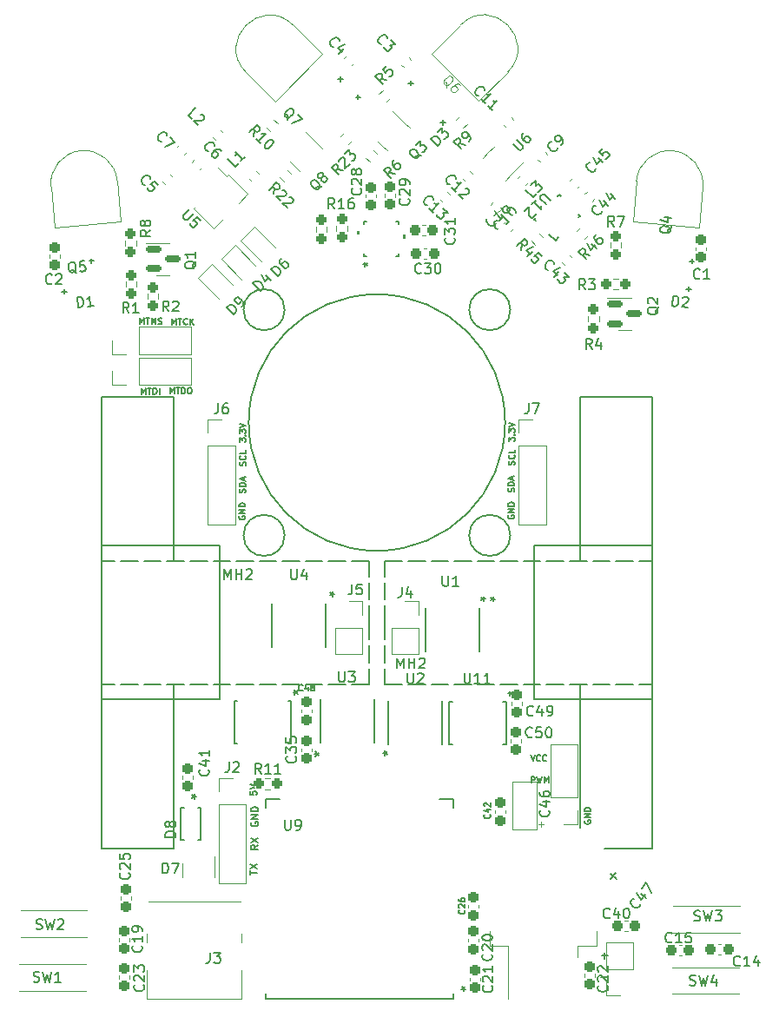
<source format=gto>
%TF.GenerationSoftware,KiCad,Pcbnew,7.0.9*%
%TF.CreationDate,2024-01-15T17:26:04-08:00*%
%TF.ProjectId,mercury_2ir,6d657263-7572-4795-9f32-69722e6b6963,rev?*%
%TF.SameCoordinates,Original*%
%TF.FileFunction,Legend,Top*%
%TF.FilePolarity,Positive*%
%FSLAX46Y46*%
G04 Gerber Fmt 4.6, Leading zero omitted, Abs format (unit mm)*
G04 Created by KiCad (PCBNEW 7.0.9) date 2024-01-15 17:26:04*
%MOMM*%
%LPD*%
G01*
G04 APERTURE LIST*
G04 Aperture macros list*
%AMRoundRect*
0 Rectangle with rounded corners*
0 $1 Rounding radius*
0 $2 $3 $4 $5 $6 $7 $8 $9 X,Y pos of 4 corners*
0 Add a 4 corners polygon primitive as box body*
4,1,4,$2,$3,$4,$5,$6,$7,$8,$9,$2,$3,0*
0 Add four circle primitives for the rounded corners*
1,1,$1+$1,$2,$3*
1,1,$1+$1,$4,$5*
1,1,$1+$1,$6,$7*
1,1,$1+$1,$8,$9*
0 Add four rect primitives between the rounded corners*
20,1,$1+$1,$2,$3,$4,$5,0*
20,1,$1+$1,$4,$5,$6,$7,0*
20,1,$1+$1,$6,$7,$8,$9,0*
20,1,$1+$1,$8,$9,$2,$3,0*%
%AMRotRect*
0 Rectangle, with rotation*
0 The origin of the aperture is its center*
0 $1 length*
0 $2 width*
0 $3 Rotation angle, in degrees counterclockwise*
0 Add horizontal line*
21,1,$1,$2,0,0,$3*%
%AMFreePoly0*
4,1,9,3.862500,-0.866500,0.737500,-0.866500,0.737500,-0.450000,-0.737500,-0.450000,-0.737500,0.450000,0.737500,0.450000,0.737500,0.866500,3.862500,0.866500,3.862500,-0.866500,3.862500,-0.866500,$1*%
G04 Aperture macros list end*
%ADD10C,0.150000*%
%ADD11C,0.100000*%
%ADD12C,0.120000*%
%ADD13C,0.152400*%
%ADD14C,0.200000*%
%ADD15C,0.700000*%
%ADD16O,0.900000X2.400000*%
%ADD17O,0.900000X1.700000*%
%ADD18R,1.700000X1.700000*%
%ADD19O,1.700000X1.700000*%
%ADD20R,1.600000X1.600000*%
%ADD21C,1.600000*%
%ADD22RoundRect,0.237500X-0.250000X-0.237500X0.250000X-0.237500X0.250000X0.237500X-0.250000X0.237500X0*%
%ADD23RoundRect,0.237500X-0.237500X0.300000X-0.237500X-0.300000X0.237500X-0.300000X0.237500X0.300000X0*%
%ADD24RoundRect,0.237500X-0.044194X-0.380070X0.380070X0.044194X0.044194X0.380070X-0.380070X-0.044194X0*%
%ADD25R,1.100000X4.600000*%
%ADD26C,1.524000*%
%ADD27R,10.800000X9.400000*%
%ADD28RotRect,1.600000X1.600000X50.000000*%
%ADD29C,2.184400*%
%ADD30RoundRect,0.250000X-0.548008X-0.088388X-0.088388X-0.548008X0.548008X0.088388X0.088388X0.548008X0*%
%ADD31RoundRect,0.237500X0.237500X-0.300000X0.237500X0.300000X-0.237500X0.300000X-0.237500X-0.300000X0*%
%ADD32RotRect,1.800000X1.800000X185.000000*%
%ADD33C,1.800000*%
%ADD34R,0.558800X1.460500*%
%ADD35R,2.500000X2.000000*%
%ADD36R,1.000000X0.700000*%
%ADD37R,0.600000X0.700000*%
%ADD38RoundRect,0.237500X0.300000X0.237500X-0.300000X0.237500X-0.300000X-0.237500X0.300000X-0.237500X0*%
%ADD39RoundRect,0.237500X-0.371231X0.035355X0.035355X-0.371231X0.371231X-0.035355X-0.035355X0.371231X0*%
%ADD40RoundRect,0.237500X0.044194X0.380070X-0.380070X-0.044194X-0.044194X-0.380070X0.380070X0.044194X0*%
%ADD41R,1.498600X0.889000*%
%ADD42R,0.889000X1.498600*%
%ADD43R,0.889000X0.889000*%
%ADD44RoundRect,0.237500X-0.237500X0.250000X-0.237500X-0.250000X0.237500X-0.250000X0.237500X0.250000X0*%
%ADD45RoundRect,0.150000X0.256326X0.468458X-0.468458X-0.256326X-0.256326X-0.468458X0.468458X0.256326X0*%
%ADD46RoundRect,0.237500X-0.344715X0.008839X0.008839X-0.344715X0.344715X-0.008839X-0.008839X0.344715X0*%
%ADD47RoundRect,0.150000X-0.521491X0.309359X0.309359X-0.521491X0.521491X-0.309359X-0.309359X0.521491X0*%
%ADD48RoundRect,0.237500X0.237500X-0.250000X0.237500X0.250000X-0.237500X0.250000X-0.237500X-0.250000X0*%
%ADD49RotRect,1.800000X1.800000X175.000000*%
%ADD50RoundRect,0.237500X0.344715X-0.008839X-0.008839X0.344715X-0.344715X0.008839X0.008839X-0.344715X0*%
%ADD51RoundRect,0.237500X-0.380070X0.044194X0.044194X-0.380070X0.380070X-0.044194X-0.044194X0.380070X0*%
%ADD52R,0.482600X1.371600*%
%ADD53R,3.200400X2.413000*%
%ADD54RoundRect,0.237500X0.250000X0.237500X-0.250000X0.237500X-0.250000X-0.237500X0.250000X-0.237500X0*%
%ADD55RoundRect,0.237500X0.380070X-0.044194X-0.044194X0.380070X-0.380070X0.044194X0.044194X-0.380070X0*%
%ADD56RoundRect,0.237500X-0.008839X-0.344715X0.344715X0.008839X0.008839X0.344715X-0.344715X-0.008839X0*%
%ADD57R,0.660400X1.117600*%
%ADD58RotRect,1.300000X0.900000X315.000000*%
%ADD59FreePoly0,315.000000*%
%ADD60RoundRect,0.237500X0.008839X0.344715X-0.344715X-0.008839X-0.008839X-0.344715X0.344715X0.008839X0*%
%ADD61RoundRect,0.237500X-0.035355X-0.371231X0.371231X0.035355X0.035355X0.371231X-0.371231X-0.035355X0*%
%ADD62RoundRect,0.237500X0.371231X-0.035355X-0.035355X0.371231X-0.371231X0.035355X0.035355X-0.371231X0*%
%ADD63RoundRect,0.237500X-0.300000X-0.237500X0.300000X-0.237500X0.300000X0.237500X-0.300000X0.237500X0*%
%ADD64RoundRect,0.150000X-0.587500X-0.150000X0.587500X-0.150000X0.587500X0.150000X-0.587500X0.150000X0*%
%ADD65RotRect,1.800000X1.800000X135.000000*%
%ADD66RotRect,0.599999X0.299999X135.000000*%
%ADD67RotRect,0.599999X2.250001X135.000000*%
%ADD68RotRect,1.800000X1.800000X45.000000*%
%ADD69R,0.203200X0.660400*%
%ADD70R,0.660400X0.203200*%
%ADD71R,1.600200X1.752600*%
%ADD72RotRect,1.800000X1.800000X315.000000*%
%ADD73RotRect,1.800000X1.800000X355.000000*%
%ADD74RotRect,1.800000X1.800000X225.000000*%
G04 APERTURE END LIST*
D10*
X118000000Y-113000000D02*
G75*
G03*
X118000000Y-113000000I-2000000J0D01*
G01*
X140000000Y-113000000D02*
G75*
G03*
X140000000Y-113000000I-2000000J0D01*
G01*
X140000000Y-91000000D02*
G75*
G03*
X140000000Y-91000000I-2000000J0D01*
G01*
X118000000Y-91000000D02*
G75*
G03*
X118000000Y-91000000I-2000000J0D01*
G01*
X98941541Y-86240200D02*
X99398684Y-86240200D01*
X99170112Y-86468771D02*
X99170112Y-86011628D01*
X96291541Y-89240200D02*
X96748684Y-89240200D01*
X96520112Y-89468771D02*
X96520112Y-89011628D01*
X157166541Y-88965200D02*
X157623684Y-88965200D01*
X157395112Y-89193771D02*
X157395112Y-88736628D01*
X157466541Y-86265200D02*
X157923684Y-86265200D01*
X157695112Y-86493771D02*
X157695112Y-86036628D01*
X130066541Y-68915200D02*
X130523684Y-68915200D01*
X130295112Y-69143771D02*
X130295112Y-68686628D01*
X133191541Y-72740200D02*
X133648684Y-72740200D01*
X133420112Y-72968771D02*
X133420112Y-72511628D01*
X123216541Y-68515200D02*
X123673684Y-68515200D01*
X123445112Y-68743771D02*
X123445112Y-68286628D01*
X124941541Y-70265200D02*
X125398684Y-70265200D01*
X125170112Y-70493771D02*
X125170112Y-70036628D01*
X106832143Y-99194771D02*
X106832143Y-98594771D01*
X106832143Y-98594771D02*
X107032143Y-99023342D01*
X107032143Y-99023342D02*
X107232143Y-98594771D01*
X107232143Y-98594771D02*
X107232143Y-99194771D01*
X107432142Y-98594771D02*
X107775000Y-98594771D01*
X107603571Y-99194771D02*
X107603571Y-98594771D01*
X107975000Y-99194771D02*
X107975000Y-98594771D01*
X107975000Y-98594771D02*
X108117857Y-98594771D01*
X108117857Y-98594771D02*
X108203571Y-98623342D01*
X108203571Y-98623342D02*
X108260714Y-98680485D01*
X108260714Y-98680485D02*
X108289285Y-98737628D01*
X108289285Y-98737628D02*
X108317857Y-98851914D01*
X108317857Y-98851914D02*
X108317857Y-98937628D01*
X108317857Y-98937628D02*
X108289285Y-99051914D01*
X108289285Y-99051914D02*
X108260714Y-99109057D01*
X108260714Y-99109057D02*
X108203571Y-99166200D01*
X108203571Y-99166200D02*
X108117857Y-99194771D01*
X108117857Y-99194771D02*
X107975000Y-99194771D01*
X108689285Y-98594771D02*
X108803571Y-98594771D01*
X108803571Y-98594771D02*
X108860714Y-98623342D01*
X108860714Y-98623342D02*
X108917857Y-98680485D01*
X108917857Y-98680485D02*
X108946428Y-98794771D01*
X108946428Y-98794771D02*
X108946428Y-98994771D01*
X108946428Y-98994771D02*
X108917857Y-99109057D01*
X108917857Y-99109057D02*
X108860714Y-99166200D01*
X108860714Y-99166200D02*
X108803571Y-99194771D01*
X108803571Y-99194771D02*
X108689285Y-99194771D01*
X108689285Y-99194771D02*
X108632143Y-99166200D01*
X108632143Y-99166200D02*
X108575000Y-99109057D01*
X108575000Y-99109057D02*
X108546428Y-98994771D01*
X108546428Y-98994771D02*
X108546428Y-98794771D01*
X108546428Y-98794771D02*
X108575000Y-98680485D01*
X108575000Y-98680485D02*
X108632143Y-98623342D01*
X108632143Y-98623342D02*
X108689285Y-98594771D01*
X104053572Y-99219771D02*
X104053572Y-98619771D01*
X104053572Y-98619771D02*
X104253572Y-99048342D01*
X104253572Y-99048342D02*
X104453572Y-98619771D01*
X104453572Y-98619771D02*
X104453572Y-99219771D01*
X104653571Y-98619771D02*
X104996429Y-98619771D01*
X104825000Y-99219771D02*
X104825000Y-98619771D01*
X105196429Y-99219771D02*
X105196429Y-98619771D01*
X105196429Y-98619771D02*
X105339286Y-98619771D01*
X105339286Y-98619771D02*
X105425000Y-98648342D01*
X105425000Y-98648342D02*
X105482143Y-98705485D01*
X105482143Y-98705485D02*
X105510714Y-98762628D01*
X105510714Y-98762628D02*
X105539286Y-98876914D01*
X105539286Y-98876914D02*
X105539286Y-98962628D01*
X105539286Y-98962628D02*
X105510714Y-99076914D01*
X105510714Y-99076914D02*
X105482143Y-99134057D01*
X105482143Y-99134057D02*
X105425000Y-99191200D01*
X105425000Y-99191200D02*
X105339286Y-99219771D01*
X105339286Y-99219771D02*
X105196429Y-99219771D01*
X105796429Y-99219771D02*
X105796429Y-98619771D01*
X107021429Y-92444771D02*
X107021429Y-91844771D01*
X107021429Y-91844771D02*
X107221429Y-92273342D01*
X107221429Y-92273342D02*
X107421429Y-91844771D01*
X107421429Y-91844771D02*
X107421429Y-92444771D01*
X107621428Y-91844771D02*
X107964286Y-91844771D01*
X107792857Y-92444771D02*
X107792857Y-91844771D01*
X108507143Y-92387628D02*
X108478571Y-92416200D01*
X108478571Y-92416200D02*
X108392857Y-92444771D01*
X108392857Y-92444771D02*
X108335714Y-92444771D01*
X108335714Y-92444771D02*
X108250000Y-92416200D01*
X108250000Y-92416200D02*
X108192857Y-92359057D01*
X108192857Y-92359057D02*
X108164286Y-92301914D01*
X108164286Y-92301914D02*
X108135714Y-92187628D01*
X108135714Y-92187628D02*
X108135714Y-92101914D01*
X108135714Y-92101914D02*
X108164286Y-91987628D01*
X108164286Y-91987628D02*
X108192857Y-91930485D01*
X108192857Y-91930485D02*
X108250000Y-91873342D01*
X108250000Y-91873342D02*
X108335714Y-91844771D01*
X108335714Y-91844771D02*
X108392857Y-91844771D01*
X108392857Y-91844771D02*
X108478571Y-91873342D01*
X108478571Y-91873342D02*
X108507143Y-91901914D01*
X108764286Y-92444771D02*
X108764286Y-91844771D01*
X109107143Y-92444771D02*
X108850000Y-92101914D01*
X109107143Y-91844771D02*
X108764286Y-92187628D01*
X103892857Y-92419771D02*
X103892857Y-91819771D01*
X103892857Y-91819771D02*
X104092857Y-92248342D01*
X104092857Y-92248342D02*
X104292857Y-91819771D01*
X104292857Y-91819771D02*
X104292857Y-92419771D01*
X104492856Y-91819771D02*
X104835714Y-91819771D01*
X104664285Y-92419771D02*
X104664285Y-91819771D01*
X105035714Y-92419771D02*
X105035714Y-91819771D01*
X105035714Y-91819771D02*
X105235714Y-92248342D01*
X105235714Y-92248342D02*
X105435714Y-91819771D01*
X105435714Y-91819771D02*
X105435714Y-92419771D01*
X105692856Y-92391200D02*
X105778571Y-92419771D01*
X105778571Y-92419771D02*
X105921428Y-92419771D01*
X105921428Y-92419771D02*
X105978571Y-92391200D01*
X105978571Y-92391200D02*
X106007142Y-92362628D01*
X106007142Y-92362628D02*
X106035713Y-92305485D01*
X106035713Y-92305485D02*
X106035713Y-92248342D01*
X106035713Y-92248342D02*
X106007142Y-92191200D01*
X106007142Y-92191200D02*
X105978571Y-92162628D01*
X105978571Y-92162628D02*
X105921428Y-92134057D01*
X105921428Y-92134057D02*
X105807142Y-92105485D01*
X105807142Y-92105485D02*
X105749999Y-92076914D01*
X105749999Y-92076914D02*
X105721428Y-92048342D01*
X105721428Y-92048342D02*
X105692856Y-91991200D01*
X105692856Y-91991200D02*
X105692856Y-91934057D01*
X105692856Y-91934057D02*
X105721428Y-91876914D01*
X105721428Y-91876914D02*
X105749999Y-91848342D01*
X105749999Y-91848342D02*
X105807142Y-91819771D01*
X105807142Y-91819771D02*
X105949999Y-91819771D01*
X105949999Y-91819771D02*
X106035713Y-91848342D01*
X113618771Y-103890601D02*
X113618771Y-103519173D01*
X113618771Y-103519173D02*
X113847342Y-103719173D01*
X113847342Y-103719173D02*
X113847342Y-103633458D01*
X113847342Y-103633458D02*
X113875914Y-103576316D01*
X113875914Y-103576316D02*
X113904485Y-103547744D01*
X113904485Y-103547744D02*
X113961628Y-103519173D01*
X113961628Y-103519173D02*
X114104485Y-103519173D01*
X114104485Y-103519173D02*
X114161628Y-103547744D01*
X114161628Y-103547744D02*
X114190200Y-103576316D01*
X114190200Y-103576316D02*
X114218771Y-103633458D01*
X114218771Y-103633458D02*
X114218771Y-103804887D01*
X114218771Y-103804887D02*
X114190200Y-103862030D01*
X114190200Y-103862030D02*
X114161628Y-103890601D01*
X114161628Y-103262029D02*
X114190200Y-103233458D01*
X114190200Y-103233458D02*
X114218771Y-103262029D01*
X114218771Y-103262029D02*
X114190200Y-103290601D01*
X114190200Y-103290601D02*
X114161628Y-103262029D01*
X114161628Y-103262029D02*
X114218771Y-103262029D01*
X113618771Y-103033458D02*
X113618771Y-102662030D01*
X113618771Y-102662030D02*
X113847342Y-102862030D01*
X113847342Y-102862030D02*
X113847342Y-102776315D01*
X113847342Y-102776315D02*
X113875914Y-102719173D01*
X113875914Y-102719173D02*
X113904485Y-102690601D01*
X113904485Y-102690601D02*
X113961628Y-102662030D01*
X113961628Y-102662030D02*
X114104485Y-102662030D01*
X114104485Y-102662030D02*
X114161628Y-102690601D01*
X114161628Y-102690601D02*
X114190200Y-102719173D01*
X114190200Y-102719173D02*
X114218771Y-102776315D01*
X114218771Y-102776315D02*
X114218771Y-102947744D01*
X114218771Y-102947744D02*
X114190200Y-103004887D01*
X114190200Y-103004887D02*
X114161628Y-103033458D01*
X113618771Y-102490601D02*
X114218771Y-102290601D01*
X114218771Y-102290601D02*
X113618771Y-102090601D01*
X113597342Y-111119173D02*
X113568771Y-111176316D01*
X113568771Y-111176316D02*
X113568771Y-111262030D01*
X113568771Y-111262030D02*
X113597342Y-111347744D01*
X113597342Y-111347744D02*
X113654485Y-111404887D01*
X113654485Y-111404887D02*
X113711628Y-111433458D01*
X113711628Y-111433458D02*
X113825914Y-111462030D01*
X113825914Y-111462030D02*
X113911628Y-111462030D01*
X113911628Y-111462030D02*
X114025914Y-111433458D01*
X114025914Y-111433458D02*
X114083057Y-111404887D01*
X114083057Y-111404887D02*
X114140200Y-111347744D01*
X114140200Y-111347744D02*
X114168771Y-111262030D01*
X114168771Y-111262030D02*
X114168771Y-111204887D01*
X114168771Y-111204887D02*
X114140200Y-111119173D01*
X114140200Y-111119173D02*
X114111628Y-111090601D01*
X114111628Y-111090601D02*
X113911628Y-111090601D01*
X113911628Y-111090601D02*
X113911628Y-111204887D01*
X114168771Y-110833458D02*
X113568771Y-110833458D01*
X113568771Y-110833458D02*
X114168771Y-110490601D01*
X114168771Y-110490601D02*
X113568771Y-110490601D01*
X114168771Y-110204887D02*
X113568771Y-110204887D01*
X113568771Y-110204887D02*
X113568771Y-110062030D01*
X113568771Y-110062030D02*
X113597342Y-109976316D01*
X113597342Y-109976316D02*
X113654485Y-109919173D01*
X113654485Y-109919173D02*
X113711628Y-109890602D01*
X113711628Y-109890602D02*
X113825914Y-109862030D01*
X113825914Y-109862030D02*
X113911628Y-109862030D01*
X113911628Y-109862030D02*
X114025914Y-109890602D01*
X114025914Y-109890602D02*
X114083057Y-109919173D01*
X114083057Y-109919173D02*
X114140200Y-109976316D01*
X114140200Y-109976316D02*
X114168771Y-110062030D01*
X114168771Y-110062030D02*
X114168771Y-110204887D01*
X114165200Y-108812030D02*
X114193771Y-108726316D01*
X114193771Y-108726316D02*
X114193771Y-108583458D01*
X114193771Y-108583458D02*
X114165200Y-108526316D01*
X114165200Y-108526316D02*
X114136628Y-108497744D01*
X114136628Y-108497744D02*
X114079485Y-108469173D01*
X114079485Y-108469173D02*
X114022342Y-108469173D01*
X114022342Y-108469173D02*
X113965200Y-108497744D01*
X113965200Y-108497744D02*
X113936628Y-108526316D01*
X113936628Y-108526316D02*
X113908057Y-108583458D01*
X113908057Y-108583458D02*
X113879485Y-108697744D01*
X113879485Y-108697744D02*
X113850914Y-108754887D01*
X113850914Y-108754887D02*
X113822342Y-108783458D01*
X113822342Y-108783458D02*
X113765200Y-108812030D01*
X113765200Y-108812030D02*
X113708057Y-108812030D01*
X113708057Y-108812030D02*
X113650914Y-108783458D01*
X113650914Y-108783458D02*
X113622342Y-108754887D01*
X113622342Y-108754887D02*
X113593771Y-108697744D01*
X113593771Y-108697744D02*
X113593771Y-108554887D01*
X113593771Y-108554887D02*
X113622342Y-108469173D01*
X114193771Y-108212029D02*
X113593771Y-108212029D01*
X113593771Y-108212029D02*
X113593771Y-108069172D01*
X113593771Y-108069172D02*
X113622342Y-107983458D01*
X113622342Y-107983458D02*
X113679485Y-107926315D01*
X113679485Y-107926315D02*
X113736628Y-107897744D01*
X113736628Y-107897744D02*
X113850914Y-107869172D01*
X113850914Y-107869172D02*
X113936628Y-107869172D01*
X113936628Y-107869172D02*
X114050914Y-107897744D01*
X114050914Y-107897744D02*
X114108057Y-107926315D01*
X114108057Y-107926315D02*
X114165200Y-107983458D01*
X114165200Y-107983458D02*
X114193771Y-108069172D01*
X114193771Y-108069172D02*
X114193771Y-108212029D01*
X114022342Y-107640601D02*
X114022342Y-107354887D01*
X114193771Y-107697744D02*
X113593771Y-107497744D01*
X113593771Y-107497744D02*
X114193771Y-107297744D01*
X114190200Y-106187030D02*
X114218771Y-106101316D01*
X114218771Y-106101316D02*
X114218771Y-105958458D01*
X114218771Y-105958458D02*
X114190200Y-105901316D01*
X114190200Y-105901316D02*
X114161628Y-105872744D01*
X114161628Y-105872744D02*
X114104485Y-105844173D01*
X114104485Y-105844173D02*
X114047342Y-105844173D01*
X114047342Y-105844173D02*
X113990200Y-105872744D01*
X113990200Y-105872744D02*
X113961628Y-105901316D01*
X113961628Y-105901316D02*
X113933057Y-105958458D01*
X113933057Y-105958458D02*
X113904485Y-106072744D01*
X113904485Y-106072744D02*
X113875914Y-106129887D01*
X113875914Y-106129887D02*
X113847342Y-106158458D01*
X113847342Y-106158458D02*
X113790200Y-106187030D01*
X113790200Y-106187030D02*
X113733057Y-106187030D01*
X113733057Y-106187030D02*
X113675914Y-106158458D01*
X113675914Y-106158458D02*
X113647342Y-106129887D01*
X113647342Y-106129887D02*
X113618771Y-106072744D01*
X113618771Y-106072744D02*
X113618771Y-105929887D01*
X113618771Y-105929887D02*
X113647342Y-105844173D01*
X114161628Y-105244172D02*
X114190200Y-105272744D01*
X114190200Y-105272744D02*
X114218771Y-105358458D01*
X114218771Y-105358458D02*
X114218771Y-105415601D01*
X114218771Y-105415601D02*
X114190200Y-105501315D01*
X114190200Y-105501315D02*
X114133057Y-105558458D01*
X114133057Y-105558458D02*
X114075914Y-105587029D01*
X114075914Y-105587029D02*
X113961628Y-105615601D01*
X113961628Y-105615601D02*
X113875914Y-105615601D01*
X113875914Y-105615601D02*
X113761628Y-105587029D01*
X113761628Y-105587029D02*
X113704485Y-105558458D01*
X113704485Y-105558458D02*
X113647342Y-105501315D01*
X113647342Y-105501315D02*
X113618771Y-105415601D01*
X113618771Y-105415601D02*
X113618771Y-105358458D01*
X113618771Y-105358458D02*
X113647342Y-105272744D01*
X113647342Y-105272744D02*
X113675914Y-105244172D01*
X114218771Y-104701315D02*
X114218771Y-104987029D01*
X114218771Y-104987029D02*
X113618771Y-104987029D01*
X139822342Y-111044173D02*
X139793771Y-111101316D01*
X139793771Y-111101316D02*
X139793771Y-111187030D01*
X139793771Y-111187030D02*
X139822342Y-111272744D01*
X139822342Y-111272744D02*
X139879485Y-111329887D01*
X139879485Y-111329887D02*
X139936628Y-111358458D01*
X139936628Y-111358458D02*
X140050914Y-111387030D01*
X140050914Y-111387030D02*
X140136628Y-111387030D01*
X140136628Y-111387030D02*
X140250914Y-111358458D01*
X140250914Y-111358458D02*
X140308057Y-111329887D01*
X140308057Y-111329887D02*
X140365200Y-111272744D01*
X140365200Y-111272744D02*
X140393771Y-111187030D01*
X140393771Y-111187030D02*
X140393771Y-111129887D01*
X140393771Y-111129887D02*
X140365200Y-111044173D01*
X140365200Y-111044173D02*
X140336628Y-111015601D01*
X140336628Y-111015601D02*
X140136628Y-111015601D01*
X140136628Y-111015601D02*
X140136628Y-111129887D01*
X140393771Y-110758458D02*
X139793771Y-110758458D01*
X139793771Y-110758458D02*
X140393771Y-110415601D01*
X140393771Y-110415601D02*
X139793771Y-110415601D01*
X140393771Y-110129887D02*
X139793771Y-110129887D01*
X139793771Y-110129887D02*
X139793771Y-109987030D01*
X139793771Y-109987030D02*
X139822342Y-109901316D01*
X139822342Y-109901316D02*
X139879485Y-109844173D01*
X139879485Y-109844173D02*
X139936628Y-109815602D01*
X139936628Y-109815602D02*
X140050914Y-109787030D01*
X140050914Y-109787030D02*
X140136628Y-109787030D01*
X140136628Y-109787030D02*
X140250914Y-109815602D01*
X140250914Y-109815602D02*
X140308057Y-109844173D01*
X140308057Y-109844173D02*
X140365200Y-109901316D01*
X140365200Y-109901316D02*
X140393771Y-109987030D01*
X140393771Y-109987030D02*
X140393771Y-110129887D01*
X140390200Y-108737030D02*
X140418771Y-108651316D01*
X140418771Y-108651316D02*
X140418771Y-108508458D01*
X140418771Y-108508458D02*
X140390200Y-108451316D01*
X140390200Y-108451316D02*
X140361628Y-108422744D01*
X140361628Y-108422744D02*
X140304485Y-108394173D01*
X140304485Y-108394173D02*
X140247342Y-108394173D01*
X140247342Y-108394173D02*
X140190200Y-108422744D01*
X140190200Y-108422744D02*
X140161628Y-108451316D01*
X140161628Y-108451316D02*
X140133057Y-108508458D01*
X140133057Y-108508458D02*
X140104485Y-108622744D01*
X140104485Y-108622744D02*
X140075914Y-108679887D01*
X140075914Y-108679887D02*
X140047342Y-108708458D01*
X140047342Y-108708458D02*
X139990200Y-108737030D01*
X139990200Y-108737030D02*
X139933057Y-108737030D01*
X139933057Y-108737030D02*
X139875914Y-108708458D01*
X139875914Y-108708458D02*
X139847342Y-108679887D01*
X139847342Y-108679887D02*
X139818771Y-108622744D01*
X139818771Y-108622744D02*
X139818771Y-108479887D01*
X139818771Y-108479887D02*
X139847342Y-108394173D01*
X140418771Y-108137029D02*
X139818771Y-108137029D01*
X139818771Y-108137029D02*
X139818771Y-107994172D01*
X139818771Y-107994172D02*
X139847342Y-107908458D01*
X139847342Y-107908458D02*
X139904485Y-107851315D01*
X139904485Y-107851315D02*
X139961628Y-107822744D01*
X139961628Y-107822744D02*
X140075914Y-107794172D01*
X140075914Y-107794172D02*
X140161628Y-107794172D01*
X140161628Y-107794172D02*
X140275914Y-107822744D01*
X140275914Y-107822744D02*
X140333057Y-107851315D01*
X140333057Y-107851315D02*
X140390200Y-107908458D01*
X140390200Y-107908458D02*
X140418771Y-107994172D01*
X140418771Y-107994172D02*
X140418771Y-108137029D01*
X140247342Y-107565601D02*
X140247342Y-107279887D01*
X140418771Y-107622744D02*
X139818771Y-107422744D01*
X139818771Y-107422744D02*
X140418771Y-107222744D01*
X140415200Y-106112030D02*
X140443771Y-106026316D01*
X140443771Y-106026316D02*
X140443771Y-105883458D01*
X140443771Y-105883458D02*
X140415200Y-105826316D01*
X140415200Y-105826316D02*
X140386628Y-105797744D01*
X140386628Y-105797744D02*
X140329485Y-105769173D01*
X140329485Y-105769173D02*
X140272342Y-105769173D01*
X140272342Y-105769173D02*
X140215200Y-105797744D01*
X140215200Y-105797744D02*
X140186628Y-105826316D01*
X140186628Y-105826316D02*
X140158057Y-105883458D01*
X140158057Y-105883458D02*
X140129485Y-105997744D01*
X140129485Y-105997744D02*
X140100914Y-106054887D01*
X140100914Y-106054887D02*
X140072342Y-106083458D01*
X140072342Y-106083458D02*
X140015200Y-106112030D01*
X140015200Y-106112030D02*
X139958057Y-106112030D01*
X139958057Y-106112030D02*
X139900914Y-106083458D01*
X139900914Y-106083458D02*
X139872342Y-106054887D01*
X139872342Y-106054887D02*
X139843771Y-105997744D01*
X139843771Y-105997744D02*
X139843771Y-105854887D01*
X139843771Y-105854887D02*
X139872342Y-105769173D01*
X140386628Y-105169172D02*
X140415200Y-105197744D01*
X140415200Y-105197744D02*
X140443771Y-105283458D01*
X140443771Y-105283458D02*
X140443771Y-105340601D01*
X140443771Y-105340601D02*
X140415200Y-105426315D01*
X140415200Y-105426315D02*
X140358057Y-105483458D01*
X140358057Y-105483458D02*
X140300914Y-105512029D01*
X140300914Y-105512029D02*
X140186628Y-105540601D01*
X140186628Y-105540601D02*
X140100914Y-105540601D01*
X140100914Y-105540601D02*
X139986628Y-105512029D01*
X139986628Y-105512029D02*
X139929485Y-105483458D01*
X139929485Y-105483458D02*
X139872342Y-105426315D01*
X139872342Y-105426315D02*
X139843771Y-105340601D01*
X139843771Y-105340601D02*
X139843771Y-105283458D01*
X139843771Y-105283458D02*
X139872342Y-105197744D01*
X139872342Y-105197744D02*
X139900914Y-105169172D01*
X140443771Y-104626315D02*
X140443771Y-104912029D01*
X140443771Y-104912029D02*
X139843771Y-104912029D01*
X139843771Y-103815601D02*
X139843771Y-103444173D01*
X139843771Y-103444173D02*
X140072342Y-103644173D01*
X140072342Y-103644173D02*
X140072342Y-103558458D01*
X140072342Y-103558458D02*
X140100914Y-103501316D01*
X140100914Y-103501316D02*
X140129485Y-103472744D01*
X140129485Y-103472744D02*
X140186628Y-103444173D01*
X140186628Y-103444173D02*
X140329485Y-103444173D01*
X140329485Y-103444173D02*
X140386628Y-103472744D01*
X140386628Y-103472744D02*
X140415200Y-103501316D01*
X140415200Y-103501316D02*
X140443771Y-103558458D01*
X140443771Y-103558458D02*
X140443771Y-103729887D01*
X140443771Y-103729887D02*
X140415200Y-103787030D01*
X140415200Y-103787030D02*
X140386628Y-103815601D01*
X140386628Y-103187029D02*
X140415200Y-103158458D01*
X140415200Y-103158458D02*
X140443771Y-103187029D01*
X140443771Y-103187029D02*
X140415200Y-103215601D01*
X140415200Y-103215601D02*
X140386628Y-103187029D01*
X140386628Y-103187029D02*
X140443771Y-103187029D01*
X139843771Y-102958458D02*
X139843771Y-102587030D01*
X139843771Y-102587030D02*
X140072342Y-102787030D01*
X140072342Y-102787030D02*
X140072342Y-102701315D01*
X140072342Y-102701315D02*
X140100914Y-102644173D01*
X140100914Y-102644173D02*
X140129485Y-102615601D01*
X140129485Y-102615601D02*
X140186628Y-102587030D01*
X140186628Y-102587030D02*
X140329485Y-102587030D01*
X140329485Y-102587030D02*
X140386628Y-102615601D01*
X140386628Y-102615601D02*
X140415200Y-102644173D01*
X140415200Y-102644173D02*
X140443771Y-102701315D01*
X140443771Y-102701315D02*
X140443771Y-102872744D01*
X140443771Y-102872744D02*
X140415200Y-102929887D01*
X140415200Y-102929887D02*
X140386628Y-102958458D01*
X139843771Y-102415601D02*
X140443771Y-102215601D01*
X140443771Y-102215601D02*
X139843771Y-102015601D01*
X142005826Y-134393771D02*
X142205826Y-134993771D01*
X142205826Y-134993771D02*
X142405826Y-134393771D01*
X142948684Y-134936628D02*
X142920112Y-134965200D01*
X142920112Y-134965200D02*
X142834398Y-134993771D01*
X142834398Y-134993771D02*
X142777255Y-134993771D01*
X142777255Y-134993771D02*
X142691541Y-134965200D01*
X142691541Y-134965200D02*
X142634398Y-134908057D01*
X142634398Y-134908057D02*
X142605827Y-134850914D01*
X142605827Y-134850914D02*
X142577255Y-134736628D01*
X142577255Y-134736628D02*
X142577255Y-134650914D01*
X142577255Y-134650914D02*
X142605827Y-134536628D01*
X142605827Y-134536628D02*
X142634398Y-134479485D01*
X142634398Y-134479485D02*
X142691541Y-134422342D01*
X142691541Y-134422342D02*
X142777255Y-134393771D01*
X142777255Y-134393771D02*
X142834398Y-134393771D01*
X142834398Y-134393771D02*
X142920112Y-134422342D01*
X142920112Y-134422342D02*
X142948684Y-134450914D01*
X143548684Y-134936628D02*
X143520112Y-134965200D01*
X143520112Y-134965200D02*
X143434398Y-134993771D01*
X143434398Y-134993771D02*
X143377255Y-134993771D01*
X143377255Y-134993771D02*
X143291541Y-134965200D01*
X143291541Y-134965200D02*
X143234398Y-134908057D01*
X143234398Y-134908057D02*
X143205827Y-134850914D01*
X143205827Y-134850914D02*
X143177255Y-134736628D01*
X143177255Y-134736628D02*
X143177255Y-134650914D01*
X143177255Y-134650914D02*
X143205827Y-134536628D01*
X143205827Y-134536628D02*
X143234398Y-134479485D01*
X143234398Y-134479485D02*
X143291541Y-134422342D01*
X143291541Y-134422342D02*
X143377255Y-134393771D01*
X143377255Y-134393771D02*
X143434398Y-134393771D01*
X143434398Y-134393771D02*
X143520112Y-134422342D01*
X143520112Y-134422342D02*
X143548684Y-134450914D01*
X147247342Y-140794173D02*
X147218771Y-140851316D01*
X147218771Y-140851316D02*
X147218771Y-140937030D01*
X147218771Y-140937030D02*
X147247342Y-141022744D01*
X147247342Y-141022744D02*
X147304485Y-141079887D01*
X147304485Y-141079887D02*
X147361628Y-141108458D01*
X147361628Y-141108458D02*
X147475914Y-141137030D01*
X147475914Y-141137030D02*
X147561628Y-141137030D01*
X147561628Y-141137030D02*
X147675914Y-141108458D01*
X147675914Y-141108458D02*
X147733057Y-141079887D01*
X147733057Y-141079887D02*
X147790200Y-141022744D01*
X147790200Y-141022744D02*
X147818771Y-140937030D01*
X147818771Y-140937030D02*
X147818771Y-140879887D01*
X147818771Y-140879887D02*
X147790200Y-140794173D01*
X147790200Y-140794173D02*
X147761628Y-140765601D01*
X147761628Y-140765601D02*
X147561628Y-140765601D01*
X147561628Y-140765601D02*
X147561628Y-140879887D01*
X147818771Y-140508458D02*
X147218771Y-140508458D01*
X147218771Y-140508458D02*
X147818771Y-140165601D01*
X147818771Y-140165601D02*
X147218771Y-140165601D01*
X147818771Y-139879887D02*
X147218771Y-139879887D01*
X147218771Y-139879887D02*
X147218771Y-139737030D01*
X147218771Y-139737030D02*
X147247342Y-139651316D01*
X147247342Y-139651316D02*
X147304485Y-139594173D01*
X147304485Y-139594173D02*
X147361628Y-139565602D01*
X147361628Y-139565602D02*
X147475914Y-139537030D01*
X147475914Y-139537030D02*
X147561628Y-139537030D01*
X147561628Y-139537030D02*
X147675914Y-139565602D01*
X147675914Y-139565602D02*
X147733057Y-139594173D01*
X147733057Y-139594173D02*
X147790200Y-139651316D01*
X147790200Y-139651316D02*
X147818771Y-139737030D01*
X147818771Y-139737030D02*
X147818771Y-139879887D01*
X142041541Y-137118771D02*
X142041541Y-136518771D01*
X142041541Y-136518771D02*
X142270112Y-136518771D01*
X142270112Y-136518771D02*
X142327255Y-136547342D01*
X142327255Y-136547342D02*
X142355826Y-136575914D01*
X142355826Y-136575914D02*
X142384398Y-136633057D01*
X142384398Y-136633057D02*
X142384398Y-136718771D01*
X142384398Y-136718771D02*
X142355826Y-136775914D01*
X142355826Y-136775914D02*
X142327255Y-136804485D01*
X142327255Y-136804485D02*
X142270112Y-136833057D01*
X142270112Y-136833057D02*
X142041541Y-136833057D01*
X142584398Y-136518771D02*
X142727255Y-137118771D01*
X142727255Y-137118771D02*
X142841541Y-136690200D01*
X142841541Y-136690200D02*
X142955826Y-137118771D01*
X142955826Y-137118771D02*
X143098684Y-136518771D01*
X143327255Y-137118771D02*
X143327255Y-136518771D01*
X143327255Y-136518771D02*
X143527255Y-136947342D01*
X143527255Y-136947342D02*
X143727255Y-136518771D01*
X143727255Y-136518771D02*
X143727255Y-137118771D01*
X148814160Y-156064533D02*
X149423684Y-156064533D01*
X148914160Y-153964533D02*
X149523684Y-153964533D01*
X149218922Y-154269295D02*
X149218922Y-153659771D01*
X114606533Y-137951316D02*
X114606533Y-138284649D01*
X114606533Y-138284649D02*
X114939866Y-138317982D01*
X114939866Y-138317982D02*
X114906533Y-138284649D01*
X114906533Y-138284649D02*
X114873200Y-138217982D01*
X114873200Y-138217982D02*
X114873200Y-138051316D01*
X114873200Y-138051316D02*
X114906533Y-137984649D01*
X114906533Y-137984649D02*
X114939866Y-137951316D01*
X114939866Y-137951316D02*
X115006533Y-137917982D01*
X115006533Y-137917982D02*
X115173200Y-137917982D01*
X115173200Y-137917982D02*
X115239866Y-137951316D01*
X115239866Y-137951316D02*
X115273200Y-137984649D01*
X115273200Y-137984649D02*
X115306533Y-138051316D01*
X115306533Y-138051316D02*
X115306533Y-138217982D01*
X115306533Y-138217982D02*
X115273200Y-138284649D01*
X115273200Y-138284649D02*
X115239866Y-138317982D01*
X114606533Y-137717982D02*
X115306533Y-137484649D01*
X115306533Y-137484649D02*
X114606533Y-137251315D01*
X114764866Y-140967982D02*
X114731533Y-141034649D01*
X114731533Y-141034649D02*
X114731533Y-141134649D01*
X114731533Y-141134649D02*
X114764866Y-141234649D01*
X114764866Y-141234649D02*
X114831533Y-141301316D01*
X114831533Y-141301316D02*
X114898200Y-141334649D01*
X114898200Y-141334649D02*
X115031533Y-141367982D01*
X115031533Y-141367982D02*
X115131533Y-141367982D01*
X115131533Y-141367982D02*
X115264866Y-141334649D01*
X115264866Y-141334649D02*
X115331533Y-141301316D01*
X115331533Y-141301316D02*
X115398200Y-141234649D01*
X115398200Y-141234649D02*
X115431533Y-141134649D01*
X115431533Y-141134649D02*
X115431533Y-141067982D01*
X115431533Y-141067982D02*
X115398200Y-140967982D01*
X115398200Y-140967982D02*
X115364866Y-140934649D01*
X115364866Y-140934649D02*
X115131533Y-140934649D01*
X115131533Y-140934649D02*
X115131533Y-141067982D01*
X115431533Y-140634649D02*
X114731533Y-140634649D01*
X114731533Y-140634649D02*
X115431533Y-140234649D01*
X115431533Y-140234649D02*
X114731533Y-140234649D01*
X115431533Y-139901316D02*
X114731533Y-139901316D01*
X114731533Y-139901316D02*
X114731533Y-139734649D01*
X114731533Y-139734649D02*
X114764866Y-139634649D01*
X114764866Y-139634649D02*
X114831533Y-139567983D01*
X114831533Y-139567983D02*
X114898200Y-139534649D01*
X114898200Y-139534649D02*
X115031533Y-139501316D01*
X115031533Y-139501316D02*
X115131533Y-139501316D01*
X115131533Y-139501316D02*
X115264866Y-139534649D01*
X115264866Y-139534649D02*
X115331533Y-139567983D01*
X115331533Y-139567983D02*
X115398200Y-139634649D01*
X115398200Y-139634649D02*
X115431533Y-139734649D01*
X115431533Y-139734649D02*
X115431533Y-139901316D01*
X114631533Y-146059649D02*
X114631533Y-145659649D01*
X115331533Y-145859649D02*
X114631533Y-145859649D01*
X114631533Y-145492983D02*
X115331533Y-145026316D01*
X114631533Y-145026316D02*
X115331533Y-145492983D01*
X115406533Y-143184649D02*
X115073200Y-143417982D01*
X115406533Y-143584649D02*
X114706533Y-143584649D01*
X114706533Y-143584649D02*
X114706533Y-143317982D01*
X114706533Y-143317982D02*
X114739866Y-143251316D01*
X114739866Y-143251316D02*
X114773200Y-143217982D01*
X114773200Y-143217982D02*
X114839866Y-143184649D01*
X114839866Y-143184649D02*
X114939866Y-143184649D01*
X114939866Y-143184649D02*
X115006533Y-143217982D01*
X115006533Y-143217982D02*
X115039866Y-143251316D01*
X115039866Y-143251316D02*
X115073200Y-143317982D01*
X115073200Y-143317982D02*
X115073200Y-143584649D01*
X114706533Y-142951316D02*
X115406533Y-142484649D01*
X114706533Y-142484649D02*
X115406533Y-142951316D01*
X139500000Y-102000000D02*
G75*
G03*
X139500000Y-102000000I-12500000J0D01*
G01*
X110741666Y-153679819D02*
X110741666Y-154394104D01*
X110741666Y-154394104D02*
X110694047Y-154536961D01*
X110694047Y-154536961D02*
X110598809Y-154632200D01*
X110598809Y-154632200D02*
X110455952Y-154679819D01*
X110455952Y-154679819D02*
X110360714Y-154679819D01*
X111122619Y-153679819D02*
X111741666Y-153679819D01*
X111741666Y-153679819D02*
X111408333Y-154060771D01*
X111408333Y-154060771D02*
X111551190Y-154060771D01*
X111551190Y-154060771D02*
X111646428Y-154108390D01*
X111646428Y-154108390D02*
X111694047Y-154156009D01*
X111694047Y-154156009D02*
X111741666Y-154251247D01*
X111741666Y-154251247D02*
X111741666Y-154489342D01*
X111741666Y-154489342D02*
X111694047Y-154584580D01*
X111694047Y-154584580D02*
X111646428Y-154632200D01*
X111646428Y-154632200D02*
X111551190Y-154679819D01*
X111551190Y-154679819D02*
X111265476Y-154679819D01*
X111265476Y-154679819D02*
X111170238Y-154632200D01*
X111170238Y-154632200D02*
X111122619Y-154584580D01*
X112576666Y-135084819D02*
X112576666Y-135799104D01*
X112576666Y-135799104D02*
X112529047Y-135941961D01*
X112529047Y-135941961D02*
X112433809Y-136037200D01*
X112433809Y-136037200D02*
X112290952Y-136084819D01*
X112290952Y-136084819D02*
X112195714Y-136084819D01*
X113005238Y-135180057D02*
X113052857Y-135132438D01*
X113052857Y-135132438D02*
X113148095Y-135084819D01*
X113148095Y-135084819D02*
X113386190Y-135084819D01*
X113386190Y-135084819D02*
X113481428Y-135132438D01*
X113481428Y-135132438D02*
X113529047Y-135180057D01*
X113529047Y-135180057D02*
X113576666Y-135275295D01*
X113576666Y-135275295D02*
X113576666Y-135370533D01*
X113576666Y-135370533D02*
X113529047Y-135513390D01*
X113529047Y-135513390D02*
X112957619Y-136084819D01*
X112957619Y-136084819D02*
X113576666Y-136084819D01*
X143744580Y-139807744D02*
X143792200Y-139855363D01*
X143792200Y-139855363D02*
X143839819Y-139998220D01*
X143839819Y-139998220D02*
X143839819Y-140093458D01*
X143839819Y-140093458D02*
X143792200Y-140236315D01*
X143792200Y-140236315D02*
X143696961Y-140331553D01*
X143696961Y-140331553D02*
X143601723Y-140379172D01*
X143601723Y-140379172D02*
X143411247Y-140426791D01*
X143411247Y-140426791D02*
X143268390Y-140426791D01*
X143268390Y-140426791D02*
X143077914Y-140379172D01*
X143077914Y-140379172D02*
X142982676Y-140331553D01*
X142982676Y-140331553D02*
X142887438Y-140236315D01*
X142887438Y-140236315D02*
X142839819Y-140093458D01*
X142839819Y-140093458D02*
X142839819Y-139998220D01*
X142839819Y-139998220D02*
X142887438Y-139855363D01*
X142887438Y-139855363D02*
X142935057Y-139807744D01*
X143173152Y-138950601D02*
X143839819Y-138950601D01*
X142792200Y-139188696D02*
X143506485Y-139426791D01*
X143506485Y-139426791D02*
X143506485Y-138807744D01*
X142839819Y-137998220D02*
X142839819Y-138188696D01*
X142839819Y-138188696D02*
X142887438Y-138283934D01*
X142887438Y-138283934D02*
X142935057Y-138331553D01*
X142935057Y-138331553D02*
X143077914Y-138426791D01*
X143077914Y-138426791D02*
X143268390Y-138474410D01*
X143268390Y-138474410D02*
X143649342Y-138474410D01*
X143649342Y-138474410D02*
X143744580Y-138426791D01*
X143744580Y-138426791D02*
X143792200Y-138379172D01*
X143792200Y-138379172D02*
X143839819Y-138283934D01*
X143839819Y-138283934D02*
X143839819Y-138093458D01*
X143839819Y-138093458D02*
X143792200Y-137998220D01*
X143792200Y-137998220D02*
X143744580Y-137950601D01*
X143744580Y-137950601D02*
X143649342Y-137902982D01*
X143649342Y-137902982D02*
X143411247Y-137902982D01*
X143411247Y-137902982D02*
X143316009Y-137950601D01*
X143316009Y-137950601D02*
X143268390Y-137998220D01*
X143268390Y-137998220D02*
X143220771Y-138093458D01*
X143220771Y-138093458D02*
X143220771Y-138283934D01*
X143220771Y-138283934D02*
X143268390Y-138379172D01*
X143268390Y-138379172D02*
X143316009Y-138426791D01*
X143316009Y-138426791D02*
X143411247Y-138474410D01*
X115717142Y-136234819D02*
X115383809Y-135758628D01*
X115145714Y-136234819D02*
X115145714Y-135234819D01*
X115145714Y-135234819D02*
X115526666Y-135234819D01*
X115526666Y-135234819D02*
X115621904Y-135282438D01*
X115621904Y-135282438D02*
X115669523Y-135330057D01*
X115669523Y-135330057D02*
X115717142Y-135425295D01*
X115717142Y-135425295D02*
X115717142Y-135568152D01*
X115717142Y-135568152D02*
X115669523Y-135663390D01*
X115669523Y-135663390D02*
X115621904Y-135711009D01*
X115621904Y-135711009D02*
X115526666Y-135758628D01*
X115526666Y-135758628D02*
X115145714Y-135758628D01*
X116669523Y-136234819D02*
X116098095Y-136234819D01*
X116383809Y-136234819D02*
X116383809Y-135234819D01*
X116383809Y-135234819D02*
X116288571Y-135377676D01*
X116288571Y-135377676D02*
X116193333Y-135472914D01*
X116193333Y-135472914D02*
X116098095Y-135520533D01*
X117621904Y-136234819D02*
X117050476Y-136234819D01*
X117336190Y-136234819D02*
X117336190Y-135234819D01*
X117336190Y-135234819D02*
X117240952Y-135377676D01*
X117240952Y-135377676D02*
X117145714Y-135472914D01*
X117145714Y-135472914D02*
X117050476Y-135520533D01*
X135512628Y-149510714D02*
X135541200Y-149539286D01*
X135541200Y-149539286D02*
X135569771Y-149625000D01*
X135569771Y-149625000D02*
X135569771Y-149682143D01*
X135569771Y-149682143D02*
X135541200Y-149767857D01*
X135541200Y-149767857D02*
X135484057Y-149825000D01*
X135484057Y-149825000D02*
X135426914Y-149853571D01*
X135426914Y-149853571D02*
X135312628Y-149882143D01*
X135312628Y-149882143D02*
X135226914Y-149882143D01*
X135226914Y-149882143D02*
X135112628Y-149853571D01*
X135112628Y-149853571D02*
X135055485Y-149825000D01*
X135055485Y-149825000D02*
X134998342Y-149767857D01*
X134998342Y-149767857D02*
X134969771Y-149682143D01*
X134969771Y-149682143D02*
X134969771Y-149625000D01*
X134969771Y-149625000D02*
X134998342Y-149539286D01*
X134998342Y-149539286D02*
X135026914Y-149510714D01*
X135026914Y-149282143D02*
X134998342Y-149253571D01*
X134998342Y-149253571D02*
X134969771Y-149196429D01*
X134969771Y-149196429D02*
X134969771Y-149053571D01*
X134969771Y-149053571D02*
X134998342Y-148996429D01*
X134998342Y-148996429D02*
X135026914Y-148967857D01*
X135026914Y-148967857D02*
X135084057Y-148939286D01*
X135084057Y-148939286D02*
X135141200Y-148939286D01*
X135141200Y-148939286D02*
X135226914Y-148967857D01*
X135226914Y-148967857D02*
X135569771Y-149310714D01*
X135569771Y-149310714D02*
X135569771Y-148939286D01*
X134969771Y-148425000D02*
X134969771Y-148539285D01*
X134969771Y-148539285D02*
X134998342Y-148596428D01*
X134998342Y-148596428D02*
X135026914Y-148625000D01*
X135026914Y-148625000D02*
X135112628Y-148682142D01*
X135112628Y-148682142D02*
X135226914Y-148710714D01*
X135226914Y-148710714D02*
X135455485Y-148710714D01*
X135455485Y-148710714D02*
X135512628Y-148682142D01*
X135512628Y-148682142D02*
X135541200Y-148653571D01*
X135541200Y-148653571D02*
X135569771Y-148596428D01*
X135569771Y-148596428D02*
X135569771Y-148482142D01*
X135569771Y-148482142D02*
X135541200Y-148425000D01*
X135541200Y-148425000D02*
X135512628Y-148396428D01*
X135512628Y-148396428D02*
X135455485Y-148367857D01*
X135455485Y-148367857D02*
X135312628Y-148367857D01*
X135312628Y-148367857D02*
X135255485Y-148396428D01*
X135255485Y-148396428D02*
X135226914Y-148425000D01*
X135226914Y-148425000D02*
X135198342Y-148482142D01*
X135198342Y-148482142D02*
X135198342Y-148596428D01*
X135198342Y-148596428D02*
X135226914Y-148653571D01*
X135226914Y-148653571D02*
X135255485Y-148682142D01*
X135255485Y-148682142D02*
X135312628Y-148710714D01*
X138608530Y-82527667D02*
X138608530Y-82595011D01*
X138608530Y-82595011D02*
X138541186Y-82729698D01*
X138541186Y-82729698D02*
X138473843Y-82797041D01*
X138473843Y-82797041D02*
X138339156Y-82864385D01*
X138339156Y-82864385D02*
X138204469Y-82864385D01*
X138204469Y-82864385D02*
X138103454Y-82830713D01*
X138103454Y-82830713D02*
X137935095Y-82729698D01*
X137935095Y-82729698D02*
X137834080Y-82628683D01*
X137834080Y-82628683D02*
X137733064Y-82460324D01*
X137733064Y-82460324D02*
X137699393Y-82359309D01*
X137699393Y-82359309D02*
X137699393Y-82224622D01*
X137699393Y-82224622D02*
X137766736Y-82089935D01*
X137766736Y-82089935D02*
X137834080Y-82022591D01*
X137834080Y-82022591D02*
X137968767Y-81955248D01*
X137968767Y-81955248D02*
X138036110Y-81955248D01*
X139349308Y-81921576D02*
X138945247Y-82325637D01*
X139147278Y-82123606D02*
X138440171Y-81416500D01*
X138440171Y-81416500D02*
X138473843Y-81584858D01*
X138473843Y-81584858D02*
X138473843Y-81719545D01*
X138473843Y-81719545D02*
X138440171Y-81820561D01*
X139248293Y-80608377D02*
X139113606Y-80743064D01*
X139113606Y-80743064D02*
X139079935Y-80844080D01*
X139079935Y-80844080D02*
X139079935Y-80911423D01*
X139079935Y-80911423D02*
X139113606Y-81079782D01*
X139113606Y-81079782D02*
X139214622Y-81248141D01*
X139214622Y-81248141D02*
X139483996Y-81517515D01*
X139483996Y-81517515D02*
X139585011Y-81551186D01*
X139585011Y-81551186D02*
X139652354Y-81551186D01*
X139652354Y-81551186D02*
X139753370Y-81517515D01*
X139753370Y-81517515D02*
X139888057Y-81382828D01*
X139888057Y-81382828D02*
X139921728Y-81281812D01*
X139921728Y-81281812D02*
X139921728Y-81214469D01*
X139921728Y-81214469D02*
X139888057Y-81113454D01*
X139888057Y-81113454D02*
X139719698Y-80945095D01*
X139719698Y-80945095D02*
X139618683Y-80911423D01*
X139618683Y-80911423D02*
X139551339Y-80911423D01*
X139551339Y-80911423D02*
X139450324Y-80945095D01*
X139450324Y-80945095D02*
X139315637Y-81079782D01*
X139315637Y-81079782D02*
X139281965Y-81180797D01*
X139281965Y-81180797D02*
X139281965Y-81248141D01*
X139281965Y-81248141D02*
X139315637Y-81349156D01*
X152662234Y-148948591D02*
X152668103Y-149015678D01*
X152668103Y-149015678D02*
X152612755Y-149155722D01*
X152612755Y-149155722D02*
X152551537Y-149228679D01*
X152551537Y-149228679D02*
X152423232Y-149307505D01*
X152423232Y-149307505D02*
X152289057Y-149319243D01*
X152289057Y-149319243D02*
X152185492Y-149294504D01*
X152185492Y-149294504D02*
X152008970Y-149208546D01*
X152008970Y-149208546D02*
X151899535Y-149116720D01*
X151899535Y-149116720D02*
X151784230Y-148957805D01*
X151784230Y-148957805D02*
X151741883Y-148860109D01*
X151741883Y-148860109D02*
X151730144Y-148725935D01*
X151730144Y-148725935D02*
X151785492Y-148585891D01*
X151785492Y-148585891D02*
X151846710Y-148512934D01*
X151846710Y-148512934D02*
X151975015Y-148434108D01*
X151975015Y-148434108D02*
X152042103Y-148428239D01*
X152775455Y-147924674D02*
X153286151Y-148353199D01*
X152330584Y-147862194D02*
X152724714Y-148503720D01*
X152724714Y-148503720D02*
X153122630Y-148029502D01*
X152795587Y-147382107D02*
X153224112Y-146871411D01*
X153224112Y-146871411D02*
X153714676Y-147842503D01*
X149799926Y-146513461D02*
X150289669Y-145929809D01*
X150336624Y-146466506D02*
X149752971Y-145976764D01*
X128966667Y-125954819D02*
X128966667Y-124954819D01*
X128966667Y-124954819D02*
X129300000Y-125669104D01*
X129300000Y-125669104D02*
X129633333Y-124954819D01*
X129633333Y-124954819D02*
X129633333Y-125954819D01*
X130109524Y-125954819D02*
X130109524Y-124954819D01*
X130109524Y-125431009D02*
X130680952Y-125431009D01*
X130680952Y-125954819D02*
X130680952Y-124954819D01*
X131109524Y-125050057D02*
X131157143Y-125002438D01*
X131157143Y-125002438D02*
X131252381Y-124954819D01*
X131252381Y-124954819D02*
X131490476Y-124954819D01*
X131490476Y-124954819D02*
X131585714Y-125002438D01*
X131585714Y-125002438D02*
X131633333Y-125050057D01*
X131633333Y-125050057D02*
X131680952Y-125145295D01*
X131680952Y-125145295D02*
X131680952Y-125240533D01*
X131680952Y-125240533D02*
X131633333Y-125383390D01*
X131633333Y-125383390D02*
X131061905Y-125954819D01*
X131061905Y-125954819D02*
X131680952Y-125954819D01*
X113064693Y-91458517D02*
X112357587Y-90751410D01*
X112357587Y-90751410D02*
X112525945Y-90583051D01*
X112525945Y-90583051D02*
X112660632Y-90515708D01*
X112660632Y-90515708D02*
X112795319Y-90515708D01*
X112795319Y-90515708D02*
X112896335Y-90549380D01*
X112896335Y-90549380D02*
X113064693Y-90650395D01*
X113064693Y-90650395D02*
X113165709Y-90751410D01*
X113165709Y-90751410D02*
X113266724Y-90919769D01*
X113266724Y-90919769D02*
X113300396Y-91020784D01*
X113300396Y-91020784D02*
X113300396Y-91155471D01*
X113300396Y-91155471D02*
X113233052Y-91290158D01*
X113233052Y-91290158D02*
X113064693Y-91458517D01*
X113805472Y-90717738D02*
X113940159Y-90583051D01*
X113940159Y-90583051D02*
X113973831Y-90482036D01*
X113973831Y-90482036D02*
X113973831Y-90414693D01*
X113973831Y-90414693D02*
X113940159Y-90246334D01*
X113940159Y-90246334D02*
X113839144Y-90077975D01*
X113839144Y-90077975D02*
X113569770Y-89808601D01*
X113569770Y-89808601D02*
X113468754Y-89774929D01*
X113468754Y-89774929D02*
X113401411Y-89774929D01*
X113401411Y-89774929D02*
X113300396Y-89808601D01*
X113300396Y-89808601D02*
X113165709Y-89943288D01*
X113165709Y-89943288D02*
X113132037Y-90044303D01*
X113132037Y-90044303D02*
X113132037Y-90111647D01*
X113132037Y-90111647D02*
X113165709Y-90212662D01*
X113165709Y-90212662D02*
X113334067Y-90381021D01*
X113334067Y-90381021D02*
X113435083Y-90414693D01*
X113435083Y-90414693D02*
X113502426Y-90414693D01*
X113502426Y-90414693D02*
X113603441Y-90381021D01*
X113603441Y-90381021D02*
X113738128Y-90246334D01*
X113738128Y-90246334D02*
X113771800Y-90145319D01*
X113771800Y-90145319D02*
X113771800Y-90077975D01*
X113771800Y-90077975D02*
X113738128Y-89976960D01*
X125409580Y-79172857D02*
X125457200Y-79220476D01*
X125457200Y-79220476D02*
X125504819Y-79363333D01*
X125504819Y-79363333D02*
X125504819Y-79458571D01*
X125504819Y-79458571D02*
X125457200Y-79601428D01*
X125457200Y-79601428D02*
X125361961Y-79696666D01*
X125361961Y-79696666D02*
X125266723Y-79744285D01*
X125266723Y-79744285D02*
X125076247Y-79791904D01*
X125076247Y-79791904D02*
X124933390Y-79791904D01*
X124933390Y-79791904D02*
X124742914Y-79744285D01*
X124742914Y-79744285D02*
X124647676Y-79696666D01*
X124647676Y-79696666D02*
X124552438Y-79601428D01*
X124552438Y-79601428D02*
X124504819Y-79458571D01*
X124504819Y-79458571D02*
X124504819Y-79363333D01*
X124504819Y-79363333D02*
X124552438Y-79220476D01*
X124552438Y-79220476D02*
X124600057Y-79172857D01*
X124600057Y-78791904D02*
X124552438Y-78744285D01*
X124552438Y-78744285D02*
X124504819Y-78649047D01*
X124504819Y-78649047D02*
X124504819Y-78410952D01*
X124504819Y-78410952D02*
X124552438Y-78315714D01*
X124552438Y-78315714D02*
X124600057Y-78268095D01*
X124600057Y-78268095D02*
X124695295Y-78220476D01*
X124695295Y-78220476D02*
X124790533Y-78220476D01*
X124790533Y-78220476D02*
X124933390Y-78268095D01*
X124933390Y-78268095D02*
X125504819Y-78839523D01*
X125504819Y-78839523D02*
X125504819Y-78220476D01*
X124933390Y-77649047D02*
X124885771Y-77744285D01*
X124885771Y-77744285D02*
X124838152Y-77791904D01*
X124838152Y-77791904D02*
X124742914Y-77839523D01*
X124742914Y-77839523D02*
X124695295Y-77839523D01*
X124695295Y-77839523D02*
X124600057Y-77791904D01*
X124600057Y-77791904D02*
X124552438Y-77744285D01*
X124552438Y-77744285D02*
X124504819Y-77649047D01*
X124504819Y-77649047D02*
X124504819Y-77458571D01*
X124504819Y-77458571D02*
X124552438Y-77363333D01*
X124552438Y-77363333D02*
X124600057Y-77315714D01*
X124600057Y-77315714D02*
X124695295Y-77268095D01*
X124695295Y-77268095D02*
X124742914Y-77268095D01*
X124742914Y-77268095D02*
X124838152Y-77315714D01*
X124838152Y-77315714D02*
X124885771Y-77363333D01*
X124885771Y-77363333D02*
X124933390Y-77458571D01*
X124933390Y-77458571D02*
X124933390Y-77649047D01*
X124933390Y-77649047D02*
X124981009Y-77744285D01*
X124981009Y-77744285D02*
X125028628Y-77791904D01*
X125028628Y-77791904D02*
X125123866Y-77839523D01*
X125123866Y-77839523D02*
X125314342Y-77839523D01*
X125314342Y-77839523D02*
X125409580Y-77791904D01*
X125409580Y-77791904D02*
X125457200Y-77744285D01*
X125457200Y-77744285D02*
X125504819Y-77649047D01*
X125504819Y-77649047D02*
X125504819Y-77458571D01*
X125504819Y-77458571D02*
X125457200Y-77363333D01*
X125457200Y-77363333D02*
X125409580Y-77315714D01*
X125409580Y-77315714D02*
X125314342Y-77268095D01*
X125314342Y-77268095D02*
X125123866Y-77268095D01*
X125123866Y-77268095D02*
X125028628Y-77315714D01*
X125028628Y-77315714D02*
X124981009Y-77363333D01*
X124981009Y-77363333D02*
X124933390Y-77458571D01*
X97725564Y-87416264D02*
X97626538Y-87377127D01*
X97626538Y-87377127D02*
X97523362Y-87290552D01*
X97523362Y-87290552D02*
X97368598Y-87160689D01*
X97368598Y-87160689D02*
X97269572Y-87121552D01*
X97269572Y-87121552D02*
X97174696Y-87129852D01*
X97242885Y-87362891D02*
X97143860Y-87323754D01*
X97143860Y-87323754D02*
X97040683Y-87237179D01*
X97040683Y-87237179D02*
X96976644Y-87051578D01*
X96976644Y-87051578D02*
X96947592Y-86719513D01*
X96947592Y-86719513D02*
X96978429Y-86525611D01*
X96978429Y-86525611D02*
X97065004Y-86422435D01*
X97065004Y-86422435D02*
X97155730Y-86366696D01*
X97155730Y-86366696D02*
X97345481Y-86350095D01*
X97345481Y-86350095D02*
X97444507Y-86389233D01*
X97444507Y-86389233D02*
X97547683Y-86475808D01*
X97547683Y-86475808D02*
X97611722Y-86661409D01*
X97611722Y-86661409D02*
X97640774Y-86993474D01*
X97640774Y-86993474D02*
X97609937Y-87187375D01*
X97609937Y-87187375D02*
X97523362Y-87290552D01*
X97523362Y-87290552D02*
X97432637Y-87346290D01*
X97432637Y-87346290D02*
X97242885Y-87362891D01*
X98483989Y-86250489D02*
X98009611Y-86291991D01*
X98009611Y-86291991D02*
X98003676Y-86770520D01*
X98003676Y-86770520D02*
X98046963Y-86718932D01*
X98046963Y-86718932D02*
X98137689Y-86663194D01*
X98137689Y-86663194D02*
X98374878Y-86642442D01*
X98374878Y-86642442D02*
X98473904Y-86681580D01*
X98473904Y-86681580D02*
X98525492Y-86724867D01*
X98525492Y-86724867D02*
X98581230Y-86815593D01*
X98581230Y-86815593D02*
X98601982Y-87052782D01*
X98601982Y-87052782D02*
X98562844Y-87151808D01*
X98562844Y-87151808D02*
X98519557Y-87203396D01*
X98519557Y-87203396D02*
X98428832Y-87259134D01*
X98428832Y-87259134D02*
X98191642Y-87279886D01*
X98191642Y-87279886D02*
X98092616Y-87240748D01*
X98092616Y-87240748D02*
X98041028Y-87197461D01*
X104039580Y-152992857D02*
X104087200Y-153040476D01*
X104087200Y-153040476D02*
X104134819Y-153183333D01*
X104134819Y-153183333D02*
X104134819Y-153278571D01*
X104134819Y-153278571D02*
X104087200Y-153421428D01*
X104087200Y-153421428D02*
X103991961Y-153516666D01*
X103991961Y-153516666D02*
X103896723Y-153564285D01*
X103896723Y-153564285D02*
X103706247Y-153611904D01*
X103706247Y-153611904D02*
X103563390Y-153611904D01*
X103563390Y-153611904D02*
X103372914Y-153564285D01*
X103372914Y-153564285D02*
X103277676Y-153516666D01*
X103277676Y-153516666D02*
X103182438Y-153421428D01*
X103182438Y-153421428D02*
X103134819Y-153278571D01*
X103134819Y-153278571D02*
X103134819Y-153183333D01*
X103134819Y-153183333D02*
X103182438Y-153040476D01*
X103182438Y-153040476D02*
X103230057Y-152992857D01*
X104134819Y-152040476D02*
X104134819Y-152611904D01*
X104134819Y-152326190D02*
X103134819Y-152326190D01*
X103134819Y-152326190D02*
X103277676Y-152421428D01*
X103277676Y-152421428D02*
X103372914Y-152516666D01*
X103372914Y-152516666D02*
X103420533Y-152611904D01*
X104134819Y-151564285D02*
X104134819Y-151373809D01*
X104134819Y-151373809D02*
X104087200Y-151278571D01*
X104087200Y-151278571D02*
X104039580Y-151230952D01*
X104039580Y-151230952D02*
X103896723Y-151135714D01*
X103896723Y-151135714D02*
X103706247Y-151088095D01*
X103706247Y-151088095D02*
X103325295Y-151088095D01*
X103325295Y-151088095D02*
X103230057Y-151135714D01*
X103230057Y-151135714D02*
X103182438Y-151183333D01*
X103182438Y-151183333D02*
X103134819Y-151278571D01*
X103134819Y-151278571D02*
X103134819Y-151469047D01*
X103134819Y-151469047D02*
X103182438Y-151564285D01*
X103182438Y-151564285D02*
X103230057Y-151611904D01*
X103230057Y-151611904D02*
X103325295Y-151659523D01*
X103325295Y-151659523D02*
X103563390Y-151659523D01*
X103563390Y-151659523D02*
X103658628Y-151611904D01*
X103658628Y-151611904D02*
X103706247Y-151564285D01*
X103706247Y-151564285D02*
X103753866Y-151469047D01*
X103753866Y-151469047D02*
X103753866Y-151278571D01*
X103753866Y-151278571D02*
X103706247Y-151183333D01*
X103706247Y-151183333D02*
X103658628Y-151135714D01*
X103658628Y-151135714D02*
X103563390Y-151088095D01*
X137992628Y-140215714D02*
X138021200Y-140244286D01*
X138021200Y-140244286D02*
X138049771Y-140330000D01*
X138049771Y-140330000D02*
X138049771Y-140387143D01*
X138049771Y-140387143D02*
X138021200Y-140472857D01*
X138021200Y-140472857D02*
X137964057Y-140530000D01*
X137964057Y-140530000D02*
X137906914Y-140558571D01*
X137906914Y-140558571D02*
X137792628Y-140587143D01*
X137792628Y-140587143D02*
X137706914Y-140587143D01*
X137706914Y-140587143D02*
X137592628Y-140558571D01*
X137592628Y-140558571D02*
X137535485Y-140530000D01*
X137535485Y-140530000D02*
X137478342Y-140472857D01*
X137478342Y-140472857D02*
X137449771Y-140387143D01*
X137449771Y-140387143D02*
X137449771Y-140330000D01*
X137449771Y-140330000D02*
X137478342Y-140244286D01*
X137478342Y-140244286D02*
X137506914Y-140215714D01*
X137649771Y-139701429D02*
X138049771Y-139701429D01*
X137421200Y-139844286D02*
X137849771Y-139987143D01*
X137849771Y-139987143D02*
X137849771Y-139615714D01*
X137506914Y-139415714D02*
X137478342Y-139387142D01*
X137478342Y-139387142D02*
X137449771Y-139330000D01*
X137449771Y-139330000D02*
X137449771Y-139187142D01*
X137449771Y-139187142D02*
X137478342Y-139130000D01*
X137478342Y-139130000D02*
X137506914Y-139101428D01*
X137506914Y-139101428D02*
X137564057Y-139072857D01*
X137564057Y-139072857D02*
X137621200Y-139072857D01*
X137621200Y-139072857D02*
X137706914Y-139101428D01*
X137706914Y-139101428D02*
X138049771Y-139444285D01*
X138049771Y-139444285D02*
X138049771Y-139072857D01*
X123288095Y-126279819D02*
X123288095Y-127089342D01*
X123288095Y-127089342D02*
X123335714Y-127184580D01*
X123335714Y-127184580D02*
X123383333Y-127232200D01*
X123383333Y-127232200D02*
X123478571Y-127279819D01*
X123478571Y-127279819D02*
X123669047Y-127279819D01*
X123669047Y-127279819D02*
X123764285Y-127232200D01*
X123764285Y-127232200D02*
X123811904Y-127184580D01*
X123811904Y-127184580D02*
X123859523Y-127089342D01*
X123859523Y-127089342D02*
X123859523Y-126279819D01*
X124240476Y-126279819D02*
X124859523Y-126279819D01*
X124859523Y-126279819D02*
X124526190Y-126660771D01*
X124526190Y-126660771D02*
X124669047Y-126660771D01*
X124669047Y-126660771D02*
X124764285Y-126708390D01*
X124764285Y-126708390D02*
X124811904Y-126756009D01*
X124811904Y-126756009D02*
X124859523Y-126851247D01*
X124859523Y-126851247D02*
X124859523Y-127089342D01*
X124859523Y-127089342D02*
X124811904Y-127184580D01*
X124811904Y-127184580D02*
X124764285Y-127232200D01*
X124764285Y-127232200D02*
X124669047Y-127279819D01*
X124669047Y-127279819D02*
X124383333Y-127279819D01*
X124383333Y-127279819D02*
X124288095Y-127232200D01*
X124288095Y-127232200D02*
X124240476Y-127184580D01*
X120879819Y-134324999D02*
X121117914Y-134324999D01*
X121022676Y-134563094D02*
X121117914Y-134324999D01*
X121117914Y-134324999D02*
X121022676Y-134086904D01*
X121308390Y-134467856D02*
X121117914Y-134324999D01*
X121117914Y-134324999D02*
X121308390Y-134182142D01*
X157936667Y-150532200D02*
X158079524Y-150579819D01*
X158079524Y-150579819D02*
X158317619Y-150579819D01*
X158317619Y-150579819D02*
X158412857Y-150532200D01*
X158412857Y-150532200D02*
X158460476Y-150484580D01*
X158460476Y-150484580D02*
X158508095Y-150389342D01*
X158508095Y-150389342D02*
X158508095Y-150294104D01*
X158508095Y-150294104D02*
X158460476Y-150198866D01*
X158460476Y-150198866D02*
X158412857Y-150151247D01*
X158412857Y-150151247D02*
X158317619Y-150103628D01*
X158317619Y-150103628D02*
X158127143Y-150056009D01*
X158127143Y-150056009D02*
X158031905Y-150008390D01*
X158031905Y-150008390D02*
X157984286Y-149960771D01*
X157984286Y-149960771D02*
X157936667Y-149865533D01*
X157936667Y-149865533D02*
X157936667Y-149770295D01*
X157936667Y-149770295D02*
X157984286Y-149675057D01*
X157984286Y-149675057D02*
X158031905Y-149627438D01*
X158031905Y-149627438D02*
X158127143Y-149579819D01*
X158127143Y-149579819D02*
X158365238Y-149579819D01*
X158365238Y-149579819D02*
X158508095Y-149627438D01*
X158841429Y-149579819D02*
X159079524Y-150579819D01*
X159079524Y-150579819D02*
X159270000Y-149865533D01*
X159270000Y-149865533D02*
X159460476Y-150579819D01*
X159460476Y-150579819D02*
X159698572Y-149579819D01*
X159984286Y-149579819D02*
X160603333Y-149579819D01*
X160603333Y-149579819D02*
X160270000Y-149960771D01*
X160270000Y-149960771D02*
X160412857Y-149960771D01*
X160412857Y-149960771D02*
X160508095Y-150008390D01*
X160508095Y-150008390D02*
X160555714Y-150056009D01*
X160555714Y-150056009D02*
X160603333Y-150151247D01*
X160603333Y-150151247D02*
X160603333Y-150389342D01*
X160603333Y-150389342D02*
X160555714Y-150484580D01*
X160555714Y-150484580D02*
X160508095Y-150532200D01*
X160508095Y-150532200D02*
X160412857Y-150579819D01*
X160412857Y-150579819D02*
X160127143Y-150579819D01*
X160127143Y-150579819D02*
X160031905Y-150532200D01*
X160031905Y-150532200D02*
X159984286Y-150484580D01*
X133388095Y-116929819D02*
X133388095Y-117739342D01*
X133388095Y-117739342D02*
X133435714Y-117834580D01*
X133435714Y-117834580D02*
X133483333Y-117882200D01*
X133483333Y-117882200D02*
X133578571Y-117929819D01*
X133578571Y-117929819D02*
X133769047Y-117929819D01*
X133769047Y-117929819D02*
X133864285Y-117882200D01*
X133864285Y-117882200D02*
X133911904Y-117834580D01*
X133911904Y-117834580D02*
X133959523Y-117739342D01*
X133959523Y-117739342D02*
X133959523Y-116929819D01*
X134959523Y-117929819D02*
X134388095Y-117929819D01*
X134673809Y-117929819D02*
X134673809Y-116929819D01*
X134673809Y-116929819D02*
X134578571Y-117072676D01*
X134578571Y-117072676D02*
X134483333Y-117167914D01*
X134483333Y-117167914D02*
X134388095Y-117215533D01*
X138501980Y-119196850D02*
X138263885Y-119196850D01*
X138359123Y-118958755D02*
X138263885Y-119196850D01*
X138263885Y-119196850D02*
X138359123Y-119434945D01*
X138073409Y-119053993D02*
X138263885Y-119196850D01*
X138263885Y-119196850D02*
X138073409Y-119339707D01*
X137595180Y-119175000D02*
X137357085Y-119175000D01*
X137452323Y-118936905D02*
X137357085Y-119175000D01*
X137357085Y-119175000D02*
X137452323Y-119413095D01*
X137166609Y-119032143D02*
X137357085Y-119175000D01*
X137357085Y-119175000D02*
X137166609Y-119317857D01*
X106101905Y-145939819D02*
X106101905Y-144939819D01*
X106101905Y-144939819D02*
X106340000Y-144939819D01*
X106340000Y-144939819D02*
X106482857Y-144987438D01*
X106482857Y-144987438D02*
X106578095Y-145082676D01*
X106578095Y-145082676D02*
X106625714Y-145177914D01*
X106625714Y-145177914D02*
X106673333Y-145368390D01*
X106673333Y-145368390D02*
X106673333Y-145511247D01*
X106673333Y-145511247D02*
X106625714Y-145701723D01*
X106625714Y-145701723D02*
X106578095Y-145796961D01*
X106578095Y-145796961D02*
X106482857Y-145892200D01*
X106482857Y-145892200D02*
X106340000Y-145939819D01*
X106340000Y-145939819D02*
X106101905Y-145939819D01*
X107006667Y-144939819D02*
X107673333Y-144939819D01*
X107673333Y-144939819D02*
X107244762Y-145939819D01*
X117379693Y-87723517D02*
X116672587Y-87016410D01*
X116672587Y-87016410D02*
X116840945Y-86848051D01*
X116840945Y-86848051D02*
X116975632Y-86780708D01*
X116975632Y-86780708D02*
X117110319Y-86780708D01*
X117110319Y-86780708D02*
X117211335Y-86814380D01*
X117211335Y-86814380D02*
X117379693Y-86915395D01*
X117379693Y-86915395D02*
X117480709Y-87016410D01*
X117480709Y-87016410D02*
X117581724Y-87184769D01*
X117581724Y-87184769D02*
X117615396Y-87285784D01*
X117615396Y-87285784D02*
X117615396Y-87420471D01*
X117615396Y-87420471D02*
X117548052Y-87555158D01*
X117548052Y-87555158D02*
X117379693Y-87723517D01*
X117682739Y-86006258D02*
X117548052Y-86140945D01*
X117548052Y-86140945D02*
X117514380Y-86241960D01*
X117514380Y-86241960D02*
X117514380Y-86309303D01*
X117514380Y-86309303D02*
X117548052Y-86477662D01*
X117548052Y-86477662D02*
X117649067Y-86646021D01*
X117649067Y-86646021D02*
X117918441Y-86915395D01*
X117918441Y-86915395D02*
X118019457Y-86949067D01*
X118019457Y-86949067D02*
X118086800Y-86949067D01*
X118086800Y-86949067D02*
X118187815Y-86915395D01*
X118187815Y-86915395D02*
X118322502Y-86780708D01*
X118322502Y-86780708D02*
X118356174Y-86679693D01*
X118356174Y-86679693D02*
X118356174Y-86612349D01*
X118356174Y-86612349D02*
X118322502Y-86511334D01*
X118322502Y-86511334D02*
X118154144Y-86342975D01*
X118154144Y-86342975D02*
X118053128Y-86309303D01*
X118053128Y-86309303D02*
X117985785Y-86309303D01*
X117985785Y-86309303D02*
X117884770Y-86342975D01*
X117884770Y-86342975D02*
X117750083Y-86477662D01*
X117750083Y-86477662D02*
X117716411Y-86578677D01*
X117716411Y-86578677D02*
X117716411Y-86646021D01*
X117716411Y-86646021D02*
X117750083Y-86747036D01*
X112116667Y-117279819D02*
X112116667Y-116279819D01*
X112116667Y-116279819D02*
X112450000Y-116994104D01*
X112450000Y-116994104D02*
X112783333Y-116279819D01*
X112783333Y-116279819D02*
X112783333Y-117279819D01*
X113259524Y-117279819D02*
X113259524Y-116279819D01*
X113259524Y-116756009D02*
X113830952Y-116756009D01*
X113830952Y-117279819D02*
X113830952Y-116279819D01*
X114259524Y-116375057D02*
X114307143Y-116327438D01*
X114307143Y-116327438D02*
X114402381Y-116279819D01*
X114402381Y-116279819D02*
X114640476Y-116279819D01*
X114640476Y-116279819D02*
X114735714Y-116327438D01*
X114735714Y-116327438D02*
X114783333Y-116375057D01*
X114783333Y-116375057D02*
X114830952Y-116470295D01*
X114830952Y-116470295D02*
X114830952Y-116565533D01*
X114830952Y-116565533D02*
X114783333Y-116708390D01*
X114783333Y-116708390D02*
X114211905Y-117279819D01*
X114211905Y-117279819D02*
X114830952Y-117279819D01*
X148349693Y-77208830D02*
X148349693Y-77276174D01*
X148349693Y-77276174D02*
X148282349Y-77410861D01*
X148282349Y-77410861D02*
X148215006Y-77478204D01*
X148215006Y-77478204D02*
X148080319Y-77545548D01*
X148080319Y-77545548D02*
X147945632Y-77545548D01*
X147945632Y-77545548D02*
X147844617Y-77511876D01*
X147844617Y-77511876D02*
X147676258Y-77410861D01*
X147676258Y-77410861D02*
X147575243Y-77309846D01*
X147575243Y-77309846D02*
X147474227Y-77141487D01*
X147474227Y-77141487D02*
X147440556Y-77040472D01*
X147440556Y-77040472D02*
X147440556Y-76905785D01*
X147440556Y-76905785D02*
X147507899Y-76771098D01*
X147507899Y-76771098D02*
X147575243Y-76703754D01*
X147575243Y-76703754D02*
X147709930Y-76636411D01*
X147709930Y-76636411D02*
X147777273Y-76636411D01*
X148551723Y-76198678D02*
X149023128Y-76670082D01*
X148113991Y-76097663D02*
X148450708Y-76771098D01*
X148450708Y-76771098D02*
X148888441Y-76333365D01*
X149023128Y-75255869D02*
X148686410Y-75592586D01*
X148686410Y-75592586D02*
X148989456Y-75962975D01*
X148989456Y-75962975D02*
X148989456Y-75895632D01*
X148989456Y-75895632D02*
X149023128Y-75794617D01*
X149023128Y-75794617D02*
X149191487Y-75626258D01*
X149191487Y-75626258D02*
X149292502Y-75592586D01*
X149292502Y-75592586D02*
X149359846Y-75592586D01*
X149359846Y-75592586D02*
X149460861Y-75626258D01*
X149460861Y-75626258D02*
X149629220Y-75794617D01*
X149629220Y-75794617D02*
X149662891Y-75895632D01*
X149662891Y-75895632D02*
X149662891Y-75962975D01*
X149662891Y-75962975D02*
X149629220Y-76063991D01*
X149629220Y-76063991D02*
X149460861Y-76232349D01*
X149460861Y-76232349D02*
X149359846Y-76266021D01*
X149359846Y-76266021D02*
X149292502Y-76266021D01*
X131307142Y-87389580D02*
X131259523Y-87437200D01*
X131259523Y-87437200D02*
X131116666Y-87484819D01*
X131116666Y-87484819D02*
X131021428Y-87484819D01*
X131021428Y-87484819D02*
X130878571Y-87437200D01*
X130878571Y-87437200D02*
X130783333Y-87341961D01*
X130783333Y-87341961D02*
X130735714Y-87246723D01*
X130735714Y-87246723D02*
X130688095Y-87056247D01*
X130688095Y-87056247D02*
X130688095Y-86913390D01*
X130688095Y-86913390D02*
X130735714Y-86722914D01*
X130735714Y-86722914D02*
X130783333Y-86627676D01*
X130783333Y-86627676D02*
X130878571Y-86532438D01*
X130878571Y-86532438D02*
X131021428Y-86484819D01*
X131021428Y-86484819D02*
X131116666Y-86484819D01*
X131116666Y-86484819D02*
X131259523Y-86532438D01*
X131259523Y-86532438D02*
X131307142Y-86580057D01*
X131640476Y-86484819D02*
X132259523Y-86484819D01*
X132259523Y-86484819D02*
X131926190Y-86865771D01*
X131926190Y-86865771D02*
X132069047Y-86865771D01*
X132069047Y-86865771D02*
X132164285Y-86913390D01*
X132164285Y-86913390D02*
X132211904Y-86961009D01*
X132211904Y-86961009D02*
X132259523Y-87056247D01*
X132259523Y-87056247D02*
X132259523Y-87294342D01*
X132259523Y-87294342D02*
X132211904Y-87389580D01*
X132211904Y-87389580D02*
X132164285Y-87437200D01*
X132164285Y-87437200D02*
X132069047Y-87484819D01*
X132069047Y-87484819D02*
X131783333Y-87484819D01*
X131783333Y-87484819D02*
X131688095Y-87437200D01*
X131688095Y-87437200D02*
X131640476Y-87389580D01*
X132878571Y-86484819D02*
X132973809Y-86484819D01*
X132973809Y-86484819D02*
X133069047Y-86532438D01*
X133069047Y-86532438D02*
X133116666Y-86580057D01*
X133116666Y-86580057D02*
X133164285Y-86675295D01*
X133164285Y-86675295D02*
X133211904Y-86865771D01*
X133211904Y-86865771D02*
X133211904Y-87103866D01*
X133211904Y-87103866D02*
X133164285Y-87294342D01*
X133164285Y-87294342D02*
X133116666Y-87389580D01*
X133116666Y-87389580D02*
X133069047Y-87437200D01*
X133069047Y-87437200D02*
X132973809Y-87484819D01*
X132973809Y-87484819D02*
X132878571Y-87484819D01*
X132878571Y-87484819D02*
X132783333Y-87437200D01*
X132783333Y-87437200D02*
X132735714Y-87389580D01*
X132735714Y-87389580D02*
X132688095Y-87294342D01*
X132688095Y-87294342D02*
X132640476Y-87103866D01*
X132640476Y-87103866D02*
X132640476Y-86865771D01*
X132640476Y-86865771D02*
X132688095Y-86675295D01*
X132688095Y-86675295D02*
X132735714Y-86580057D01*
X132735714Y-86580057D02*
X132783333Y-86532438D01*
X132783333Y-86532438D02*
X132878571Y-86484819D01*
X108960543Y-72383754D02*
X108623825Y-72047037D01*
X108623825Y-72047037D02*
X109330932Y-71339930D01*
X109802337Y-71946022D02*
X109869680Y-71946022D01*
X109869680Y-71946022D02*
X109970696Y-71979693D01*
X109970696Y-71979693D02*
X110139054Y-72148052D01*
X110139054Y-72148052D02*
X110172726Y-72249067D01*
X110172726Y-72249067D02*
X110172726Y-72316411D01*
X110172726Y-72316411D02*
X110139054Y-72417426D01*
X110139054Y-72417426D02*
X110071711Y-72484770D01*
X110071711Y-72484770D02*
X109937024Y-72552113D01*
X109937024Y-72552113D02*
X109128902Y-72552113D01*
X109128902Y-72552113D02*
X109566635Y-72989846D01*
X102819580Y-145912857D02*
X102867200Y-145960476D01*
X102867200Y-145960476D02*
X102914819Y-146103333D01*
X102914819Y-146103333D02*
X102914819Y-146198571D01*
X102914819Y-146198571D02*
X102867200Y-146341428D01*
X102867200Y-146341428D02*
X102771961Y-146436666D01*
X102771961Y-146436666D02*
X102676723Y-146484285D01*
X102676723Y-146484285D02*
X102486247Y-146531904D01*
X102486247Y-146531904D02*
X102343390Y-146531904D01*
X102343390Y-146531904D02*
X102152914Y-146484285D01*
X102152914Y-146484285D02*
X102057676Y-146436666D01*
X102057676Y-146436666D02*
X101962438Y-146341428D01*
X101962438Y-146341428D02*
X101914819Y-146198571D01*
X101914819Y-146198571D02*
X101914819Y-146103333D01*
X101914819Y-146103333D02*
X101962438Y-145960476D01*
X101962438Y-145960476D02*
X102010057Y-145912857D01*
X102010057Y-145531904D02*
X101962438Y-145484285D01*
X101962438Y-145484285D02*
X101914819Y-145389047D01*
X101914819Y-145389047D02*
X101914819Y-145150952D01*
X101914819Y-145150952D02*
X101962438Y-145055714D01*
X101962438Y-145055714D02*
X102010057Y-145008095D01*
X102010057Y-145008095D02*
X102105295Y-144960476D01*
X102105295Y-144960476D02*
X102200533Y-144960476D01*
X102200533Y-144960476D02*
X102343390Y-145008095D01*
X102343390Y-145008095D02*
X102914819Y-145579523D01*
X102914819Y-145579523D02*
X102914819Y-144960476D01*
X101914819Y-144055714D02*
X101914819Y-144531904D01*
X101914819Y-144531904D02*
X102391009Y-144579523D01*
X102391009Y-144579523D02*
X102343390Y-144531904D01*
X102343390Y-144531904D02*
X102295771Y-144436666D01*
X102295771Y-144436666D02*
X102295771Y-144198571D01*
X102295771Y-144198571D02*
X102343390Y-144103333D01*
X102343390Y-144103333D02*
X102391009Y-144055714D01*
X102391009Y-144055714D02*
X102486247Y-144008095D01*
X102486247Y-144008095D02*
X102724342Y-144008095D01*
X102724342Y-144008095D02*
X102819580Y-144055714D01*
X102819580Y-144055714D02*
X102867200Y-144103333D01*
X102867200Y-144103333D02*
X102914819Y-144198571D01*
X102914819Y-144198571D02*
X102914819Y-144436666D01*
X102914819Y-144436666D02*
X102867200Y-144531904D01*
X102867200Y-144531904D02*
X102819580Y-144579523D01*
X149707142Y-150234580D02*
X149659523Y-150282200D01*
X149659523Y-150282200D02*
X149516666Y-150329819D01*
X149516666Y-150329819D02*
X149421428Y-150329819D01*
X149421428Y-150329819D02*
X149278571Y-150282200D01*
X149278571Y-150282200D02*
X149183333Y-150186961D01*
X149183333Y-150186961D02*
X149135714Y-150091723D01*
X149135714Y-150091723D02*
X149088095Y-149901247D01*
X149088095Y-149901247D02*
X149088095Y-149758390D01*
X149088095Y-149758390D02*
X149135714Y-149567914D01*
X149135714Y-149567914D02*
X149183333Y-149472676D01*
X149183333Y-149472676D02*
X149278571Y-149377438D01*
X149278571Y-149377438D02*
X149421428Y-149329819D01*
X149421428Y-149329819D02*
X149516666Y-149329819D01*
X149516666Y-149329819D02*
X149659523Y-149377438D01*
X149659523Y-149377438D02*
X149707142Y-149425057D01*
X150564285Y-149663152D02*
X150564285Y-150329819D01*
X150326190Y-149282200D02*
X150088095Y-149996485D01*
X150088095Y-149996485D02*
X150707142Y-149996485D01*
X151278571Y-149329819D02*
X151373809Y-149329819D01*
X151373809Y-149329819D02*
X151469047Y-149377438D01*
X151469047Y-149377438D02*
X151516666Y-149425057D01*
X151516666Y-149425057D02*
X151564285Y-149520295D01*
X151564285Y-149520295D02*
X151611904Y-149710771D01*
X151611904Y-149710771D02*
X151611904Y-149948866D01*
X151611904Y-149948866D02*
X151564285Y-150139342D01*
X151564285Y-150139342D02*
X151516666Y-150234580D01*
X151516666Y-150234580D02*
X151469047Y-150282200D01*
X151469047Y-150282200D02*
X151373809Y-150329819D01*
X151373809Y-150329819D02*
X151278571Y-150329819D01*
X151278571Y-150329819D02*
X151183333Y-150282200D01*
X151183333Y-150282200D02*
X151135714Y-150234580D01*
X151135714Y-150234580D02*
X151088095Y-150139342D01*
X151088095Y-150139342D02*
X151040476Y-149948866D01*
X151040476Y-149948866D02*
X151040476Y-149710771D01*
X151040476Y-149710771D02*
X151088095Y-149520295D01*
X151088095Y-149520295D02*
X151135714Y-149425057D01*
X151135714Y-149425057D02*
X151183333Y-149377438D01*
X151183333Y-149377438D02*
X151278571Y-149329819D01*
X110579233Y-75564228D02*
X110511889Y-75564228D01*
X110511889Y-75564228D02*
X110377202Y-75496884D01*
X110377202Y-75496884D02*
X110309859Y-75429541D01*
X110309859Y-75429541D02*
X110242515Y-75294854D01*
X110242515Y-75294854D02*
X110242515Y-75160167D01*
X110242515Y-75160167D02*
X110276187Y-75059152D01*
X110276187Y-75059152D02*
X110377202Y-74890793D01*
X110377202Y-74890793D02*
X110478217Y-74789778D01*
X110478217Y-74789778D02*
X110646576Y-74688762D01*
X110646576Y-74688762D02*
X110747591Y-74655091D01*
X110747591Y-74655091D02*
X110882278Y-74655091D01*
X110882278Y-74655091D02*
X111016965Y-74722434D01*
X111016965Y-74722434D02*
X111084309Y-74789778D01*
X111084309Y-74789778D02*
X111151652Y-74924465D01*
X111151652Y-74924465D02*
X111151652Y-74991808D01*
X111825087Y-75530556D02*
X111690400Y-75395869D01*
X111690400Y-75395869D02*
X111589385Y-75362197D01*
X111589385Y-75362197D02*
X111522042Y-75362197D01*
X111522042Y-75362197D02*
X111353683Y-75395869D01*
X111353683Y-75395869D02*
X111185324Y-75496884D01*
X111185324Y-75496884D02*
X110915950Y-75766258D01*
X110915950Y-75766258D02*
X110882278Y-75867274D01*
X110882278Y-75867274D02*
X110882278Y-75934617D01*
X110882278Y-75934617D02*
X110915950Y-76035632D01*
X110915950Y-76035632D02*
X111050637Y-76170319D01*
X111050637Y-76170319D02*
X111151652Y-76203991D01*
X111151652Y-76203991D02*
X111218996Y-76203991D01*
X111218996Y-76203991D02*
X111320011Y-76170319D01*
X111320011Y-76170319D02*
X111488370Y-76001961D01*
X111488370Y-76001961D02*
X111522042Y-75900945D01*
X111522042Y-75900945D02*
X111522042Y-75833602D01*
X111522042Y-75833602D02*
X111488370Y-75732587D01*
X111488370Y-75732587D02*
X111353683Y-75597900D01*
X111353683Y-75597900D02*
X111252668Y-75564228D01*
X111252668Y-75564228D02*
X111185324Y-75564228D01*
X111185324Y-75564228D02*
X111084309Y-75597900D01*
X139299693Y-82868830D02*
X139299693Y-82936174D01*
X139299693Y-82936174D02*
X139232349Y-83070861D01*
X139232349Y-83070861D02*
X139165006Y-83138204D01*
X139165006Y-83138204D02*
X139030319Y-83205548D01*
X139030319Y-83205548D02*
X138895632Y-83205548D01*
X138895632Y-83205548D02*
X138794617Y-83171876D01*
X138794617Y-83171876D02*
X138626258Y-83070861D01*
X138626258Y-83070861D02*
X138525243Y-82969846D01*
X138525243Y-82969846D02*
X138424227Y-82801487D01*
X138424227Y-82801487D02*
X138390556Y-82700472D01*
X138390556Y-82700472D02*
X138390556Y-82565785D01*
X138390556Y-82565785D02*
X138457899Y-82431098D01*
X138457899Y-82431098D02*
X138525243Y-82363754D01*
X138525243Y-82363754D02*
X138659930Y-82296411D01*
X138659930Y-82296411D02*
X138727273Y-82296411D01*
X140040471Y-82262739D02*
X139636410Y-82666800D01*
X139838441Y-82464769D02*
X139131334Y-81757663D01*
X139131334Y-81757663D02*
X139165006Y-81926021D01*
X139165006Y-81926021D02*
X139165006Y-82060708D01*
X139165006Y-82060708D02*
X139131334Y-82161724D01*
X139771098Y-81117899D02*
X139838441Y-81050556D01*
X139838441Y-81050556D02*
X139939456Y-81016884D01*
X139939456Y-81016884D02*
X140006800Y-81016884D01*
X140006800Y-81016884D02*
X140107815Y-81050556D01*
X140107815Y-81050556D02*
X140276174Y-81151571D01*
X140276174Y-81151571D02*
X140444533Y-81319930D01*
X140444533Y-81319930D02*
X140545548Y-81488288D01*
X140545548Y-81488288D02*
X140579220Y-81589304D01*
X140579220Y-81589304D02*
X140579220Y-81656647D01*
X140579220Y-81656647D02*
X140545548Y-81757662D01*
X140545548Y-81757662D02*
X140478204Y-81825006D01*
X140478204Y-81825006D02*
X140377189Y-81858678D01*
X140377189Y-81858678D02*
X140309846Y-81858678D01*
X140309846Y-81858678D02*
X140208830Y-81825006D01*
X140208830Y-81825006D02*
X140040472Y-81723991D01*
X140040472Y-81723991D02*
X139872113Y-81555632D01*
X139872113Y-81555632D02*
X139771098Y-81387273D01*
X139771098Y-81387273D02*
X139737426Y-81286258D01*
X139737426Y-81286258D02*
X139737426Y-81218914D01*
X139737426Y-81218914D02*
X139771098Y-81117899D01*
X118023235Y-140721159D02*
X118023235Y-141530682D01*
X118023235Y-141530682D02*
X118070854Y-141625920D01*
X118070854Y-141625920D02*
X118118473Y-141673540D01*
X118118473Y-141673540D02*
X118213711Y-141721159D01*
X118213711Y-141721159D02*
X118404187Y-141721159D01*
X118404187Y-141721159D02*
X118499425Y-141673540D01*
X118499425Y-141673540D02*
X118547044Y-141625920D01*
X118547044Y-141625920D02*
X118594663Y-141530682D01*
X118594663Y-141530682D02*
X118594663Y-140721159D01*
X119118473Y-141721159D02*
X119308949Y-141721159D01*
X119308949Y-141721159D02*
X119404187Y-141673540D01*
X119404187Y-141673540D02*
X119451806Y-141625920D01*
X119451806Y-141625920D02*
X119547044Y-141483063D01*
X119547044Y-141483063D02*
X119594663Y-141292587D01*
X119594663Y-141292587D02*
X119594663Y-140911635D01*
X119594663Y-140911635D02*
X119547044Y-140816397D01*
X119547044Y-140816397D02*
X119499425Y-140768778D01*
X119499425Y-140768778D02*
X119404187Y-140721159D01*
X119404187Y-140721159D02*
X119213711Y-140721159D01*
X119213711Y-140721159D02*
X119118473Y-140768778D01*
X119118473Y-140768778D02*
X119070854Y-140816397D01*
X119070854Y-140816397D02*
X119023235Y-140911635D01*
X119023235Y-140911635D02*
X119023235Y-141149730D01*
X119023235Y-141149730D02*
X119070854Y-141244968D01*
X119070854Y-141244968D02*
X119118473Y-141292587D01*
X119118473Y-141292587D02*
X119213711Y-141340206D01*
X119213711Y-141340206D02*
X119404187Y-141340206D01*
X119404187Y-141340206D02*
X119499425Y-141292587D01*
X119499425Y-141292587D02*
X119547044Y-141244968D01*
X119547044Y-141244968D02*
X119594663Y-141149730D01*
X135434599Y-157405120D02*
X135434599Y-157167025D01*
X135672694Y-157262263D02*
X135434599Y-157167025D01*
X135434599Y-157167025D02*
X135196504Y-157262263D01*
X135577456Y-156976549D02*
X135434599Y-157167025D01*
X135434599Y-157167025D02*
X135291742Y-156976549D01*
X135434599Y-157405120D02*
X135434599Y-157167025D01*
X135672694Y-157262263D02*
X135434599Y-157167025D01*
X135434599Y-157167025D02*
X135196504Y-157262263D01*
X135577456Y-156976549D02*
X135434599Y-157167025D01*
X135434599Y-157167025D02*
X135291742Y-156976549D01*
X122867142Y-81144819D02*
X122533809Y-80668628D01*
X122295714Y-81144819D02*
X122295714Y-80144819D01*
X122295714Y-80144819D02*
X122676666Y-80144819D01*
X122676666Y-80144819D02*
X122771904Y-80192438D01*
X122771904Y-80192438D02*
X122819523Y-80240057D01*
X122819523Y-80240057D02*
X122867142Y-80335295D01*
X122867142Y-80335295D02*
X122867142Y-80478152D01*
X122867142Y-80478152D02*
X122819523Y-80573390D01*
X122819523Y-80573390D02*
X122771904Y-80621009D01*
X122771904Y-80621009D02*
X122676666Y-80668628D01*
X122676666Y-80668628D02*
X122295714Y-80668628D01*
X123819523Y-81144819D02*
X123248095Y-81144819D01*
X123533809Y-81144819D02*
X123533809Y-80144819D01*
X123533809Y-80144819D02*
X123438571Y-80287676D01*
X123438571Y-80287676D02*
X123343333Y-80382914D01*
X123343333Y-80382914D02*
X123248095Y-80430533D01*
X124676666Y-80144819D02*
X124486190Y-80144819D01*
X124486190Y-80144819D02*
X124390952Y-80192438D01*
X124390952Y-80192438D02*
X124343333Y-80240057D01*
X124343333Y-80240057D02*
X124248095Y-80382914D01*
X124248095Y-80382914D02*
X124200476Y-80573390D01*
X124200476Y-80573390D02*
X124200476Y-80954342D01*
X124200476Y-80954342D02*
X124248095Y-81049580D01*
X124248095Y-81049580D02*
X124295714Y-81097200D01*
X124295714Y-81097200D02*
X124390952Y-81144819D01*
X124390952Y-81144819D02*
X124581428Y-81144819D01*
X124581428Y-81144819D02*
X124676666Y-81097200D01*
X124676666Y-81097200D02*
X124724285Y-81049580D01*
X124724285Y-81049580D02*
X124771904Y-80954342D01*
X124771904Y-80954342D02*
X124771904Y-80716247D01*
X124771904Y-80716247D02*
X124724285Y-80621009D01*
X124724285Y-80621009D02*
X124676666Y-80573390D01*
X124676666Y-80573390D02*
X124581428Y-80525771D01*
X124581428Y-80525771D02*
X124390952Y-80525771D01*
X124390952Y-80525771D02*
X124295714Y-80573390D01*
X124295714Y-80573390D02*
X124248095Y-80621009D01*
X124248095Y-80621009D02*
X124200476Y-80716247D01*
X140255749Y-74833246D02*
X140828169Y-75405666D01*
X140828169Y-75405666D02*
X140929184Y-75439338D01*
X140929184Y-75439338D02*
X140996528Y-75439338D01*
X140996528Y-75439338D02*
X141097543Y-75405666D01*
X141097543Y-75405666D02*
X141232230Y-75270979D01*
X141232230Y-75270979D02*
X141265902Y-75169964D01*
X141265902Y-75169964D02*
X141265902Y-75102620D01*
X141265902Y-75102620D02*
X141232230Y-75001605D01*
X141232230Y-75001605D02*
X140659810Y-74429185D01*
X141299574Y-73789422D02*
X141164887Y-73924109D01*
X141164887Y-73924109D02*
X141131215Y-74025124D01*
X141131215Y-74025124D02*
X141131215Y-74092468D01*
X141131215Y-74092468D02*
X141164887Y-74260827D01*
X141164887Y-74260827D02*
X141265902Y-74429185D01*
X141265902Y-74429185D02*
X141535276Y-74698559D01*
X141535276Y-74698559D02*
X141636291Y-74732231D01*
X141636291Y-74732231D02*
X141703635Y-74732231D01*
X141703635Y-74732231D02*
X141804650Y-74698559D01*
X141804650Y-74698559D02*
X141939337Y-74563872D01*
X141939337Y-74563872D02*
X141973009Y-74462857D01*
X141973009Y-74462857D02*
X141973009Y-74395514D01*
X141973009Y-74395514D02*
X141939337Y-74294498D01*
X141939337Y-74294498D02*
X141770978Y-74126140D01*
X141770978Y-74126140D02*
X141669963Y-74092468D01*
X141669963Y-74092468D02*
X141602619Y-74092468D01*
X141602619Y-74092468D02*
X141501604Y-74126140D01*
X141501604Y-74126140D02*
X141366917Y-74260827D01*
X141366917Y-74260827D02*
X141333245Y-74361842D01*
X141333245Y-74361842D02*
X141333245Y-74429185D01*
X141333245Y-74429185D02*
X141366917Y-74530201D01*
X128753754Y-77729456D02*
X128181335Y-77628441D01*
X128349693Y-78133517D02*
X127642587Y-77426410D01*
X127642587Y-77426410D02*
X127911961Y-77157036D01*
X127911961Y-77157036D02*
X128012976Y-77123364D01*
X128012976Y-77123364D02*
X128080319Y-77123364D01*
X128080319Y-77123364D02*
X128181335Y-77157036D01*
X128181335Y-77157036D02*
X128282350Y-77258051D01*
X128282350Y-77258051D02*
X128316022Y-77359067D01*
X128316022Y-77359067D02*
X128316022Y-77426410D01*
X128316022Y-77426410D02*
X128282350Y-77527425D01*
X128282350Y-77527425D02*
X128012976Y-77796799D01*
X128652739Y-76416258D02*
X128518052Y-76550945D01*
X128518052Y-76550945D02*
X128484380Y-76651960D01*
X128484380Y-76651960D02*
X128484380Y-76719303D01*
X128484380Y-76719303D02*
X128518052Y-76887662D01*
X128518052Y-76887662D02*
X128619067Y-77056021D01*
X128619067Y-77056021D02*
X128888441Y-77325395D01*
X128888441Y-77325395D02*
X128989457Y-77359067D01*
X128989457Y-77359067D02*
X129056800Y-77359067D01*
X129056800Y-77359067D02*
X129157815Y-77325395D01*
X129157815Y-77325395D02*
X129292502Y-77190708D01*
X129292502Y-77190708D02*
X129326174Y-77089693D01*
X129326174Y-77089693D02*
X129326174Y-77022349D01*
X129326174Y-77022349D02*
X129292502Y-76921334D01*
X129292502Y-76921334D02*
X129124144Y-76752975D01*
X129124144Y-76752975D02*
X129023128Y-76719303D01*
X129023128Y-76719303D02*
X128955785Y-76719303D01*
X128955785Y-76719303D02*
X128854770Y-76752975D01*
X128854770Y-76752975D02*
X128720083Y-76887662D01*
X128720083Y-76887662D02*
X128686411Y-76988677D01*
X128686411Y-76988677D02*
X128686411Y-77056021D01*
X128686411Y-77056021D02*
X128720083Y-77157036D01*
X119054580Y-134542857D02*
X119102200Y-134590476D01*
X119102200Y-134590476D02*
X119149819Y-134733333D01*
X119149819Y-134733333D02*
X119149819Y-134828571D01*
X119149819Y-134828571D02*
X119102200Y-134971428D01*
X119102200Y-134971428D02*
X119006961Y-135066666D01*
X119006961Y-135066666D02*
X118911723Y-135114285D01*
X118911723Y-135114285D02*
X118721247Y-135161904D01*
X118721247Y-135161904D02*
X118578390Y-135161904D01*
X118578390Y-135161904D02*
X118387914Y-135114285D01*
X118387914Y-135114285D02*
X118292676Y-135066666D01*
X118292676Y-135066666D02*
X118197438Y-134971428D01*
X118197438Y-134971428D02*
X118149819Y-134828571D01*
X118149819Y-134828571D02*
X118149819Y-134733333D01*
X118149819Y-134733333D02*
X118197438Y-134590476D01*
X118197438Y-134590476D02*
X118245057Y-134542857D01*
X118149819Y-134209523D02*
X118149819Y-133590476D01*
X118149819Y-133590476D02*
X118530771Y-133923809D01*
X118530771Y-133923809D02*
X118530771Y-133780952D01*
X118530771Y-133780952D02*
X118578390Y-133685714D01*
X118578390Y-133685714D02*
X118626009Y-133638095D01*
X118626009Y-133638095D02*
X118721247Y-133590476D01*
X118721247Y-133590476D02*
X118959342Y-133590476D01*
X118959342Y-133590476D02*
X119054580Y-133638095D01*
X119054580Y-133638095D02*
X119102200Y-133685714D01*
X119102200Y-133685714D02*
X119149819Y-133780952D01*
X119149819Y-133780952D02*
X119149819Y-134066666D01*
X119149819Y-134066666D02*
X119102200Y-134161904D01*
X119102200Y-134161904D02*
X119054580Y-134209523D01*
X118149819Y-132685714D02*
X118149819Y-133161904D01*
X118149819Y-133161904D02*
X118626009Y-133209523D01*
X118626009Y-133209523D02*
X118578390Y-133161904D01*
X118578390Y-133161904D02*
X118530771Y-133066666D01*
X118530771Y-133066666D02*
X118530771Y-132828571D01*
X118530771Y-132828571D02*
X118578390Y-132733333D01*
X118578390Y-132733333D02*
X118626009Y-132685714D01*
X118626009Y-132685714D02*
X118721247Y-132638095D01*
X118721247Y-132638095D02*
X118959342Y-132638095D01*
X118959342Y-132638095D02*
X119054580Y-132685714D01*
X119054580Y-132685714D02*
X119102200Y-132733333D01*
X119102200Y-132733333D02*
X119149819Y-132828571D01*
X119149819Y-132828571D02*
X119149819Y-133066666D01*
X119149819Y-133066666D02*
X119102200Y-133161904D01*
X119102200Y-133161904D02*
X119054580Y-133209523D01*
X121681605Y-78966291D02*
X121580590Y-78999963D01*
X121580590Y-78999963D02*
X121445903Y-78999963D01*
X121445903Y-78999963D02*
X121243872Y-78999963D01*
X121243872Y-78999963D02*
X121142857Y-79033635D01*
X121142857Y-79033635D02*
X121075514Y-79100978D01*
X121277544Y-79235665D02*
X121176529Y-79269337D01*
X121176529Y-79269337D02*
X121041842Y-79269337D01*
X121041842Y-79269337D02*
X120873483Y-79168322D01*
X120873483Y-79168322D02*
X120637781Y-78932619D01*
X120637781Y-78932619D02*
X120536766Y-78764261D01*
X120536766Y-78764261D02*
X120536766Y-78629574D01*
X120536766Y-78629574D02*
X120570437Y-78528558D01*
X120570437Y-78528558D02*
X120705124Y-78393871D01*
X120705124Y-78393871D02*
X120806140Y-78360200D01*
X120806140Y-78360200D02*
X120940827Y-78360200D01*
X120940827Y-78360200D02*
X121109185Y-78461215D01*
X121109185Y-78461215D02*
X121344888Y-78696917D01*
X121344888Y-78696917D02*
X121445903Y-78865276D01*
X121445903Y-78865276D02*
X121445903Y-78999963D01*
X121445903Y-78999963D02*
X121412231Y-79100978D01*
X121412231Y-79100978D02*
X121277544Y-79235665D01*
X121580590Y-78124497D02*
X121479575Y-78158169D01*
X121479575Y-78158169D02*
X121412231Y-78158169D01*
X121412231Y-78158169D02*
X121311216Y-78124497D01*
X121311216Y-78124497D02*
X121277544Y-78090826D01*
X121277544Y-78090826D02*
X121243872Y-77989810D01*
X121243872Y-77989810D02*
X121243872Y-77922467D01*
X121243872Y-77922467D02*
X121277544Y-77821452D01*
X121277544Y-77821452D02*
X121412231Y-77686765D01*
X121412231Y-77686765D02*
X121513246Y-77653093D01*
X121513246Y-77653093D02*
X121580590Y-77653093D01*
X121580590Y-77653093D02*
X121681605Y-77686765D01*
X121681605Y-77686765D02*
X121715277Y-77720436D01*
X121715277Y-77720436D02*
X121748949Y-77821452D01*
X121748949Y-77821452D02*
X121748949Y-77888795D01*
X121748949Y-77888795D02*
X121715277Y-77989810D01*
X121715277Y-77989810D02*
X121580590Y-78124497D01*
X121580590Y-78124497D02*
X121546918Y-78225513D01*
X121546918Y-78225513D02*
X121546918Y-78292856D01*
X121546918Y-78292856D02*
X121580590Y-78393871D01*
X121580590Y-78393871D02*
X121715277Y-78528558D01*
X121715277Y-78528558D02*
X121816292Y-78562230D01*
X121816292Y-78562230D02*
X121883636Y-78562230D01*
X121883636Y-78562230D02*
X121984651Y-78528558D01*
X121984651Y-78528558D02*
X122119338Y-78393871D01*
X122119338Y-78393871D02*
X122153010Y-78292856D01*
X122153010Y-78292856D02*
X122153010Y-78225513D01*
X122153010Y-78225513D02*
X122119338Y-78124497D01*
X122119338Y-78124497D02*
X121984651Y-77989810D01*
X121984651Y-77989810D02*
X121883636Y-77956139D01*
X121883636Y-77956139D02*
X121816292Y-77956139D01*
X121816292Y-77956139D02*
X121715277Y-77989810D01*
X102823333Y-91284819D02*
X102490000Y-90808628D01*
X102251905Y-91284819D02*
X102251905Y-90284819D01*
X102251905Y-90284819D02*
X102632857Y-90284819D01*
X102632857Y-90284819D02*
X102728095Y-90332438D01*
X102728095Y-90332438D02*
X102775714Y-90380057D01*
X102775714Y-90380057D02*
X102823333Y-90475295D01*
X102823333Y-90475295D02*
X102823333Y-90618152D01*
X102823333Y-90618152D02*
X102775714Y-90713390D01*
X102775714Y-90713390D02*
X102728095Y-90761009D01*
X102728095Y-90761009D02*
X102632857Y-90808628D01*
X102632857Y-90808628D02*
X102251905Y-90808628D01*
X103775714Y-91284819D02*
X103204286Y-91284819D01*
X103490000Y-91284819D02*
X103490000Y-90284819D01*
X103490000Y-90284819D02*
X103394762Y-90427676D01*
X103394762Y-90427676D02*
X103299524Y-90522914D01*
X103299524Y-90522914D02*
X103204286Y-90570533D01*
X162397142Y-154899580D02*
X162349523Y-154947200D01*
X162349523Y-154947200D02*
X162206666Y-154994819D01*
X162206666Y-154994819D02*
X162111428Y-154994819D01*
X162111428Y-154994819D02*
X161968571Y-154947200D01*
X161968571Y-154947200D02*
X161873333Y-154851961D01*
X161873333Y-154851961D02*
X161825714Y-154756723D01*
X161825714Y-154756723D02*
X161778095Y-154566247D01*
X161778095Y-154566247D02*
X161778095Y-154423390D01*
X161778095Y-154423390D02*
X161825714Y-154232914D01*
X161825714Y-154232914D02*
X161873333Y-154137676D01*
X161873333Y-154137676D02*
X161968571Y-154042438D01*
X161968571Y-154042438D02*
X162111428Y-153994819D01*
X162111428Y-153994819D02*
X162206666Y-153994819D01*
X162206666Y-153994819D02*
X162349523Y-154042438D01*
X162349523Y-154042438D02*
X162397142Y-154090057D01*
X163349523Y-154994819D02*
X162778095Y-154994819D01*
X163063809Y-154994819D02*
X163063809Y-153994819D01*
X163063809Y-153994819D02*
X162968571Y-154137676D01*
X162968571Y-154137676D02*
X162873333Y-154232914D01*
X162873333Y-154232914D02*
X162778095Y-154280533D01*
X164206666Y-154328152D02*
X164206666Y-154994819D01*
X163968571Y-153947200D02*
X163730476Y-154661485D01*
X163730476Y-154661485D02*
X164349523Y-154661485D01*
X155726580Y-82862931D02*
X155670842Y-82953656D01*
X155670842Y-82953656D02*
X155567665Y-83040231D01*
X155567665Y-83040231D02*
X155412901Y-83170094D01*
X155412901Y-83170094D02*
X155357163Y-83260819D01*
X155357163Y-83260819D02*
X155348862Y-83355695D01*
X155590202Y-83329009D02*
X155534463Y-83419734D01*
X155534463Y-83419734D02*
X155431287Y-83506309D01*
X155431287Y-83506309D02*
X155237385Y-83537146D01*
X155237385Y-83537146D02*
X154905320Y-83508094D01*
X154905320Y-83508094D02*
X154719719Y-83444055D01*
X154719719Y-83444055D02*
X154633144Y-83340879D01*
X154633144Y-83340879D02*
X154594007Y-83241853D01*
X154594007Y-83241853D02*
X154610608Y-83052102D01*
X154610608Y-83052102D02*
X154666346Y-82961376D01*
X154666346Y-82961376D02*
X154769523Y-82874801D01*
X154769523Y-82874801D02*
X154963424Y-82843964D01*
X154963424Y-82843964D02*
X155295489Y-82873016D01*
X155295489Y-82873016D02*
X155481090Y-82937055D01*
X155481090Y-82937055D02*
X155567665Y-83040231D01*
X155567665Y-83040231D02*
X155606803Y-83139257D01*
X155606803Y-83139257D02*
X155590202Y-83329009D01*
X155038129Y-81990083D02*
X155702259Y-82048187D01*
X154637875Y-82194070D02*
X155328691Y-82493514D01*
X155328691Y-82493514D02*
X155382645Y-81876822D01*
X114973825Y-74077035D02*
X115074840Y-73504616D01*
X114569764Y-73672974D02*
X115276871Y-72965868D01*
X115276871Y-72965868D02*
X115546245Y-73235242D01*
X115546245Y-73235242D02*
X115579917Y-73336257D01*
X115579917Y-73336257D02*
X115579917Y-73403600D01*
X115579917Y-73403600D02*
X115546245Y-73504616D01*
X115546245Y-73504616D02*
X115445230Y-73605631D01*
X115445230Y-73605631D02*
X115344214Y-73639303D01*
X115344214Y-73639303D02*
X115276871Y-73639303D01*
X115276871Y-73639303D02*
X115175856Y-73605631D01*
X115175856Y-73605631D02*
X114906482Y-73336257D01*
X115647260Y-74750470D02*
X115243199Y-74346409D01*
X115445230Y-74548440D02*
X116152336Y-73841333D01*
X116152336Y-73841333D02*
X115983978Y-73875005D01*
X115983978Y-73875005D02*
X115849291Y-73875005D01*
X115849291Y-73875005D02*
X115748275Y-73841333D01*
X116792100Y-74481097D02*
X116859443Y-74548440D01*
X116859443Y-74548440D02*
X116893115Y-74649455D01*
X116893115Y-74649455D02*
X116893115Y-74716799D01*
X116893115Y-74716799D02*
X116859443Y-74817814D01*
X116859443Y-74817814D02*
X116758428Y-74986173D01*
X116758428Y-74986173D02*
X116590069Y-75154532D01*
X116590069Y-75154532D02*
X116421711Y-75255547D01*
X116421711Y-75255547D02*
X116320695Y-75289219D01*
X116320695Y-75289219D02*
X116253352Y-75289219D01*
X116253352Y-75289219D02*
X116152337Y-75255547D01*
X116152337Y-75255547D02*
X116084993Y-75188203D01*
X116084993Y-75188203D02*
X116051321Y-75087188D01*
X116051321Y-75087188D02*
X116051321Y-75019845D01*
X116051321Y-75019845D02*
X116084993Y-74918829D01*
X116084993Y-74918829D02*
X116186008Y-74750471D01*
X116186008Y-74750471D02*
X116354367Y-74582112D01*
X116354367Y-74582112D02*
X116522726Y-74481097D01*
X116522726Y-74481097D02*
X116623741Y-74447425D01*
X116623741Y-74447425D02*
X116691085Y-74447425D01*
X116691085Y-74447425D02*
X116792100Y-74481097D01*
X144586411Y-75222112D02*
X144586411Y-75289456D01*
X144586411Y-75289456D02*
X144519067Y-75424143D01*
X144519067Y-75424143D02*
X144451724Y-75491486D01*
X144451724Y-75491486D02*
X144317037Y-75558830D01*
X144317037Y-75558830D02*
X144182350Y-75558830D01*
X144182350Y-75558830D02*
X144081335Y-75525158D01*
X144081335Y-75525158D02*
X143912976Y-75424143D01*
X143912976Y-75424143D02*
X143811961Y-75323128D01*
X143811961Y-75323128D02*
X143710945Y-75154769D01*
X143710945Y-75154769D02*
X143677274Y-75053754D01*
X143677274Y-75053754D02*
X143677274Y-74919067D01*
X143677274Y-74919067D02*
X143744617Y-74784380D01*
X143744617Y-74784380D02*
X143811961Y-74717036D01*
X143811961Y-74717036D02*
X143946648Y-74649693D01*
X143946648Y-74649693D02*
X144013991Y-74649693D01*
X144990472Y-74952738D02*
X145125159Y-74818051D01*
X145125159Y-74818051D02*
X145158831Y-74717036D01*
X145158831Y-74717036D02*
X145158831Y-74649693D01*
X145158831Y-74649693D02*
X145125159Y-74481334D01*
X145125159Y-74481334D02*
X145024144Y-74312975D01*
X145024144Y-74312975D02*
X144754770Y-74043601D01*
X144754770Y-74043601D02*
X144653754Y-74009929D01*
X144653754Y-74009929D02*
X144586411Y-74009929D01*
X144586411Y-74009929D02*
X144485396Y-74043601D01*
X144485396Y-74043601D02*
X144350709Y-74178288D01*
X144350709Y-74178288D02*
X144317037Y-74279303D01*
X144317037Y-74279303D02*
X144317037Y-74346647D01*
X144317037Y-74346647D02*
X144350709Y-74447662D01*
X144350709Y-74447662D02*
X144519067Y-74616021D01*
X144519067Y-74616021D02*
X144620083Y-74649693D01*
X144620083Y-74649693D02*
X144687426Y-74649693D01*
X144687426Y-74649693D02*
X144788441Y-74616021D01*
X144788441Y-74616021D02*
X144923128Y-74481334D01*
X144923128Y-74481334D02*
X144956800Y-74380319D01*
X144956800Y-74380319D02*
X144956800Y-74312975D01*
X144956800Y-74312975D02*
X144923128Y-74211960D01*
X104229580Y-156812857D02*
X104277200Y-156860476D01*
X104277200Y-156860476D02*
X104324819Y-157003333D01*
X104324819Y-157003333D02*
X104324819Y-157098571D01*
X104324819Y-157098571D02*
X104277200Y-157241428D01*
X104277200Y-157241428D02*
X104181961Y-157336666D01*
X104181961Y-157336666D02*
X104086723Y-157384285D01*
X104086723Y-157384285D02*
X103896247Y-157431904D01*
X103896247Y-157431904D02*
X103753390Y-157431904D01*
X103753390Y-157431904D02*
X103562914Y-157384285D01*
X103562914Y-157384285D02*
X103467676Y-157336666D01*
X103467676Y-157336666D02*
X103372438Y-157241428D01*
X103372438Y-157241428D02*
X103324819Y-157098571D01*
X103324819Y-157098571D02*
X103324819Y-157003333D01*
X103324819Y-157003333D02*
X103372438Y-156860476D01*
X103372438Y-156860476D02*
X103420057Y-156812857D01*
X103420057Y-156431904D02*
X103372438Y-156384285D01*
X103372438Y-156384285D02*
X103324819Y-156289047D01*
X103324819Y-156289047D02*
X103324819Y-156050952D01*
X103324819Y-156050952D02*
X103372438Y-155955714D01*
X103372438Y-155955714D02*
X103420057Y-155908095D01*
X103420057Y-155908095D02*
X103515295Y-155860476D01*
X103515295Y-155860476D02*
X103610533Y-155860476D01*
X103610533Y-155860476D02*
X103753390Y-155908095D01*
X103753390Y-155908095D02*
X104324819Y-156479523D01*
X104324819Y-156479523D02*
X104324819Y-155860476D01*
X103324819Y-155527142D02*
X103324819Y-154908095D01*
X103324819Y-154908095D02*
X103705771Y-155241428D01*
X103705771Y-155241428D02*
X103705771Y-155098571D01*
X103705771Y-155098571D02*
X103753390Y-155003333D01*
X103753390Y-155003333D02*
X103801009Y-154955714D01*
X103801009Y-154955714D02*
X103896247Y-154908095D01*
X103896247Y-154908095D02*
X104134342Y-154908095D01*
X104134342Y-154908095D02*
X104229580Y-154955714D01*
X104229580Y-154955714D02*
X104277200Y-155003333D01*
X104277200Y-155003333D02*
X104324819Y-155098571D01*
X104324819Y-155098571D02*
X104324819Y-155384285D01*
X104324819Y-155384285D02*
X104277200Y-155479523D01*
X104277200Y-155479523D02*
X104229580Y-155527142D01*
X130089580Y-80182857D02*
X130137200Y-80230476D01*
X130137200Y-80230476D02*
X130184819Y-80373333D01*
X130184819Y-80373333D02*
X130184819Y-80468571D01*
X130184819Y-80468571D02*
X130137200Y-80611428D01*
X130137200Y-80611428D02*
X130041961Y-80706666D01*
X130041961Y-80706666D02*
X129946723Y-80754285D01*
X129946723Y-80754285D02*
X129756247Y-80801904D01*
X129756247Y-80801904D02*
X129613390Y-80801904D01*
X129613390Y-80801904D02*
X129422914Y-80754285D01*
X129422914Y-80754285D02*
X129327676Y-80706666D01*
X129327676Y-80706666D02*
X129232438Y-80611428D01*
X129232438Y-80611428D02*
X129184819Y-80468571D01*
X129184819Y-80468571D02*
X129184819Y-80373333D01*
X129184819Y-80373333D02*
X129232438Y-80230476D01*
X129232438Y-80230476D02*
X129280057Y-80182857D01*
X129280057Y-79801904D02*
X129232438Y-79754285D01*
X129232438Y-79754285D02*
X129184819Y-79659047D01*
X129184819Y-79659047D02*
X129184819Y-79420952D01*
X129184819Y-79420952D02*
X129232438Y-79325714D01*
X129232438Y-79325714D02*
X129280057Y-79278095D01*
X129280057Y-79278095D02*
X129375295Y-79230476D01*
X129375295Y-79230476D02*
X129470533Y-79230476D01*
X129470533Y-79230476D02*
X129613390Y-79278095D01*
X129613390Y-79278095D02*
X130184819Y-79849523D01*
X130184819Y-79849523D02*
X130184819Y-79230476D01*
X130184819Y-78754285D02*
X130184819Y-78563809D01*
X130184819Y-78563809D02*
X130137200Y-78468571D01*
X130137200Y-78468571D02*
X130089580Y-78420952D01*
X130089580Y-78420952D02*
X129946723Y-78325714D01*
X129946723Y-78325714D02*
X129756247Y-78278095D01*
X129756247Y-78278095D02*
X129375295Y-78278095D01*
X129375295Y-78278095D02*
X129280057Y-78325714D01*
X129280057Y-78325714D02*
X129232438Y-78373333D01*
X129232438Y-78373333D02*
X129184819Y-78468571D01*
X129184819Y-78468571D02*
X129184819Y-78659047D01*
X129184819Y-78659047D02*
X129232438Y-78754285D01*
X129232438Y-78754285D02*
X129280057Y-78801904D01*
X129280057Y-78801904D02*
X129375295Y-78849523D01*
X129375295Y-78849523D02*
X129613390Y-78849523D01*
X129613390Y-78849523D02*
X129708628Y-78801904D01*
X129708628Y-78801904D02*
X129756247Y-78754285D01*
X129756247Y-78754285D02*
X129803866Y-78659047D01*
X129803866Y-78659047D02*
X129803866Y-78468571D01*
X129803866Y-78468571D02*
X129756247Y-78373333D01*
X129756247Y-78373333D02*
X129708628Y-78325714D01*
X129708628Y-78325714D02*
X129613390Y-78278095D01*
X135511905Y-126404819D02*
X135511905Y-127214342D01*
X135511905Y-127214342D02*
X135559524Y-127309580D01*
X135559524Y-127309580D02*
X135607143Y-127357200D01*
X135607143Y-127357200D02*
X135702381Y-127404819D01*
X135702381Y-127404819D02*
X135892857Y-127404819D01*
X135892857Y-127404819D02*
X135988095Y-127357200D01*
X135988095Y-127357200D02*
X136035714Y-127309580D01*
X136035714Y-127309580D02*
X136083333Y-127214342D01*
X136083333Y-127214342D02*
X136083333Y-126404819D01*
X137083333Y-127404819D02*
X136511905Y-127404819D01*
X136797619Y-127404819D02*
X136797619Y-126404819D01*
X136797619Y-126404819D02*
X136702381Y-126547676D01*
X136702381Y-126547676D02*
X136607143Y-126642914D01*
X136607143Y-126642914D02*
X136511905Y-126690533D01*
X138035714Y-127404819D02*
X137464286Y-127404819D01*
X137750000Y-127404819D02*
X137750000Y-126404819D01*
X137750000Y-126404819D02*
X137654762Y-126547676D01*
X137654762Y-126547676D02*
X137559524Y-126642914D01*
X137559524Y-126642914D02*
X137464286Y-126690533D01*
X139810419Y-128403999D02*
X140048514Y-128403999D01*
X139953276Y-128642094D02*
X140048514Y-128403999D01*
X140048514Y-128403999D02*
X139953276Y-128165904D01*
X140238990Y-128546856D02*
X140048514Y-128403999D01*
X140048514Y-128403999D02*
X140238990Y-128261142D01*
X139810419Y-128403999D02*
X140048514Y-128403999D01*
X139953276Y-128642094D02*
X140048514Y-128403999D01*
X140048514Y-128403999D02*
X139953276Y-128165904D01*
X140238990Y-128546856D02*
X140048514Y-128403999D01*
X140048514Y-128403999D02*
X140238990Y-128261142D01*
X131341605Y-75956292D02*
X131240590Y-75989964D01*
X131240590Y-75989964D02*
X131105903Y-75989964D01*
X131105903Y-75989964D02*
X130903872Y-75989964D01*
X130903872Y-75989964D02*
X130802857Y-76023636D01*
X130802857Y-76023636D02*
X130735514Y-76090979D01*
X130937544Y-76225666D02*
X130836529Y-76259338D01*
X130836529Y-76259338D02*
X130701842Y-76259338D01*
X130701842Y-76259338D02*
X130533483Y-76158323D01*
X130533483Y-76158323D02*
X130297781Y-75922620D01*
X130297781Y-75922620D02*
X130196766Y-75754262D01*
X130196766Y-75754262D02*
X130196766Y-75619575D01*
X130196766Y-75619575D02*
X130230437Y-75518559D01*
X130230437Y-75518559D02*
X130365124Y-75383872D01*
X130365124Y-75383872D02*
X130466140Y-75350201D01*
X130466140Y-75350201D02*
X130600827Y-75350201D01*
X130600827Y-75350201D02*
X130769185Y-75451216D01*
X130769185Y-75451216D02*
X131004888Y-75686918D01*
X131004888Y-75686918D02*
X131105903Y-75855277D01*
X131105903Y-75855277D02*
X131105903Y-75989964D01*
X131105903Y-75989964D02*
X131072231Y-76090979D01*
X131072231Y-76090979D02*
X130937544Y-76225666D01*
X130769185Y-74979811D02*
X131206918Y-74542079D01*
X131206918Y-74542079D02*
X131240590Y-75047155D01*
X131240590Y-75047155D02*
X131341605Y-74946140D01*
X131341605Y-74946140D02*
X131442620Y-74912468D01*
X131442620Y-74912468D02*
X131509964Y-74912468D01*
X131509964Y-74912468D02*
X131610979Y-74946140D01*
X131610979Y-74946140D02*
X131779338Y-75114498D01*
X131779338Y-75114498D02*
X131813010Y-75215514D01*
X131813010Y-75215514D02*
X131813010Y-75282857D01*
X131813010Y-75282857D02*
X131779338Y-75383872D01*
X131779338Y-75383872D02*
X131577307Y-75585903D01*
X131577307Y-75585903D02*
X131476292Y-75619575D01*
X131476292Y-75619575D02*
X131408949Y-75619575D01*
X147308333Y-89029819D02*
X146975000Y-88553628D01*
X146736905Y-89029819D02*
X146736905Y-88029819D01*
X146736905Y-88029819D02*
X147117857Y-88029819D01*
X147117857Y-88029819D02*
X147213095Y-88077438D01*
X147213095Y-88077438D02*
X147260714Y-88125057D01*
X147260714Y-88125057D02*
X147308333Y-88220295D01*
X147308333Y-88220295D02*
X147308333Y-88363152D01*
X147308333Y-88363152D02*
X147260714Y-88458390D01*
X147260714Y-88458390D02*
X147213095Y-88506009D01*
X147213095Y-88506009D02*
X147117857Y-88553628D01*
X147117857Y-88553628D02*
X146736905Y-88553628D01*
X147641667Y-88029819D02*
X148260714Y-88029819D01*
X148260714Y-88029819D02*
X147927381Y-88410771D01*
X147927381Y-88410771D02*
X148070238Y-88410771D01*
X148070238Y-88410771D02*
X148165476Y-88458390D01*
X148165476Y-88458390D02*
X148213095Y-88506009D01*
X148213095Y-88506009D02*
X148260714Y-88601247D01*
X148260714Y-88601247D02*
X148260714Y-88839342D01*
X148260714Y-88839342D02*
X148213095Y-88934580D01*
X148213095Y-88934580D02*
X148165476Y-88982200D01*
X148165476Y-88982200D02*
X148070238Y-89029819D01*
X148070238Y-89029819D02*
X147784524Y-89029819D01*
X147784524Y-89029819D02*
X147689286Y-88982200D01*
X147689286Y-88982200D02*
X147641667Y-88934580D01*
X127457887Y-65126411D02*
X127390543Y-65126411D01*
X127390543Y-65126411D02*
X127255856Y-65059067D01*
X127255856Y-65059067D02*
X127188513Y-64991724D01*
X127188513Y-64991724D02*
X127121169Y-64857037D01*
X127121169Y-64857037D02*
X127121169Y-64722350D01*
X127121169Y-64722350D02*
X127154841Y-64621335D01*
X127154841Y-64621335D02*
X127255856Y-64452976D01*
X127255856Y-64452976D02*
X127356871Y-64351961D01*
X127356871Y-64351961D02*
X127525230Y-64250945D01*
X127525230Y-64250945D02*
X127626245Y-64217274D01*
X127626245Y-64217274D02*
X127760932Y-64217274D01*
X127760932Y-64217274D02*
X127895619Y-64284617D01*
X127895619Y-64284617D02*
X127962963Y-64351961D01*
X127962963Y-64351961D02*
X128030306Y-64486648D01*
X128030306Y-64486648D02*
X128030306Y-64553991D01*
X128333352Y-64722350D02*
X128771085Y-65160083D01*
X128771085Y-65160083D02*
X128266009Y-65193754D01*
X128266009Y-65193754D02*
X128367024Y-65294770D01*
X128367024Y-65294770D02*
X128400696Y-65395785D01*
X128400696Y-65395785D02*
X128400696Y-65463128D01*
X128400696Y-65463128D02*
X128367024Y-65564144D01*
X128367024Y-65564144D02*
X128198665Y-65732502D01*
X128198665Y-65732502D02*
X128097650Y-65766174D01*
X128097650Y-65766174D02*
X128030306Y-65766174D01*
X128030306Y-65766174D02*
X127929291Y-65732502D01*
X127929291Y-65732502D02*
X127727261Y-65530472D01*
X127727261Y-65530472D02*
X127693589Y-65429457D01*
X127693589Y-65429457D02*
X127693589Y-65362113D01*
X147777036Y-85666174D02*
X147204617Y-85565159D01*
X147372975Y-86070235D02*
X146665869Y-85363128D01*
X146665869Y-85363128D02*
X146935243Y-85093754D01*
X146935243Y-85093754D02*
X147036258Y-85060082D01*
X147036258Y-85060082D02*
X147103601Y-85060082D01*
X147103601Y-85060082D02*
X147204617Y-85093754D01*
X147204617Y-85093754D02*
X147305632Y-85194769D01*
X147305632Y-85194769D02*
X147339304Y-85295785D01*
X147339304Y-85295785D02*
X147339304Y-85363128D01*
X147339304Y-85363128D02*
X147305632Y-85464143D01*
X147305632Y-85464143D02*
X147036258Y-85733517D01*
X147911723Y-84588678D02*
X148383128Y-85060082D01*
X147473991Y-84487663D02*
X147810708Y-85161098D01*
X147810708Y-85161098D02*
X148248441Y-84723365D01*
X148349456Y-83679540D02*
X148214769Y-83814227D01*
X148214769Y-83814227D02*
X148181098Y-83915243D01*
X148181098Y-83915243D02*
X148181098Y-83982586D01*
X148181098Y-83982586D02*
X148214769Y-84150945D01*
X148214769Y-84150945D02*
X148315785Y-84319304D01*
X148315785Y-84319304D02*
X148585159Y-84588678D01*
X148585159Y-84588678D02*
X148686174Y-84622349D01*
X148686174Y-84622349D02*
X148753517Y-84622349D01*
X148753517Y-84622349D02*
X148854533Y-84588678D01*
X148854533Y-84588678D02*
X148989220Y-84453991D01*
X148989220Y-84453991D02*
X149022891Y-84352975D01*
X149022891Y-84352975D02*
X149022891Y-84285632D01*
X149022891Y-84285632D02*
X148989220Y-84184617D01*
X148989220Y-84184617D02*
X148820861Y-84016258D01*
X148820861Y-84016258D02*
X148719846Y-83982586D01*
X148719846Y-83982586D02*
X148652502Y-83982586D01*
X148652502Y-83982586D02*
X148551487Y-84016258D01*
X148551487Y-84016258D02*
X148416800Y-84150945D01*
X148416800Y-84150945D02*
X148383128Y-84251960D01*
X148383128Y-84251960D02*
X148383128Y-84319304D01*
X148383128Y-84319304D02*
X148416800Y-84420319D01*
X118835419Y-128303999D02*
X119073514Y-128303999D01*
X118978276Y-128542094D02*
X119073514Y-128303999D01*
X119073514Y-128303999D02*
X118978276Y-128065904D01*
X119263990Y-128446856D02*
X119073514Y-128303999D01*
X119073514Y-128303999D02*
X119263990Y-128161142D01*
X107369819Y-142388094D02*
X106369819Y-142388094D01*
X106369819Y-142388094D02*
X106369819Y-142149999D01*
X106369819Y-142149999D02*
X106417438Y-142007142D01*
X106417438Y-142007142D02*
X106512676Y-141911904D01*
X106512676Y-141911904D02*
X106607914Y-141864285D01*
X106607914Y-141864285D02*
X106798390Y-141816666D01*
X106798390Y-141816666D02*
X106941247Y-141816666D01*
X106941247Y-141816666D02*
X107131723Y-141864285D01*
X107131723Y-141864285D02*
X107226961Y-141911904D01*
X107226961Y-141911904D02*
X107322200Y-142007142D01*
X107322200Y-142007142D02*
X107369819Y-142149999D01*
X107369819Y-142149999D02*
X107369819Y-142388094D01*
X106798390Y-141245237D02*
X106750771Y-141340475D01*
X106750771Y-141340475D02*
X106703152Y-141388094D01*
X106703152Y-141388094D02*
X106607914Y-141435713D01*
X106607914Y-141435713D02*
X106560295Y-141435713D01*
X106560295Y-141435713D02*
X106465057Y-141388094D01*
X106465057Y-141388094D02*
X106417438Y-141340475D01*
X106417438Y-141340475D02*
X106369819Y-141245237D01*
X106369819Y-141245237D02*
X106369819Y-141054761D01*
X106369819Y-141054761D02*
X106417438Y-140959523D01*
X106417438Y-140959523D02*
X106465057Y-140911904D01*
X106465057Y-140911904D02*
X106560295Y-140864285D01*
X106560295Y-140864285D02*
X106607914Y-140864285D01*
X106607914Y-140864285D02*
X106703152Y-140911904D01*
X106703152Y-140911904D02*
X106750771Y-140959523D01*
X106750771Y-140959523D02*
X106798390Y-141054761D01*
X106798390Y-141054761D02*
X106798390Y-141245237D01*
X106798390Y-141245237D02*
X106846009Y-141340475D01*
X106846009Y-141340475D02*
X106893628Y-141388094D01*
X106893628Y-141388094D02*
X106988866Y-141435713D01*
X106988866Y-141435713D02*
X107179342Y-141435713D01*
X107179342Y-141435713D02*
X107274580Y-141388094D01*
X107274580Y-141388094D02*
X107322200Y-141340475D01*
X107322200Y-141340475D02*
X107369819Y-141245237D01*
X107369819Y-141245237D02*
X107369819Y-141054761D01*
X107369819Y-141054761D02*
X107322200Y-140959523D01*
X107322200Y-140959523D02*
X107274580Y-140911904D01*
X107274580Y-140911904D02*
X107179342Y-140864285D01*
X107179342Y-140864285D02*
X106988866Y-140864285D01*
X106988866Y-140864285D02*
X106893628Y-140911904D01*
X106893628Y-140911904D02*
X106846009Y-140959523D01*
X106846009Y-140959523D02*
X106798390Y-141054761D01*
X109405180Y-138458400D02*
X109167085Y-138458400D01*
X109262323Y-138220305D02*
X109167085Y-138458400D01*
X109167085Y-138458400D02*
X109262323Y-138696495D01*
X108976609Y-138315543D02*
X109167085Y-138458400D01*
X109167085Y-138458400D02*
X108976609Y-138601257D01*
X109405180Y-138458400D02*
X109167085Y-138458400D01*
X109262323Y-138220305D02*
X109167085Y-138458400D01*
X109167085Y-138458400D02*
X109262323Y-138696495D01*
X108976609Y-138315543D02*
X109167085Y-138458400D01*
X109167085Y-138458400D02*
X108976609Y-138601257D01*
X122747887Y-65376411D02*
X122680543Y-65376411D01*
X122680543Y-65376411D02*
X122545856Y-65309067D01*
X122545856Y-65309067D02*
X122478513Y-65241724D01*
X122478513Y-65241724D02*
X122411169Y-65107037D01*
X122411169Y-65107037D02*
X122411169Y-64972350D01*
X122411169Y-64972350D02*
X122444841Y-64871335D01*
X122444841Y-64871335D02*
X122545856Y-64702976D01*
X122545856Y-64702976D02*
X122646871Y-64601961D01*
X122646871Y-64601961D02*
X122815230Y-64500945D01*
X122815230Y-64500945D02*
X122916245Y-64467274D01*
X122916245Y-64467274D02*
X123050932Y-64467274D01*
X123050932Y-64467274D02*
X123185619Y-64534617D01*
X123185619Y-64534617D02*
X123252963Y-64601961D01*
X123252963Y-64601961D02*
X123320306Y-64736648D01*
X123320306Y-64736648D02*
X123320306Y-64803991D01*
X123758039Y-65578441D02*
X123286635Y-66049846D01*
X123859054Y-65140709D02*
X123185619Y-65477426D01*
X123185619Y-65477426D02*
X123623352Y-65915159D01*
X158483333Y-87909580D02*
X158435714Y-87957200D01*
X158435714Y-87957200D02*
X158292857Y-88004819D01*
X158292857Y-88004819D02*
X158197619Y-88004819D01*
X158197619Y-88004819D02*
X158054762Y-87957200D01*
X158054762Y-87957200D02*
X157959524Y-87861961D01*
X157959524Y-87861961D02*
X157911905Y-87766723D01*
X157911905Y-87766723D02*
X157864286Y-87576247D01*
X157864286Y-87576247D02*
X157864286Y-87433390D01*
X157864286Y-87433390D02*
X157911905Y-87242914D01*
X157911905Y-87242914D02*
X157959524Y-87147676D01*
X157959524Y-87147676D02*
X158054762Y-87052438D01*
X158054762Y-87052438D02*
X158197619Y-87004819D01*
X158197619Y-87004819D02*
X158292857Y-87004819D01*
X158292857Y-87004819D02*
X158435714Y-87052438D01*
X158435714Y-87052438D02*
X158483333Y-87100057D01*
X159435714Y-88004819D02*
X158864286Y-88004819D01*
X159150000Y-88004819D02*
X159150000Y-87004819D01*
X159150000Y-87004819D02*
X159054762Y-87147676D01*
X159054762Y-87147676D02*
X158959524Y-87242914D01*
X158959524Y-87242914D02*
X158864286Y-87290533D01*
X111516666Y-100124819D02*
X111516666Y-100839104D01*
X111516666Y-100839104D02*
X111469047Y-100981961D01*
X111469047Y-100981961D02*
X111373809Y-101077200D01*
X111373809Y-101077200D02*
X111230952Y-101124819D01*
X111230952Y-101124819D02*
X111135714Y-101124819D01*
X112421428Y-100124819D02*
X112230952Y-100124819D01*
X112230952Y-100124819D02*
X112135714Y-100172438D01*
X112135714Y-100172438D02*
X112088095Y-100220057D01*
X112088095Y-100220057D02*
X111992857Y-100362914D01*
X111992857Y-100362914D02*
X111945238Y-100553390D01*
X111945238Y-100553390D02*
X111945238Y-100934342D01*
X111945238Y-100934342D02*
X111992857Y-101029580D01*
X111992857Y-101029580D02*
X112040476Y-101077200D01*
X112040476Y-101077200D02*
X112135714Y-101124819D01*
X112135714Y-101124819D02*
X112326190Y-101124819D01*
X112326190Y-101124819D02*
X112421428Y-101077200D01*
X112421428Y-101077200D02*
X112469047Y-101029580D01*
X112469047Y-101029580D02*
X112516666Y-100934342D01*
X112516666Y-100934342D02*
X112516666Y-100696247D01*
X112516666Y-100696247D02*
X112469047Y-100601009D01*
X112469047Y-100601009D02*
X112421428Y-100553390D01*
X112421428Y-100553390D02*
X112326190Y-100505771D01*
X112326190Y-100505771D02*
X112135714Y-100505771D01*
X112135714Y-100505771D02*
X112040476Y-100553390D01*
X112040476Y-100553390D02*
X111992857Y-100601009D01*
X111992857Y-100601009D02*
X111945238Y-100696247D01*
X104944819Y-83236666D02*
X104468628Y-83569999D01*
X104944819Y-83808094D02*
X103944819Y-83808094D01*
X103944819Y-83808094D02*
X103944819Y-83427142D01*
X103944819Y-83427142D02*
X103992438Y-83331904D01*
X103992438Y-83331904D02*
X104040057Y-83284285D01*
X104040057Y-83284285D02*
X104135295Y-83236666D01*
X104135295Y-83236666D02*
X104278152Y-83236666D01*
X104278152Y-83236666D02*
X104373390Y-83284285D01*
X104373390Y-83284285D02*
X104421009Y-83331904D01*
X104421009Y-83331904D02*
X104468628Y-83427142D01*
X104468628Y-83427142D02*
X104468628Y-83808094D01*
X104373390Y-82665237D02*
X104325771Y-82760475D01*
X104325771Y-82760475D02*
X104278152Y-82808094D01*
X104278152Y-82808094D02*
X104182914Y-82855713D01*
X104182914Y-82855713D02*
X104135295Y-82855713D01*
X104135295Y-82855713D02*
X104040057Y-82808094D01*
X104040057Y-82808094D02*
X103992438Y-82760475D01*
X103992438Y-82760475D02*
X103944819Y-82665237D01*
X103944819Y-82665237D02*
X103944819Y-82474761D01*
X103944819Y-82474761D02*
X103992438Y-82379523D01*
X103992438Y-82379523D02*
X104040057Y-82331904D01*
X104040057Y-82331904D02*
X104135295Y-82284285D01*
X104135295Y-82284285D02*
X104182914Y-82284285D01*
X104182914Y-82284285D02*
X104278152Y-82331904D01*
X104278152Y-82331904D02*
X104325771Y-82379523D01*
X104325771Y-82379523D02*
X104373390Y-82474761D01*
X104373390Y-82474761D02*
X104373390Y-82665237D01*
X104373390Y-82665237D02*
X104421009Y-82760475D01*
X104421009Y-82760475D02*
X104468628Y-82808094D01*
X104468628Y-82808094D02*
X104563866Y-82855713D01*
X104563866Y-82855713D02*
X104754342Y-82855713D01*
X104754342Y-82855713D02*
X104849580Y-82808094D01*
X104849580Y-82808094D02*
X104897200Y-82760475D01*
X104897200Y-82760475D02*
X104944819Y-82665237D01*
X104944819Y-82665237D02*
X104944819Y-82474761D01*
X104944819Y-82474761D02*
X104897200Y-82379523D01*
X104897200Y-82379523D02*
X104849580Y-82331904D01*
X104849580Y-82331904D02*
X104754342Y-82284285D01*
X104754342Y-82284285D02*
X104563866Y-82284285D01*
X104563866Y-82284285D02*
X104468628Y-82331904D01*
X104468628Y-82331904D02*
X104421009Y-82379523D01*
X104421009Y-82379523D02*
X104373390Y-82474761D01*
X95323333Y-88419580D02*
X95275714Y-88467200D01*
X95275714Y-88467200D02*
X95132857Y-88514819D01*
X95132857Y-88514819D02*
X95037619Y-88514819D01*
X95037619Y-88514819D02*
X94894762Y-88467200D01*
X94894762Y-88467200D02*
X94799524Y-88371961D01*
X94799524Y-88371961D02*
X94751905Y-88276723D01*
X94751905Y-88276723D02*
X94704286Y-88086247D01*
X94704286Y-88086247D02*
X94704286Y-87943390D01*
X94704286Y-87943390D02*
X94751905Y-87752914D01*
X94751905Y-87752914D02*
X94799524Y-87657676D01*
X94799524Y-87657676D02*
X94894762Y-87562438D01*
X94894762Y-87562438D02*
X95037619Y-87514819D01*
X95037619Y-87514819D02*
X95132857Y-87514819D01*
X95132857Y-87514819D02*
X95275714Y-87562438D01*
X95275714Y-87562438D02*
X95323333Y-87610057D01*
X95704286Y-87610057D02*
X95751905Y-87562438D01*
X95751905Y-87562438D02*
X95847143Y-87514819D01*
X95847143Y-87514819D02*
X96085238Y-87514819D01*
X96085238Y-87514819D02*
X96180476Y-87562438D01*
X96180476Y-87562438D02*
X96228095Y-87610057D01*
X96228095Y-87610057D02*
X96275714Y-87705295D01*
X96275714Y-87705295D02*
X96275714Y-87800533D01*
X96275714Y-87800533D02*
X96228095Y-87943390D01*
X96228095Y-87943390D02*
X95656667Y-88514819D01*
X95656667Y-88514819D02*
X96275714Y-88514819D01*
X142232142Y-130509580D02*
X142184523Y-130557200D01*
X142184523Y-130557200D02*
X142041666Y-130604819D01*
X142041666Y-130604819D02*
X141946428Y-130604819D01*
X141946428Y-130604819D02*
X141803571Y-130557200D01*
X141803571Y-130557200D02*
X141708333Y-130461961D01*
X141708333Y-130461961D02*
X141660714Y-130366723D01*
X141660714Y-130366723D02*
X141613095Y-130176247D01*
X141613095Y-130176247D02*
X141613095Y-130033390D01*
X141613095Y-130033390D02*
X141660714Y-129842914D01*
X141660714Y-129842914D02*
X141708333Y-129747676D01*
X141708333Y-129747676D02*
X141803571Y-129652438D01*
X141803571Y-129652438D02*
X141946428Y-129604819D01*
X141946428Y-129604819D02*
X142041666Y-129604819D01*
X142041666Y-129604819D02*
X142184523Y-129652438D01*
X142184523Y-129652438D02*
X142232142Y-129700057D01*
X143089285Y-129938152D02*
X143089285Y-130604819D01*
X142851190Y-129557200D02*
X142613095Y-130271485D01*
X142613095Y-130271485D02*
X143232142Y-130271485D01*
X143660714Y-130604819D02*
X143851190Y-130604819D01*
X143851190Y-130604819D02*
X143946428Y-130557200D01*
X143946428Y-130557200D02*
X143994047Y-130509580D01*
X143994047Y-130509580D02*
X144089285Y-130366723D01*
X144089285Y-130366723D02*
X144136904Y-130176247D01*
X144136904Y-130176247D02*
X144136904Y-129795295D01*
X144136904Y-129795295D02*
X144089285Y-129700057D01*
X144089285Y-129700057D02*
X144041666Y-129652438D01*
X144041666Y-129652438D02*
X143946428Y-129604819D01*
X143946428Y-129604819D02*
X143755952Y-129604819D01*
X143755952Y-129604819D02*
X143660714Y-129652438D01*
X143660714Y-129652438D02*
X143613095Y-129700057D01*
X143613095Y-129700057D02*
X143565476Y-129795295D01*
X143565476Y-129795295D02*
X143565476Y-130033390D01*
X143565476Y-130033390D02*
X143613095Y-130128628D01*
X143613095Y-130128628D02*
X143660714Y-130176247D01*
X143660714Y-130176247D02*
X143755952Y-130223866D01*
X143755952Y-130223866D02*
X143946428Y-130223866D01*
X143946428Y-130223866D02*
X144041666Y-130176247D01*
X144041666Y-130176247D02*
X144089285Y-130128628D01*
X144089285Y-130128628D02*
X144136904Y-130033390D01*
X148889693Y-81408830D02*
X148889693Y-81476174D01*
X148889693Y-81476174D02*
X148822349Y-81610861D01*
X148822349Y-81610861D02*
X148755006Y-81678204D01*
X148755006Y-81678204D02*
X148620319Y-81745548D01*
X148620319Y-81745548D02*
X148485632Y-81745548D01*
X148485632Y-81745548D02*
X148384617Y-81711876D01*
X148384617Y-81711876D02*
X148216258Y-81610861D01*
X148216258Y-81610861D02*
X148115243Y-81509846D01*
X148115243Y-81509846D02*
X148014227Y-81341487D01*
X148014227Y-81341487D02*
X147980556Y-81240472D01*
X147980556Y-81240472D02*
X147980556Y-81105785D01*
X147980556Y-81105785D02*
X148047899Y-80971098D01*
X148047899Y-80971098D02*
X148115243Y-80903754D01*
X148115243Y-80903754D02*
X148249930Y-80836411D01*
X148249930Y-80836411D02*
X148317273Y-80836411D01*
X149091723Y-80398678D02*
X149563128Y-80870082D01*
X148653991Y-80297663D02*
X148990708Y-80971098D01*
X148990708Y-80971098D02*
X149428441Y-80533365D01*
X149765159Y-79725243D02*
X150236563Y-80196647D01*
X149327426Y-79624227D02*
X149664143Y-80297662D01*
X149664143Y-80297662D02*
X150101876Y-79859930D01*
X108716752Y-81245750D02*
X108144332Y-81818170D01*
X108144332Y-81818170D02*
X108110660Y-81919185D01*
X108110660Y-81919185D02*
X108110660Y-81986529D01*
X108110660Y-81986529D02*
X108144332Y-82087544D01*
X108144332Y-82087544D02*
X108279019Y-82222231D01*
X108279019Y-82222231D02*
X108380034Y-82255903D01*
X108380034Y-82255903D02*
X108447378Y-82255903D01*
X108447378Y-82255903D02*
X108548393Y-82222231D01*
X108548393Y-82222231D02*
X109120813Y-81649811D01*
X109794248Y-82323246D02*
X109457530Y-81986529D01*
X109457530Y-81986529D02*
X109087141Y-82289575D01*
X109087141Y-82289575D02*
X109154484Y-82289575D01*
X109154484Y-82289575D02*
X109255500Y-82323246D01*
X109255500Y-82323246D02*
X109423858Y-82491605D01*
X109423858Y-82491605D02*
X109457530Y-82592620D01*
X109457530Y-82592620D02*
X109457530Y-82659964D01*
X109457530Y-82659964D02*
X109423858Y-82760979D01*
X109423858Y-82760979D02*
X109255500Y-82929338D01*
X109255500Y-82929338D02*
X109154484Y-82963010D01*
X109154484Y-82963010D02*
X109087141Y-82963010D01*
X109087141Y-82963010D02*
X108986126Y-82929338D01*
X108986126Y-82929338D02*
X108817767Y-82760979D01*
X108817767Y-82760979D02*
X108784095Y-82659964D01*
X108784095Y-82659964D02*
X108784095Y-82592620D01*
X104367887Y-78816411D02*
X104300543Y-78816411D01*
X104300543Y-78816411D02*
X104165856Y-78749067D01*
X104165856Y-78749067D02*
X104098513Y-78681724D01*
X104098513Y-78681724D02*
X104031169Y-78547037D01*
X104031169Y-78547037D02*
X104031169Y-78412350D01*
X104031169Y-78412350D02*
X104064841Y-78311335D01*
X104064841Y-78311335D02*
X104165856Y-78142976D01*
X104165856Y-78142976D02*
X104266871Y-78041961D01*
X104266871Y-78041961D02*
X104435230Y-77940945D01*
X104435230Y-77940945D02*
X104536245Y-77907274D01*
X104536245Y-77907274D02*
X104670932Y-77907274D01*
X104670932Y-77907274D02*
X104805619Y-77974617D01*
X104805619Y-77974617D02*
X104872963Y-78041961D01*
X104872963Y-78041961D02*
X104940306Y-78176648D01*
X104940306Y-78176648D02*
X104940306Y-78243991D01*
X105647413Y-78816411D02*
X105310696Y-78479693D01*
X105310696Y-78479693D02*
X104940306Y-78782739D01*
X104940306Y-78782739D02*
X105007650Y-78782739D01*
X105007650Y-78782739D02*
X105108665Y-78816411D01*
X105108665Y-78816411D02*
X105277024Y-78984770D01*
X105277024Y-78984770D02*
X105310696Y-79085785D01*
X105310696Y-79085785D02*
X105310696Y-79153128D01*
X105310696Y-79153128D02*
X105277024Y-79254144D01*
X105277024Y-79254144D02*
X105108665Y-79422502D01*
X105108665Y-79422502D02*
X105007650Y-79456174D01*
X105007650Y-79456174D02*
X104940306Y-79456174D01*
X104940306Y-79456174D02*
X104839291Y-79422502D01*
X104839291Y-79422502D02*
X104670932Y-79254144D01*
X104670932Y-79254144D02*
X104637261Y-79153128D01*
X104637261Y-79153128D02*
X104637261Y-79085785D01*
X134529580Y-83992857D02*
X134577200Y-84040476D01*
X134577200Y-84040476D02*
X134624819Y-84183333D01*
X134624819Y-84183333D02*
X134624819Y-84278571D01*
X134624819Y-84278571D02*
X134577200Y-84421428D01*
X134577200Y-84421428D02*
X134481961Y-84516666D01*
X134481961Y-84516666D02*
X134386723Y-84564285D01*
X134386723Y-84564285D02*
X134196247Y-84611904D01*
X134196247Y-84611904D02*
X134053390Y-84611904D01*
X134053390Y-84611904D02*
X133862914Y-84564285D01*
X133862914Y-84564285D02*
X133767676Y-84516666D01*
X133767676Y-84516666D02*
X133672438Y-84421428D01*
X133672438Y-84421428D02*
X133624819Y-84278571D01*
X133624819Y-84278571D02*
X133624819Y-84183333D01*
X133624819Y-84183333D02*
X133672438Y-84040476D01*
X133672438Y-84040476D02*
X133720057Y-83992857D01*
X133624819Y-83659523D02*
X133624819Y-83040476D01*
X133624819Y-83040476D02*
X134005771Y-83373809D01*
X134005771Y-83373809D02*
X134005771Y-83230952D01*
X134005771Y-83230952D02*
X134053390Y-83135714D01*
X134053390Y-83135714D02*
X134101009Y-83088095D01*
X134101009Y-83088095D02*
X134196247Y-83040476D01*
X134196247Y-83040476D02*
X134434342Y-83040476D01*
X134434342Y-83040476D02*
X134529580Y-83088095D01*
X134529580Y-83088095D02*
X134577200Y-83135714D01*
X134577200Y-83135714D02*
X134624819Y-83230952D01*
X134624819Y-83230952D02*
X134624819Y-83516666D01*
X134624819Y-83516666D02*
X134577200Y-83611904D01*
X134577200Y-83611904D02*
X134529580Y-83659523D01*
X134624819Y-82088095D02*
X134624819Y-82659523D01*
X134624819Y-82373809D02*
X133624819Y-82373809D01*
X133624819Y-82373809D02*
X133767676Y-82469047D01*
X133767676Y-82469047D02*
X133862914Y-82564285D01*
X133862914Y-82564285D02*
X133910533Y-82659523D01*
X123667036Y-77446174D02*
X123094617Y-77345159D01*
X123262975Y-77850235D02*
X122555869Y-77143128D01*
X122555869Y-77143128D02*
X122825243Y-76873754D01*
X122825243Y-76873754D02*
X122926258Y-76840082D01*
X122926258Y-76840082D02*
X122993601Y-76840082D01*
X122993601Y-76840082D02*
X123094617Y-76873754D01*
X123094617Y-76873754D02*
X123195632Y-76974769D01*
X123195632Y-76974769D02*
X123229304Y-77075785D01*
X123229304Y-77075785D02*
X123229304Y-77143128D01*
X123229304Y-77143128D02*
X123195632Y-77244143D01*
X123195632Y-77244143D02*
X122926258Y-77513517D01*
X123296647Y-76537037D02*
X123296647Y-76469693D01*
X123296647Y-76469693D02*
X123330319Y-76368678D01*
X123330319Y-76368678D02*
X123498678Y-76200319D01*
X123498678Y-76200319D02*
X123599693Y-76166647D01*
X123599693Y-76166647D02*
X123667036Y-76166647D01*
X123667036Y-76166647D02*
X123768052Y-76200319D01*
X123768052Y-76200319D02*
X123835395Y-76267663D01*
X123835395Y-76267663D02*
X123902739Y-76402350D01*
X123902739Y-76402350D02*
X123902739Y-77210472D01*
X123902739Y-77210472D02*
X124340471Y-76772739D01*
X123869067Y-75829930D02*
X124306800Y-75392197D01*
X124306800Y-75392197D02*
X124340472Y-75897273D01*
X124340472Y-75897273D02*
X124441487Y-75796258D01*
X124441487Y-75796258D02*
X124542502Y-75762586D01*
X124542502Y-75762586D02*
X124609846Y-75762586D01*
X124609846Y-75762586D02*
X124710861Y-75796258D01*
X124710861Y-75796258D02*
X124879220Y-75964617D01*
X124879220Y-75964617D02*
X124912891Y-76065632D01*
X124912891Y-76065632D02*
X124912891Y-76132975D01*
X124912891Y-76132975D02*
X124879220Y-76233991D01*
X124879220Y-76233991D02*
X124677189Y-76436021D01*
X124677189Y-76436021D02*
X124576174Y-76469693D01*
X124576174Y-76469693D02*
X124508830Y-76469693D01*
X141053825Y-85187036D02*
X141154840Y-84614617D01*
X140649764Y-84782975D02*
X141356871Y-84075869D01*
X141356871Y-84075869D02*
X141626245Y-84345243D01*
X141626245Y-84345243D02*
X141659917Y-84446258D01*
X141659917Y-84446258D02*
X141659917Y-84513601D01*
X141659917Y-84513601D02*
X141626245Y-84614617D01*
X141626245Y-84614617D02*
X141525230Y-84715632D01*
X141525230Y-84715632D02*
X141424214Y-84749304D01*
X141424214Y-84749304D02*
X141356871Y-84749304D01*
X141356871Y-84749304D02*
X141255856Y-84715632D01*
X141255856Y-84715632D02*
X140986482Y-84446258D01*
X142131321Y-85321723D02*
X141659917Y-85793128D01*
X142232336Y-84883991D02*
X141558901Y-85220708D01*
X141558901Y-85220708D02*
X141996634Y-85658441D01*
X143074130Y-85793128D02*
X142737413Y-85456410D01*
X142737413Y-85456410D02*
X142367024Y-85759456D01*
X142367024Y-85759456D02*
X142434367Y-85759456D01*
X142434367Y-85759456D02*
X142535382Y-85793128D01*
X142535382Y-85793128D02*
X142703741Y-85961487D01*
X142703741Y-85961487D02*
X142737413Y-86062502D01*
X142737413Y-86062502D02*
X142737413Y-86129846D01*
X142737413Y-86129846D02*
X142703741Y-86230861D01*
X142703741Y-86230861D02*
X142535382Y-86399220D01*
X142535382Y-86399220D02*
X142434367Y-86432891D01*
X142434367Y-86432891D02*
X142367024Y-86432891D01*
X142367024Y-86432891D02*
X142266008Y-86399220D01*
X142266008Y-86399220D02*
X142097650Y-86230861D01*
X142097650Y-86230861D02*
X142063978Y-86129846D01*
X142063978Y-86129846D02*
X142063978Y-86062502D01*
X142563754Y-79719456D02*
X142227037Y-80056174D01*
X142227037Y-80056174D02*
X141519930Y-79349067D01*
X142025006Y-78843990D02*
X142462739Y-78406258D01*
X142462739Y-78406258D02*
X142496411Y-78911334D01*
X142496411Y-78911334D02*
X142597426Y-78810319D01*
X142597426Y-78810319D02*
X142698441Y-78776647D01*
X142698441Y-78776647D02*
X142765785Y-78776647D01*
X142765785Y-78776647D02*
X142866800Y-78810319D01*
X142866800Y-78810319D02*
X143035159Y-78978677D01*
X143035159Y-78978677D02*
X143068831Y-79079693D01*
X143068831Y-79079693D02*
X143068831Y-79147036D01*
X143068831Y-79147036D02*
X143035159Y-79248051D01*
X143035159Y-79248051D02*
X142833128Y-79450082D01*
X142833128Y-79450082D02*
X142732113Y-79483754D01*
X142732113Y-79483754D02*
X142664770Y-79483754D01*
X115635122Y-89148946D02*
X114928016Y-88441839D01*
X114928016Y-88441839D02*
X115096374Y-88273480D01*
X115096374Y-88273480D02*
X115231061Y-88206137D01*
X115231061Y-88206137D02*
X115365748Y-88206137D01*
X115365748Y-88206137D02*
X115466764Y-88239809D01*
X115466764Y-88239809D02*
X115635122Y-88340824D01*
X115635122Y-88340824D02*
X115736138Y-88441839D01*
X115736138Y-88441839D02*
X115837153Y-88610198D01*
X115837153Y-88610198D02*
X115870825Y-88711213D01*
X115870825Y-88711213D02*
X115870825Y-88845900D01*
X115870825Y-88845900D02*
X115803481Y-88980587D01*
X115803481Y-88980587D02*
X115635122Y-89148946D01*
X116173870Y-87667389D02*
X116645275Y-88138793D01*
X115736138Y-87566374D02*
X116072855Y-88239809D01*
X116072855Y-88239809D02*
X116510588Y-87802076D01*
X113513754Y-76699455D02*
X113177037Y-77036173D01*
X113177037Y-77036173D02*
X112469930Y-76329066D01*
X114119846Y-76093363D02*
X113715785Y-76497424D01*
X113917815Y-76295394D02*
X113210709Y-75588287D01*
X113210709Y-75588287D02*
X113244380Y-75756646D01*
X113244380Y-75756646D02*
X113244380Y-75891333D01*
X113244380Y-75891333D02*
X113210709Y-75992348D01*
X155757142Y-152619580D02*
X155709523Y-152667200D01*
X155709523Y-152667200D02*
X155566666Y-152714819D01*
X155566666Y-152714819D02*
X155471428Y-152714819D01*
X155471428Y-152714819D02*
X155328571Y-152667200D01*
X155328571Y-152667200D02*
X155233333Y-152571961D01*
X155233333Y-152571961D02*
X155185714Y-152476723D01*
X155185714Y-152476723D02*
X155138095Y-152286247D01*
X155138095Y-152286247D02*
X155138095Y-152143390D01*
X155138095Y-152143390D02*
X155185714Y-151952914D01*
X155185714Y-151952914D02*
X155233333Y-151857676D01*
X155233333Y-151857676D02*
X155328571Y-151762438D01*
X155328571Y-151762438D02*
X155471428Y-151714819D01*
X155471428Y-151714819D02*
X155566666Y-151714819D01*
X155566666Y-151714819D02*
X155709523Y-151762438D01*
X155709523Y-151762438D02*
X155757142Y-151810057D01*
X156709523Y-152714819D02*
X156138095Y-152714819D01*
X156423809Y-152714819D02*
X156423809Y-151714819D01*
X156423809Y-151714819D02*
X156328571Y-151857676D01*
X156328571Y-151857676D02*
X156233333Y-151952914D01*
X156233333Y-151952914D02*
X156138095Y-152000533D01*
X157614285Y-151714819D02*
X157138095Y-151714819D01*
X157138095Y-151714819D02*
X157090476Y-152191009D01*
X157090476Y-152191009D02*
X157138095Y-152143390D01*
X157138095Y-152143390D02*
X157233333Y-152095771D01*
X157233333Y-152095771D02*
X157471428Y-152095771D01*
X157471428Y-152095771D02*
X157566666Y-152143390D01*
X157566666Y-152143390D02*
X157614285Y-152191009D01*
X157614285Y-152191009D02*
X157661904Y-152286247D01*
X157661904Y-152286247D02*
X157661904Y-152524342D01*
X157661904Y-152524342D02*
X157614285Y-152619580D01*
X157614285Y-152619580D02*
X157566666Y-152667200D01*
X157566666Y-152667200D02*
X157471428Y-152714819D01*
X157471428Y-152714819D02*
X157233333Y-152714819D01*
X157233333Y-152714819D02*
X157138095Y-152667200D01*
X157138095Y-152667200D02*
X157090476Y-152619580D01*
X105967887Y-74616412D02*
X105900543Y-74616412D01*
X105900543Y-74616412D02*
X105765856Y-74549068D01*
X105765856Y-74549068D02*
X105698513Y-74481725D01*
X105698513Y-74481725D02*
X105631169Y-74347038D01*
X105631169Y-74347038D02*
X105631169Y-74212351D01*
X105631169Y-74212351D02*
X105664841Y-74111336D01*
X105664841Y-74111336D02*
X105765856Y-73942977D01*
X105765856Y-73942977D02*
X105866871Y-73841962D01*
X105866871Y-73841962D02*
X106035230Y-73740946D01*
X106035230Y-73740946D02*
X106136245Y-73707275D01*
X106136245Y-73707275D02*
X106270932Y-73707275D01*
X106270932Y-73707275D02*
X106405619Y-73774618D01*
X106405619Y-73774618D02*
X106472963Y-73841962D01*
X106472963Y-73841962D02*
X106540306Y-73976649D01*
X106540306Y-73976649D02*
X106540306Y-74043992D01*
X106843352Y-74212351D02*
X107314757Y-74683755D01*
X107314757Y-74683755D02*
X106304604Y-75087816D01*
X131920006Y-80820856D02*
X131852662Y-80820856D01*
X131852662Y-80820856D02*
X131717975Y-80753512D01*
X131717975Y-80753512D02*
X131650632Y-80686169D01*
X131650632Y-80686169D02*
X131583288Y-80551482D01*
X131583288Y-80551482D02*
X131583288Y-80416795D01*
X131583288Y-80416795D02*
X131616960Y-80315780D01*
X131616960Y-80315780D02*
X131717975Y-80147421D01*
X131717975Y-80147421D02*
X131818990Y-80046406D01*
X131818990Y-80046406D02*
X131987349Y-79945390D01*
X131987349Y-79945390D02*
X132088364Y-79911719D01*
X132088364Y-79911719D02*
X132223051Y-79911719D01*
X132223051Y-79911719D02*
X132357738Y-79979062D01*
X132357738Y-79979062D02*
X132425082Y-80046406D01*
X132425082Y-80046406D02*
X132492425Y-80181093D01*
X132492425Y-80181093D02*
X132492425Y-80248436D01*
X132526097Y-81561634D02*
X132122036Y-81157573D01*
X132324067Y-81359604D02*
X133031173Y-80652497D01*
X133031173Y-80652497D02*
X132862815Y-80686169D01*
X132862815Y-80686169D02*
X132728128Y-80686169D01*
X132728128Y-80686169D02*
X132627112Y-80652497D01*
X133468906Y-81090230D02*
X133906639Y-81527963D01*
X133906639Y-81527963D02*
X133401563Y-81561635D01*
X133401563Y-81561635D02*
X133502578Y-81662650D01*
X133502578Y-81662650D02*
X133536250Y-81763665D01*
X133536250Y-81763665D02*
X133536250Y-81831009D01*
X133536250Y-81831009D02*
X133502578Y-81932024D01*
X133502578Y-81932024D02*
X133334219Y-82100383D01*
X133334219Y-82100383D02*
X133233204Y-82134054D01*
X133233204Y-82134054D02*
X133165861Y-82134054D01*
X133165861Y-82134054D02*
X133064845Y-82100383D01*
X133064845Y-82100383D02*
X132862815Y-81898352D01*
X132862815Y-81898352D02*
X132829143Y-81797337D01*
X132829143Y-81797337D02*
X132829143Y-81729993D01*
X142132142Y-132609580D02*
X142084523Y-132657200D01*
X142084523Y-132657200D02*
X141941666Y-132704819D01*
X141941666Y-132704819D02*
X141846428Y-132704819D01*
X141846428Y-132704819D02*
X141703571Y-132657200D01*
X141703571Y-132657200D02*
X141608333Y-132561961D01*
X141608333Y-132561961D02*
X141560714Y-132466723D01*
X141560714Y-132466723D02*
X141513095Y-132276247D01*
X141513095Y-132276247D02*
X141513095Y-132133390D01*
X141513095Y-132133390D02*
X141560714Y-131942914D01*
X141560714Y-131942914D02*
X141608333Y-131847676D01*
X141608333Y-131847676D02*
X141703571Y-131752438D01*
X141703571Y-131752438D02*
X141846428Y-131704819D01*
X141846428Y-131704819D02*
X141941666Y-131704819D01*
X141941666Y-131704819D02*
X142084523Y-131752438D01*
X142084523Y-131752438D02*
X142132142Y-131800057D01*
X143036904Y-131704819D02*
X142560714Y-131704819D01*
X142560714Y-131704819D02*
X142513095Y-132181009D01*
X142513095Y-132181009D02*
X142560714Y-132133390D01*
X142560714Y-132133390D02*
X142655952Y-132085771D01*
X142655952Y-132085771D02*
X142894047Y-132085771D01*
X142894047Y-132085771D02*
X142989285Y-132133390D01*
X142989285Y-132133390D02*
X143036904Y-132181009D01*
X143036904Y-132181009D02*
X143084523Y-132276247D01*
X143084523Y-132276247D02*
X143084523Y-132514342D01*
X143084523Y-132514342D02*
X143036904Y-132609580D01*
X143036904Y-132609580D02*
X142989285Y-132657200D01*
X142989285Y-132657200D02*
X142894047Y-132704819D01*
X142894047Y-132704819D02*
X142655952Y-132704819D01*
X142655952Y-132704819D02*
X142560714Y-132657200D01*
X142560714Y-132657200D02*
X142513095Y-132609580D01*
X143703571Y-131704819D02*
X143798809Y-131704819D01*
X143798809Y-131704819D02*
X143894047Y-131752438D01*
X143894047Y-131752438D02*
X143941666Y-131800057D01*
X143941666Y-131800057D02*
X143989285Y-131895295D01*
X143989285Y-131895295D02*
X144036904Y-132085771D01*
X144036904Y-132085771D02*
X144036904Y-132323866D01*
X144036904Y-132323866D02*
X143989285Y-132514342D01*
X143989285Y-132514342D02*
X143941666Y-132609580D01*
X143941666Y-132609580D02*
X143894047Y-132657200D01*
X143894047Y-132657200D02*
X143798809Y-132704819D01*
X143798809Y-132704819D02*
X143703571Y-132704819D01*
X143703571Y-132704819D02*
X143608333Y-132657200D01*
X143608333Y-132657200D02*
X143560714Y-132609580D01*
X143560714Y-132609580D02*
X143513095Y-132514342D01*
X143513095Y-132514342D02*
X143465476Y-132323866D01*
X143465476Y-132323866D02*
X143465476Y-132085771D01*
X143465476Y-132085771D02*
X143513095Y-131895295D01*
X143513095Y-131895295D02*
X143560714Y-131800057D01*
X143560714Y-131800057D02*
X143608333Y-131752438D01*
X143608333Y-131752438D02*
X143703571Y-131704819D01*
X124566666Y-117754819D02*
X124566666Y-118469104D01*
X124566666Y-118469104D02*
X124519047Y-118611961D01*
X124519047Y-118611961D02*
X124423809Y-118707200D01*
X124423809Y-118707200D02*
X124280952Y-118754819D01*
X124280952Y-118754819D02*
X124185714Y-118754819D01*
X125519047Y-117754819D02*
X125042857Y-117754819D01*
X125042857Y-117754819D02*
X124995238Y-118231009D01*
X124995238Y-118231009D02*
X125042857Y-118183390D01*
X125042857Y-118183390D02*
X125138095Y-118135771D01*
X125138095Y-118135771D02*
X125376190Y-118135771D01*
X125376190Y-118135771D02*
X125471428Y-118183390D01*
X125471428Y-118183390D02*
X125519047Y-118231009D01*
X125519047Y-118231009D02*
X125566666Y-118326247D01*
X125566666Y-118326247D02*
X125566666Y-118564342D01*
X125566666Y-118564342D02*
X125519047Y-118659580D01*
X125519047Y-118659580D02*
X125471428Y-118707200D01*
X125471428Y-118707200D02*
X125376190Y-118754819D01*
X125376190Y-118754819D02*
X125138095Y-118754819D01*
X125138095Y-118754819D02*
X125042857Y-118707200D01*
X125042857Y-118707200D02*
X124995238Y-118659580D01*
X154475057Y-90720238D02*
X154427438Y-90815476D01*
X154427438Y-90815476D02*
X154332200Y-90910714D01*
X154332200Y-90910714D02*
X154189342Y-91053571D01*
X154189342Y-91053571D02*
X154141723Y-91148809D01*
X154141723Y-91148809D02*
X154141723Y-91244047D01*
X154379819Y-91196428D02*
X154332200Y-91291666D01*
X154332200Y-91291666D02*
X154236961Y-91386904D01*
X154236961Y-91386904D02*
X154046485Y-91434523D01*
X154046485Y-91434523D02*
X153713152Y-91434523D01*
X153713152Y-91434523D02*
X153522676Y-91386904D01*
X153522676Y-91386904D02*
X153427438Y-91291666D01*
X153427438Y-91291666D02*
X153379819Y-91196428D01*
X153379819Y-91196428D02*
X153379819Y-91005952D01*
X153379819Y-91005952D02*
X153427438Y-90910714D01*
X153427438Y-90910714D02*
X153522676Y-90815476D01*
X153522676Y-90815476D02*
X153713152Y-90767857D01*
X153713152Y-90767857D02*
X154046485Y-90767857D01*
X154046485Y-90767857D02*
X154236961Y-90815476D01*
X154236961Y-90815476D02*
X154332200Y-90910714D01*
X154332200Y-90910714D02*
X154379819Y-91005952D01*
X154379819Y-91005952D02*
X154379819Y-91196428D01*
X153475057Y-90386904D02*
X153427438Y-90339285D01*
X153427438Y-90339285D02*
X153379819Y-90244047D01*
X153379819Y-90244047D02*
X153379819Y-90005952D01*
X153379819Y-90005952D02*
X153427438Y-89910714D01*
X153427438Y-89910714D02*
X153475057Y-89863095D01*
X153475057Y-89863095D02*
X153570295Y-89815476D01*
X153570295Y-89815476D02*
X153665533Y-89815476D01*
X153665533Y-89815476D02*
X153808390Y-89863095D01*
X153808390Y-89863095D02*
X154379819Y-90434523D01*
X154379819Y-90434523D02*
X154379819Y-89815476D01*
D11*
X133791868Y-69348443D02*
X133758197Y-69247427D01*
X133758197Y-69247427D02*
X133758197Y-69112740D01*
X133758197Y-69112740D02*
X133758197Y-68910710D01*
X133758197Y-68910710D02*
X133724525Y-68809695D01*
X133724525Y-68809695D02*
X133657181Y-68742351D01*
X133522494Y-68944382D02*
X133488823Y-68843366D01*
X133488823Y-68843366D02*
X133488823Y-68708679D01*
X133488823Y-68708679D02*
X133589838Y-68540321D01*
X133589838Y-68540321D02*
X133825540Y-68304618D01*
X133825540Y-68304618D02*
X133993899Y-68203603D01*
X133993899Y-68203603D02*
X134128586Y-68203603D01*
X134128586Y-68203603D02*
X134229601Y-68237275D01*
X134229601Y-68237275D02*
X134364288Y-68371962D01*
X134364288Y-68371962D02*
X134397960Y-68472977D01*
X134397960Y-68472977D02*
X134397960Y-68607664D01*
X134397960Y-68607664D02*
X134296945Y-68776023D01*
X134296945Y-68776023D02*
X134061242Y-69011725D01*
X134061242Y-69011725D02*
X133892884Y-69112740D01*
X133892884Y-69112740D02*
X133758197Y-69112740D01*
X133758197Y-69112740D02*
X133657181Y-69079069D01*
X133657181Y-69079069D02*
X133522494Y-68944382D01*
X135138738Y-69146412D02*
X135004051Y-69011725D01*
X135004051Y-69011725D02*
X134903036Y-68978053D01*
X134903036Y-68978053D02*
X134835693Y-68978053D01*
X134835693Y-68978053D02*
X134667334Y-69011725D01*
X134667334Y-69011725D02*
X134498975Y-69112740D01*
X134498975Y-69112740D02*
X134229601Y-69382114D01*
X134229601Y-69382114D02*
X134195929Y-69483130D01*
X134195929Y-69483130D02*
X134195929Y-69550473D01*
X134195929Y-69550473D02*
X134229601Y-69651488D01*
X134229601Y-69651488D02*
X134364288Y-69786175D01*
X134364288Y-69786175D02*
X134465303Y-69819847D01*
X134465303Y-69819847D02*
X134532647Y-69819847D01*
X134532647Y-69819847D02*
X134633662Y-69786175D01*
X134633662Y-69786175D02*
X134802021Y-69617817D01*
X134802021Y-69617817D02*
X134835693Y-69516801D01*
X134835693Y-69516801D02*
X134835693Y-69449458D01*
X134835693Y-69449458D02*
X134802021Y-69348443D01*
X134802021Y-69348443D02*
X134667334Y-69213756D01*
X134667334Y-69213756D02*
X134566319Y-69180084D01*
X134566319Y-69180084D02*
X134498975Y-69180084D01*
X134498975Y-69180084D02*
X134397960Y-69213756D01*
D10*
X134100006Y-78790856D02*
X134032662Y-78790856D01*
X134032662Y-78790856D02*
X133897975Y-78723512D01*
X133897975Y-78723512D02*
X133830632Y-78656169D01*
X133830632Y-78656169D02*
X133763288Y-78521482D01*
X133763288Y-78521482D02*
X133763288Y-78386795D01*
X133763288Y-78386795D02*
X133796960Y-78285780D01*
X133796960Y-78285780D02*
X133897975Y-78117421D01*
X133897975Y-78117421D02*
X133998990Y-78016406D01*
X133998990Y-78016406D02*
X134167349Y-77915390D01*
X134167349Y-77915390D02*
X134268364Y-77881719D01*
X134268364Y-77881719D02*
X134403051Y-77881719D01*
X134403051Y-77881719D02*
X134537738Y-77949062D01*
X134537738Y-77949062D02*
X134605082Y-78016406D01*
X134605082Y-78016406D02*
X134672425Y-78151093D01*
X134672425Y-78151093D02*
X134672425Y-78218436D01*
X134706097Y-79531634D02*
X134302036Y-79127573D01*
X134504067Y-79329604D02*
X135211173Y-78622497D01*
X135211173Y-78622497D02*
X135042815Y-78656169D01*
X135042815Y-78656169D02*
X134908128Y-78656169D01*
X134908128Y-78656169D02*
X134807112Y-78622497D01*
X135615235Y-79161245D02*
X135682578Y-79161245D01*
X135682578Y-79161245D02*
X135783593Y-79194917D01*
X135783593Y-79194917D02*
X135951952Y-79363276D01*
X135951952Y-79363276D02*
X135985624Y-79464291D01*
X135985624Y-79464291D02*
X135985624Y-79531635D01*
X135985624Y-79531635D02*
X135951952Y-79632650D01*
X135951952Y-79632650D02*
X135884609Y-79699993D01*
X135884609Y-79699993D02*
X135749922Y-79767337D01*
X135749922Y-79767337D02*
X134941800Y-79767337D01*
X134941800Y-79767337D02*
X135379532Y-80205070D01*
X141816666Y-100124819D02*
X141816666Y-100839104D01*
X141816666Y-100839104D02*
X141769047Y-100981961D01*
X141769047Y-100981961D02*
X141673809Y-101077200D01*
X141673809Y-101077200D02*
X141530952Y-101124819D01*
X141530952Y-101124819D02*
X141435714Y-101124819D01*
X142197619Y-100124819D02*
X142864285Y-100124819D01*
X142864285Y-100124819D02*
X142435714Y-101124819D01*
X157496667Y-156827200D02*
X157639524Y-156874819D01*
X157639524Y-156874819D02*
X157877619Y-156874819D01*
X157877619Y-156874819D02*
X157972857Y-156827200D01*
X157972857Y-156827200D02*
X158020476Y-156779580D01*
X158020476Y-156779580D02*
X158068095Y-156684342D01*
X158068095Y-156684342D02*
X158068095Y-156589104D01*
X158068095Y-156589104D02*
X158020476Y-156493866D01*
X158020476Y-156493866D02*
X157972857Y-156446247D01*
X157972857Y-156446247D02*
X157877619Y-156398628D01*
X157877619Y-156398628D02*
X157687143Y-156351009D01*
X157687143Y-156351009D02*
X157591905Y-156303390D01*
X157591905Y-156303390D02*
X157544286Y-156255771D01*
X157544286Y-156255771D02*
X157496667Y-156160533D01*
X157496667Y-156160533D02*
X157496667Y-156065295D01*
X157496667Y-156065295D02*
X157544286Y-155970057D01*
X157544286Y-155970057D02*
X157591905Y-155922438D01*
X157591905Y-155922438D02*
X157687143Y-155874819D01*
X157687143Y-155874819D02*
X157925238Y-155874819D01*
X157925238Y-155874819D02*
X158068095Y-155922438D01*
X158401429Y-155874819D02*
X158639524Y-156874819D01*
X158639524Y-156874819D02*
X158830000Y-156160533D01*
X158830000Y-156160533D02*
X159020476Y-156874819D01*
X159020476Y-156874819D02*
X159258572Y-155874819D01*
X160068095Y-156208152D02*
X160068095Y-156874819D01*
X159830000Y-155827200D02*
X159591905Y-156541485D01*
X159591905Y-156541485D02*
X160210952Y-156541485D01*
X143910966Y-80340035D02*
X143338546Y-79767616D01*
X143338546Y-79767616D02*
X143237531Y-79733944D01*
X143237531Y-79733944D02*
X143170187Y-79733944D01*
X143170187Y-79733944D02*
X143069172Y-79767616D01*
X143069172Y-79767616D02*
X142934485Y-79902303D01*
X142934485Y-79902303D02*
X142900813Y-80003318D01*
X142900813Y-80003318D02*
X142900813Y-80070661D01*
X142900813Y-80070661D02*
X142934485Y-80171677D01*
X142934485Y-80171677D02*
X143506905Y-80744096D01*
X142092691Y-80744096D02*
X142496752Y-80340035D01*
X142294722Y-80542066D02*
X143001829Y-81249173D01*
X143001829Y-81249173D02*
X142968157Y-81080814D01*
X142968157Y-81080814D02*
X142968157Y-80946127D01*
X142968157Y-80946127D02*
X143001829Y-80845112D01*
X142463081Y-81653234D02*
X142463081Y-81720577D01*
X142463081Y-81720577D02*
X142429409Y-81821593D01*
X142429409Y-81821593D02*
X142261050Y-81989951D01*
X142261050Y-81989951D02*
X142160035Y-82023623D01*
X142160035Y-82023623D02*
X142092691Y-82023623D01*
X142092691Y-82023623D02*
X141991676Y-81989951D01*
X141991676Y-81989951D02*
X141924333Y-81922608D01*
X141924333Y-81922608D02*
X141856989Y-81787921D01*
X141856989Y-81787921D02*
X141856989Y-80979799D01*
X141856989Y-80979799D02*
X141419256Y-81417531D01*
X138159580Y-153827857D02*
X138207200Y-153875476D01*
X138207200Y-153875476D02*
X138254819Y-154018333D01*
X138254819Y-154018333D02*
X138254819Y-154113571D01*
X138254819Y-154113571D02*
X138207200Y-154256428D01*
X138207200Y-154256428D02*
X138111961Y-154351666D01*
X138111961Y-154351666D02*
X138016723Y-154399285D01*
X138016723Y-154399285D02*
X137826247Y-154446904D01*
X137826247Y-154446904D02*
X137683390Y-154446904D01*
X137683390Y-154446904D02*
X137492914Y-154399285D01*
X137492914Y-154399285D02*
X137397676Y-154351666D01*
X137397676Y-154351666D02*
X137302438Y-154256428D01*
X137302438Y-154256428D02*
X137254819Y-154113571D01*
X137254819Y-154113571D02*
X137254819Y-154018333D01*
X137254819Y-154018333D02*
X137302438Y-153875476D01*
X137302438Y-153875476D02*
X137350057Y-153827857D01*
X137350057Y-153446904D02*
X137302438Y-153399285D01*
X137302438Y-153399285D02*
X137254819Y-153304047D01*
X137254819Y-153304047D02*
X137254819Y-153065952D01*
X137254819Y-153065952D02*
X137302438Y-152970714D01*
X137302438Y-152970714D02*
X137350057Y-152923095D01*
X137350057Y-152923095D02*
X137445295Y-152875476D01*
X137445295Y-152875476D02*
X137540533Y-152875476D01*
X137540533Y-152875476D02*
X137683390Y-152923095D01*
X137683390Y-152923095D02*
X138254819Y-153494523D01*
X138254819Y-153494523D02*
X138254819Y-152875476D01*
X137254819Y-152256428D02*
X137254819Y-152161190D01*
X137254819Y-152161190D02*
X137302438Y-152065952D01*
X137302438Y-152065952D02*
X137350057Y-152018333D01*
X137350057Y-152018333D02*
X137445295Y-151970714D01*
X137445295Y-151970714D02*
X137635771Y-151923095D01*
X137635771Y-151923095D02*
X137873866Y-151923095D01*
X137873866Y-151923095D02*
X138064342Y-151970714D01*
X138064342Y-151970714D02*
X138159580Y-152018333D01*
X138159580Y-152018333D02*
X138207200Y-152065952D01*
X138207200Y-152065952D02*
X138254819Y-152161190D01*
X138254819Y-152161190D02*
X138254819Y-152256428D01*
X138254819Y-152256428D02*
X138207200Y-152351666D01*
X138207200Y-152351666D02*
X138159580Y-152399285D01*
X138159580Y-152399285D02*
X138064342Y-152446904D01*
X138064342Y-152446904D02*
X137873866Y-152494523D01*
X137873866Y-152494523D02*
X137635771Y-152494523D01*
X137635771Y-152494523D02*
X137445295Y-152446904D01*
X137445295Y-152446904D02*
X137350057Y-152399285D01*
X137350057Y-152399285D02*
X137302438Y-152351666D01*
X137302438Y-152351666D02*
X137254819Y-152256428D01*
X109370057Y-86265238D02*
X109322438Y-86360476D01*
X109322438Y-86360476D02*
X109227200Y-86455714D01*
X109227200Y-86455714D02*
X109084342Y-86598571D01*
X109084342Y-86598571D02*
X109036723Y-86693809D01*
X109036723Y-86693809D02*
X109036723Y-86789047D01*
X109274819Y-86741428D02*
X109227200Y-86836666D01*
X109227200Y-86836666D02*
X109131961Y-86931904D01*
X109131961Y-86931904D02*
X108941485Y-86979523D01*
X108941485Y-86979523D02*
X108608152Y-86979523D01*
X108608152Y-86979523D02*
X108417676Y-86931904D01*
X108417676Y-86931904D02*
X108322438Y-86836666D01*
X108322438Y-86836666D02*
X108274819Y-86741428D01*
X108274819Y-86741428D02*
X108274819Y-86550952D01*
X108274819Y-86550952D02*
X108322438Y-86455714D01*
X108322438Y-86455714D02*
X108417676Y-86360476D01*
X108417676Y-86360476D02*
X108608152Y-86312857D01*
X108608152Y-86312857D02*
X108941485Y-86312857D01*
X108941485Y-86312857D02*
X109131961Y-86360476D01*
X109131961Y-86360476D02*
X109227200Y-86455714D01*
X109227200Y-86455714D02*
X109274819Y-86550952D01*
X109274819Y-86550952D02*
X109274819Y-86741428D01*
X109274819Y-85360476D02*
X109274819Y-85931904D01*
X109274819Y-85646190D02*
X108274819Y-85646190D01*
X108274819Y-85646190D02*
X108417676Y-85741428D01*
X108417676Y-85741428D02*
X108512914Y-85836666D01*
X108512914Y-85836666D02*
X108560533Y-85931904D01*
X125655819Y-86589199D02*
X125893914Y-86589199D01*
X125798676Y-86827294D02*
X125893914Y-86589199D01*
X125893914Y-86589199D02*
X125798676Y-86351104D01*
X126084390Y-86732056D02*
X125893914Y-86589199D01*
X125893914Y-86589199D02*
X126084390Y-86446342D01*
X125655819Y-86589199D02*
X125893914Y-86589199D01*
X125798676Y-86827294D02*
X125893914Y-86589199D01*
X125893914Y-86589199D02*
X125798676Y-86351104D01*
X126084390Y-86732056D02*
X125893914Y-86589199D01*
X125893914Y-86589199D02*
X126084390Y-86446342D01*
X147958333Y-94829819D02*
X147625000Y-94353628D01*
X147386905Y-94829819D02*
X147386905Y-93829819D01*
X147386905Y-93829819D02*
X147767857Y-93829819D01*
X147767857Y-93829819D02*
X147863095Y-93877438D01*
X147863095Y-93877438D02*
X147910714Y-93925057D01*
X147910714Y-93925057D02*
X147958333Y-94020295D01*
X147958333Y-94020295D02*
X147958333Y-94163152D01*
X147958333Y-94163152D02*
X147910714Y-94258390D01*
X147910714Y-94258390D02*
X147863095Y-94306009D01*
X147863095Y-94306009D02*
X147767857Y-94353628D01*
X147767857Y-94353628D02*
X147386905Y-94353628D01*
X148815476Y-94163152D02*
X148815476Y-94829819D01*
X148577381Y-93782200D02*
X148339286Y-94496485D01*
X148339286Y-94496485D02*
X148958333Y-94496485D01*
X106708333Y-91154819D02*
X106375000Y-90678628D01*
X106136905Y-91154819D02*
X106136905Y-90154819D01*
X106136905Y-90154819D02*
X106517857Y-90154819D01*
X106517857Y-90154819D02*
X106613095Y-90202438D01*
X106613095Y-90202438D02*
X106660714Y-90250057D01*
X106660714Y-90250057D02*
X106708333Y-90345295D01*
X106708333Y-90345295D02*
X106708333Y-90488152D01*
X106708333Y-90488152D02*
X106660714Y-90583390D01*
X106660714Y-90583390D02*
X106613095Y-90631009D01*
X106613095Y-90631009D02*
X106517857Y-90678628D01*
X106517857Y-90678628D02*
X106136905Y-90678628D01*
X107089286Y-90250057D02*
X107136905Y-90202438D01*
X107136905Y-90202438D02*
X107232143Y-90154819D01*
X107232143Y-90154819D02*
X107470238Y-90154819D01*
X107470238Y-90154819D02*
X107565476Y-90202438D01*
X107565476Y-90202438D02*
X107613095Y-90250057D01*
X107613095Y-90250057D02*
X107660714Y-90345295D01*
X107660714Y-90345295D02*
X107660714Y-90440533D01*
X107660714Y-90440533D02*
X107613095Y-90583390D01*
X107613095Y-90583390D02*
X107041667Y-91154819D01*
X107041667Y-91154819D02*
X107660714Y-91154819D01*
X97846854Y-90767417D02*
X97759698Y-89771222D01*
X97759698Y-89771222D02*
X97996887Y-89750471D01*
X97996887Y-89750471D02*
X98143351Y-89785458D01*
X98143351Y-89785458D02*
X98246527Y-89872033D01*
X98246527Y-89872033D02*
X98302265Y-89962759D01*
X98302265Y-89962759D02*
X98366304Y-90148360D01*
X98366304Y-90148360D02*
X98378755Y-90290673D01*
X98378755Y-90290673D02*
X98347918Y-90484575D01*
X98347918Y-90484575D02*
X98308781Y-90583601D01*
X98308781Y-90583601D02*
X98222206Y-90686777D01*
X98222206Y-90686777D02*
X98084043Y-90746666D01*
X98084043Y-90746666D02*
X97846854Y-90767417D01*
X99364864Y-90634608D02*
X98795610Y-90684412D01*
X99080237Y-90659510D02*
X98993082Y-89663315D01*
X98993082Y-89663315D02*
X98910657Y-89813929D01*
X98910657Y-89813929D02*
X98824082Y-89917106D01*
X98824082Y-89917106D02*
X98733356Y-89972844D01*
X129416666Y-118029819D02*
X129416666Y-118744104D01*
X129416666Y-118744104D02*
X129369047Y-118886961D01*
X129369047Y-118886961D02*
X129273809Y-118982200D01*
X129273809Y-118982200D02*
X129130952Y-119029819D01*
X129130952Y-119029819D02*
X129035714Y-119029819D01*
X130321428Y-118363152D02*
X130321428Y-119029819D01*
X130083333Y-117982200D02*
X129845238Y-118696485D01*
X129845238Y-118696485D02*
X130464285Y-118696485D01*
X136941169Y-70149693D02*
X136873825Y-70149693D01*
X136873825Y-70149693D02*
X136739138Y-70082349D01*
X136739138Y-70082349D02*
X136671795Y-70015006D01*
X136671795Y-70015006D02*
X136604451Y-69880319D01*
X136604451Y-69880319D02*
X136604451Y-69745632D01*
X136604451Y-69745632D02*
X136638123Y-69644617D01*
X136638123Y-69644617D02*
X136739138Y-69476258D01*
X136739138Y-69476258D02*
X136840153Y-69375243D01*
X136840153Y-69375243D02*
X137008512Y-69274227D01*
X137008512Y-69274227D02*
X137109527Y-69240556D01*
X137109527Y-69240556D02*
X137244214Y-69240556D01*
X137244214Y-69240556D02*
X137378901Y-69307899D01*
X137378901Y-69307899D02*
X137446245Y-69375243D01*
X137446245Y-69375243D02*
X137513588Y-69509930D01*
X137513588Y-69509930D02*
X137513588Y-69577273D01*
X137547260Y-70890471D02*
X137143199Y-70486410D01*
X137345230Y-70688441D02*
X138052336Y-69981334D01*
X138052336Y-69981334D02*
X137883978Y-70015006D01*
X137883978Y-70015006D02*
X137749291Y-70015006D01*
X137749291Y-70015006D02*
X137648275Y-69981334D01*
X138220695Y-71563907D02*
X137816634Y-71159846D01*
X138018665Y-71361876D02*
X138725772Y-70654769D01*
X138725772Y-70654769D02*
X138557413Y-70688441D01*
X138557413Y-70688441D02*
X138422726Y-70688441D01*
X138422726Y-70688441D02*
X138321711Y-70654769D01*
X135603754Y-74919456D02*
X135031335Y-74818441D01*
X135199693Y-75323517D02*
X134492587Y-74616410D01*
X134492587Y-74616410D02*
X134761961Y-74347036D01*
X134761961Y-74347036D02*
X134862976Y-74313364D01*
X134862976Y-74313364D02*
X134930319Y-74313364D01*
X134930319Y-74313364D02*
X135031335Y-74347036D01*
X135031335Y-74347036D02*
X135132350Y-74448051D01*
X135132350Y-74448051D02*
X135166022Y-74549067D01*
X135166022Y-74549067D02*
X135166022Y-74616410D01*
X135166022Y-74616410D02*
X135132350Y-74717425D01*
X135132350Y-74717425D02*
X134862976Y-74986799D01*
X135940472Y-74582738D02*
X136075159Y-74448051D01*
X136075159Y-74448051D02*
X136108831Y-74347036D01*
X136108831Y-74347036D02*
X136108831Y-74279693D01*
X136108831Y-74279693D02*
X136075159Y-74111334D01*
X136075159Y-74111334D02*
X135974144Y-73942975D01*
X135974144Y-73942975D02*
X135704770Y-73673601D01*
X135704770Y-73673601D02*
X135603754Y-73639929D01*
X135603754Y-73639929D02*
X135536411Y-73639929D01*
X135536411Y-73639929D02*
X135435396Y-73673601D01*
X135435396Y-73673601D02*
X135300709Y-73808288D01*
X135300709Y-73808288D02*
X135267037Y-73909303D01*
X135267037Y-73909303D02*
X135267037Y-73976647D01*
X135267037Y-73976647D02*
X135300709Y-74077662D01*
X135300709Y-74077662D02*
X135469067Y-74246021D01*
X135469067Y-74246021D02*
X135570083Y-74279693D01*
X135570083Y-74279693D02*
X135637426Y-74279693D01*
X135637426Y-74279693D02*
X135738441Y-74246021D01*
X135738441Y-74246021D02*
X135873128Y-74111334D01*
X135873128Y-74111334D02*
X135906800Y-74010319D01*
X135906800Y-74010319D02*
X135906800Y-73942975D01*
X135906800Y-73942975D02*
X135873128Y-73841960D01*
X132969693Y-75023517D02*
X132262587Y-74316410D01*
X132262587Y-74316410D02*
X132430945Y-74148051D01*
X132430945Y-74148051D02*
X132565632Y-74080708D01*
X132565632Y-74080708D02*
X132700319Y-74080708D01*
X132700319Y-74080708D02*
X132801335Y-74114380D01*
X132801335Y-74114380D02*
X132969693Y-74215395D01*
X132969693Y-74215395D02*
X133070709Y-74316410D01*
X133070709Y-74316410D02*
X133171724Y-74484769D01*
X133171724Y-74484769D02*
X133205396Y-74585784D01*
X133205396Y-74585784D02*
X133205396Y-74720471D01*
X133205396Y-74720471D02*
X133138052Y-74855158D01*
X133138052Y-74855158D02*
X132969693Y-75023517D01*
X132902350Y-73676647D02*
X133340083Y-73238914D01*
X133340083Y-73238914D02*
X133373754Y-73743990D01*
X133373754Y-73743990D02*
X133474770Y-73642975D01*
X133474770Y-73642975D02*
X133575785Y-73609303D01*
X133575785Y-73609303D02*
X133643128Y-73609303D01*
X133643128Y-73609303D02*
X133744144Y-73642975D01*
X133744144Y-73642975D02*
X133912502Y-73811334D01*
X133912502Y-73811334D02*
X133946174Y-73912349D01*
X133946174Y-73912349D02*
X133946174Y-73979693D01*
X133946174Y-73979693D02*
X133912502Y-74080708D01*
X133912502Y-74080708D02*
X133710472Y-74282738D01*
X133710472Y-74282738D02*
X133609457Y-74316410D01*
X133609457Y-74316410D02*
X133542113Y-74316410D01*
X93516667Y-156482200D02*
X93659524Y-156529819D01*
X93659524Y-156529819D02*
X93897619Y-156529819D01*
X93897619Y-156529819D02*
X93992857Y-156482200D01*
X93992857Y-156482200D02*
X94040476Y-156434580D01*
X94040476Y-156434580D02*
X94088095Y-156339342D01*
X94088095Y-156339342D02*
X94088095Y-156244104D01*
X94088095Y-156244104D02*
X94040476Y-156148866D01*
X94040476Y-156148866D02*
X93992857Y-156101247D01*
X93992857Y-156101247D02*
X93897619Y-156053628D01*
X93897619Y-156053628D02*
X93707143Y-156006009D01*
X93707143Y-156006009D02*
X93611905Y-155958390D01*
X93611905Y-155958390D02*
X93564286Y-155910771D01*
X93564286Y-155910771D02*
X93516667Y-155815533D01*
X93516667Y-155815533D02*
X93516667Y-155720295D01*
X93516667Y-155720295D02*
X93564286Y-155625057D01*
X93564286Y-155625057D02*
X93611905Y-155577438D01*
X93611905Y-155577438D02*
X93707143Y-155529819D01*
X93707143Y-155529819D02*
X93945238Y-155529819D01*
X93945238Y-155529819D02*
X94088095Y-155577438D01*
X94421429Y-155529819D02*
X94659524Y-156529819D01*
X94659524Y-156529819D02*
X94850000Y-155815533D01*
X94850000Y-155815533D02*
X95040476Y-156529819D01*
X95040476Y-156529819D02*
X95278572Y-155529819D01*
X96183333Y-156529819D02*
X95611905Y-156529819D01*
X95897619Y-156529819D02*
X95897619Y-155529819D01*
X95897619Y-155529819D02*
X95802381Y-155672676D01*
X95802381Y-155672676D02*
X95707143Y-155767914D01*
X95707143Y-155767914D02*
X95611905Y-155815533D01*
X149439580Y-156872857D02*
X149487200Y-156920476D01*
X149487200Y-156920476D02*
X149534819Y-157063333D01*
X149534819Y-157063333D02*
X149534819Y-157158571D01*
X149534819Y-157158571D02*
X149487200Y-157301428D01*
X149487200Y-157301428D02*
X149391961Y-157396666D01*
X149391961Y-157396666D02*
X149296723Y-157444285D01*
X149296723Y-157444285D02*
X149106247Y-157491904D01*
X149106247Y-157491904D02*
X148963390Y-157491904D01*
X148963390Y-157491904D02*
X148772914Y-157444285D01*
X148772914Y-157444285D02*
X148677676Y-157396666D01*
X148677676Y-157396666D02*
X148582438Y-157301428D01*
X148582438Y-157301428D02*
X148534819Y-157158571D01*
X148534819Y-157158571D02*
X148534819Y-157063333D01*
X148534819Y-157063333D02*
X148582438Y-156920476D01*
X148582438Y-156920476D02*
X148630057Y-156872857D01*
X148630057Y-156491904D02*
X148582438Y-156444285D01*
X148582438Y-156444285D02*
X148534819Y-156349047D01*
X148534819Y-156349047D02*
X148534819Y-156110952D01*
X148534819Y-156110952D02*
X148582438Y-156015714D01*
X148582438Y-156015714D02*
X148630057Y-155968095D01*
X148630057Y-155968095D02*
X148725295Y-155920476D01*
X148725295Y-155920476D02*
X148820533Y-155920476D01*
X148820533Y-155920476D02*
X148963390Y-155968095D01*
X148963390Y-155968095D02*
X149534819Y-156539523D01*
X149534819Y-156539523D02*
X149534819Y-155920476D01*
X148630057Y-155539523D02*
X148582438Y-155491904D01*
X148582438Y-155491904D02*
X148534819Y-155396666D01*
X148534819Y-155396666D02*
X148534819Y-155158571D01*
X148534819Y-155158571D02*
X148582438Y-155063333D01*
X148582438Y-155063333D02*
X148630057Y-155015714D01*
X148630057Y-155015714D02*
X148725295Y-154968095D01*
X148725295Y-154968095D02*
X148820533Y-154968095D01*
X148820533Y-154968095D02*
X148963390Y-155015714D01*
X148963390Y-155015714D02*
X149534819Y-155587142D01*
X149534819Y-155587142D02*
X149534819Y-154968095D01*
X127963755Y-68589456D02*
X127391336Y-68488441D01*
X127559694Y-68993517D02*
X126852588Y-68286410D01*
X126852588Y-68286410D02*
X127121962Y-68017036D01*
X127121962Y-68017036D02*
X127222977Y-67983364D01*
X127222977Y-67983364D02*
X127290320Y-67983364D01*
X127290320Y-67983364D02*
X127391336Y-68017036D01*
X127391336Y-68017036D02*
X127492351Y-68118051D01*
X127492351Y-68118051D02*
X127526023Y-68219067D01*
X127526023Y-68219067D02*
X127526023Y-68286410D01*
X127526023Y-68286410D02*
X127492351Y-68387425D01*
X127492351Y-68387425D02*
X127222977Y-68656799D01*
X127896412Y-67242586D02*
X127559694Y-67579303D01*
X127559694Y-67579303D02*
X127862740Y-67949693D01*
X127862740Y-67949693D02*
X127862740Y-67882349D01*
X127862740Y-67882349D02*
X127896412Y-67781334D01*
X127896412Y-67781334D02*
X128064771Y-67612975D01*
X128064771Y-67612975D02*
X128165786Y-67579303D01*
X128165786Y-67579303D02*
X128233129Y-67579303D01*
X128233129Y-67579303D02*
X128334145Y-67612975D01*
X128334145Y-67612975D02*
X128502503Y-67781334D01*
X128502503Y-67781334D02*
X128536175Y-67882349D01*
X128536175Y-67882349D02*
X128536175Y-67949693D01*
X128536175Y-67949693D02*
X128502503Y-68050708D01*
X128502503Y-68050708D02*
X128334145Y-68219067D01*
X128334145Y-68219067D02*
X128233129Y-68252738D01*
X128233129Y-68252738D02*
X128165786Y-68252738D01*
X150133333Y-82879819D02*
X149800000Y-82403628D01*
X149561905Y-82879819D02*
X149561905Y-81879819D01*
X149561905Y-81879819D02*
X149942857Y-81879819D01*
X149942857Y-81879819D02*
X150038095Y-81927438D01*
X150038095Y-81927438D02*
X150085714Y-81975057D01*
X150085714Y-81975057D02*
X150133333Y-82070295D01*
X150133333Y-82070295D02*
X150133333Y-82213152D01*
X150133333Y-82213152D02*
X150085714Y-82308390D01*
X150085714Y-82308390D02*
X150038095Y-82356009D01*
X150038095Y-82356009D02*
X149942857Y-82403628D01*
X149942857Y-82403628D02*
X149561905Y-82403628D01*
X150466667Y-81879819D02*
X151133333Y-81879819D01*
X151133333Y-81879819D02*
X150704762Y-82879819D01*
X143721169Y-87109693D02*
X143653825Y-87109693D01*
X143653825Y-87109693D02*
X143519138Y-87042349D01*
X143519138Y-87042349D02*
X143451795Y-86975006D01*
X143451795Y-86975006D02*
X143384451Y-86840319D01*
X143384451Y-86840319D02*
X143384451Y-86705632D01*
X143384451Y-86705632D02*
X143418123Y-86604617D01*
X143418123Y-86604617D02*
X143519138Y-86436258D01*
X143519138Y-86436258D02*
X143620153Y-86335243D01*
X143620153Y-86335243D02*
X143788512Y-86234227D01*
X143788512Y-86234227D02*
X143889527Y-86200556D01*
X143889527Y-86200556D02*
X144024214Y-86200556D01*
X144024214Y-86200556D02*
X144158901Y-86267899D01*
X144158901Y-86267899D02*
X144226245Y-86335243D01*
X144226245Y-86335243D02*
X144293588Y-86469930D01*
X144293588Y-86469930D02*
X144293588Y-86537273D01*
X144731321Y-87311723D02*
X144259917Y-87783128D01*
X144832336Y-86873991D02*
X144158901Y-87210708D01*
X144158901Y-87210708D02*
X144596634Y-87648441D01*
X145270069Y-87379067D02*
X145707802Y-87816800D01*
X145707802Y-87816800D02*
X145202726Y-87850472D01*
X145202726Y-87850472D02*
X145303741Y-87951487D01*
X145303741Y-87951487D02*
X145337413Y-88052502D01*
X145337413Y-88052502D02*
X145337413Y-88119846D01*
X145337413Y-88119846D02*
X145303741Y-88220861D01*
X145303741Y-88220861D02*
X145135382Y-88389220D01*
X145135382Y-88389220D02*
X145034367Y-88422891D01*
X145034367Y-88422891D02*
X144967024Y-88422891D01*
X144967024Y-88422891D02*
X144866008Y-88389220D01*
X144866008Y-88389220D02*
X144663978Y-88187189D01*
X144663978Y-88187189D02*
X144630306Y-88086174D01*
X144630306Y-88086174D02*
X144630306Y-88018830D01*
X118633095Y-116304819D02*
X118633095Y-117114342D01*
X118633095Y-117114342D02*
X118680714Y-117209580D01*
X118680714Y-117209580D02*
X118728333Y-117257200D01*
X118728333Y-117257200D02*
X118823571Y-117304819D01*
X118823571Y-117304819D02*
X119014047Y-117304819D01*
X119014047Y-117304819D02*
X119109285Y-117257200D01*
X119109285Y-117257200D02*
X119156904Y-117209580D01*
X119156904Y-117209580D02*
X119204523Y-117114342D01*
X119204523Y-117114342D02*
X119204523Y-116304819D01*
X120109285Y-116638152D02*
X120109285Y-117304819D01*
X119871190Y-116257200D02*
X119633095Y-116971485D01*
X119633095Y-116971485D02*
X120252142Y-116971485D01*
X122845180Y-118700000D02*
X122607085Y-118700000D01*
X122702323Y-118461905D02*
X122607085Y-118700000D01*
X122607085Y-118700000D02*
X122702323Y-118938095D01*
X122416609Y-118557143D02*
X122607085Y-118700000D01*
X122607085Y-118700000D02*
X122416609Y-118842857D01*
X93791667Y-151357200D02*
X93934524Y-151404819D01*
X93934524Y-151404819D02*
X94172619Y-151404819D01*
X94172619Y-151404819D02*
X94267857Y-151357200D01*
X94267857Y-151357200D02*
X94315476Y-151309580D01*
X94315476Y-151309580D02*
X94363095Y-151214342D01*
X94363095Y-151214342D02*
X94363095Y-151119104D01*
X94363095Y-151119104D02*
X94315476Y-151023866D01*
X94315476Y-151023866D02*
X94267857Y-150976247D01*
X94267857Y-150976247D02*
X94172619Y-150928628D01*
X94172619Y-150928628D02*
X93982143Y-150881009D01*
X93982143Y-150881009D02*
X93886905Y-150833390D01*
X93886905Y-150833390D02*
X93839286Y-150785771D01*
X93839286Y-150785771D02*
X93791667Y-150690533D01*
X93791667Y-150690533D02*
X93791667Y-150595295D01*
X93791667Y-150595295D02*
X93839286Y-150500057D01*
X93839286Y-150500057D02*
X93886905Y-150452438D01*
X93886905Y-150452438D02*
X93982143Y-150404819D01*
X93982143Y-150404819D02*
X94220238Y-150404819D01*
X94220238Y-150404819D02*
X94363095Y-150452438D01*
X94696429Y-150404819D02*
X94934524Y-151404819D01*
X94934524Y-151404819D02*
X95125000Y-150690533D01*
X95125000Y-150690533D02*
X95315476Y-151404819D01*
X95315476Y-151404819D02*
X95553572Y-150404819D01*
X95886905Y-150500057D02*
X95934524Y-150452438D01*
X95934524Y-150452438D02*
X96029762Y-150404819D01*
X96029762Y-150404819D02*
X96267857Y-150404819D01*
X96267857Y-150404819D02*
X96363095Y-150452438D01*
X96363095Y-150452438D02*
X96410714Y-150500057D01*
X96410714Y-150500057D02*
X96458333Y-150595295D01*
X96458333Y-150595295D02*
X96458333Y-150690533D01*
X96458333Y-150690533D02*
X96410714Y-150833390D01*
X96410714Y-150833390D02*
X95839286Y-151404819D01*
X95839286Y-151404819D02*
X96458333Y-151404819D01*
X155800073Y-90638759D02*
X155887229Y-89642564D01*
X155887229Y-89642564D02*
X156124418Y-89663315D01*
X156124418Y-89663315D02*
X156262582Y-89723204D01*
X156262582Y-89723204D02*
X156349157Y-89826380D01*
X156349157Y-89826380D02*
X156388294Y-89925406D01*
X156388294Y-89925406D02*
X156419131Y-90119308D01*
X156419131Y-90119308D02*
X156406680Y-90261621D01*
X156406680Y-90261621D02*
X156342641Y-90447222D01*
X156342641Y-90447222D02*
X156286903Y-90537948D01*
X156286903Y-90537948D02*
X156183726Y-90624523D01*
X156183726Y-90624523D02*
X156037263Y-90659510D01*
X156037263Y-90659510D02*
X155800073Y-90638759D01*
X156827685Y-89820445D02*
X156879273Y-89777158D01*
X156879273Y-89777158D02*
X156978299Y-89738020D01*
X156978299Y-89738020D02*
X157215489Y-89758772D01*
X157215489Y-89758772D02*
X157306214Y-89814510D01*
X157306214Y-89814510D02*
X157349502Y-89866098D01*
X157349502Y-89866098D02*
X157388639Y-89965124D01*
X157388639Y-89965124D02*
X157380338Y-90060000D01*
X157380338Y-90060000D02*
X157320450Y-90198163D01*
X157320450Y-90198163D02*
X156701392Y-90717614D01*
X156701392Y-90717614D02*
X157318084Y-90771567D01*
X129963095Y-126429819D02*
X129963095Y-127239342D01*
X129963095Y-127239342D02*
X130010714Y-127334580D01*
X130010714Y-127334580D02*
X130058333Y-127382200D01*
X130058333Y-127382200D02*
X130153571Y-127429819D01*
X130153571Y-127429819D02*
X130344047Y-127429819D01*
X130344047Y-127429819D02*
X130439285Y-127382200D01*
X130439285Y-127382200D02*
X130486904Y-127334580D01*
X130486904Y-127334580D02*
X130534523Y-127239342D01*
X130534523Y-127239342D02*
X130534523Y-126429819D01*
X130963095Y-126525057D02*
X131010714Y-126477438D01*
X131010714Y-126477438D02*
X131105952Y-126429819D01*
X131105952Y-126429819D02*
X131344047Y-126429819D01*
X131344047Y-126429819D02*
X131439285Y-126477438D01*
X131439285Y-126477438D02*
X131486904Y-126525057D01*
X131486904Y-126525057D02*
X131534523Y-126620295D01*
X131534523Y-126620295D02*
X131534523Y-126715533D01*
X131534523Y-126715533D02*
X131486904Y-126858390D01*
X131486904Y-126858390D02*
X130915476Y-127429819D01*
X130915476Y-127429819D02*
X131534523Y-127429819D01*
X127604819Y-134199999D02*
X127842914Y-134199999D01*
X127747676Y-134438094D02*
X127842914Y-134199999D01*
X127842914Y-134199999D02*
X127747676Y-133961904D01*
X128033390Y-134342856D02*
X127842914Y-134199999D01*
X127842914Y-134199999D02*
X128033390Y-134057142D01*
X110569580Y-135832857D02*
X110617200Y-135880476D01*
X110617200Y-135880476D02*
X110664819Y-136023333D01*
X110664819Y-136023333D02*
X110664819Y-136118571D01*
X110664819Y-136118571D02*
X110617200Y-136261428D01*
X110617200Y-136261428D02*
X110521961Y-136356666D01*
X110521961Y-136356666D02*
X110426723Y-136404285D01*
X110426723Y-136404285D02*
X110236247Y-136451904D01*
X110236247Y-136451904D02*
X110093390Y-136451904D01*
X110093390Y-136451904D02*
X109902914Y-136404285D01*
X109902914Y-136404285D02*
X109807676Y-136356666D01*
X109807676Y-136356666D02*
X109712438Y-136261428D01*
X109712438Y-136261428D02*
X109664819Y-136118571D01*
X109664819Y-136118571D02*
X109664819Y-136023333D01*
X109664819Y-136023333D02*
X109712438Y-135880476D01*
X109712438Y-135880476D02*
X109760057Y-135832857D01*
X109998152Y-134975714D02*
X110664819Y-134975714D01*
X109617200Y-135213809D02*
X110331485Y-135451904D01*
X110331485Y-135451904D02*
X110331485Y-134832857D01*
X110664819Y-133928095D02*
X110664819Y-134499523D01*
X110664819Y-134213809D02*
X109664819Y-134213809D01*
X109664819Y-134213809D02*
X109807676Y-134309047D01*
X109807676Y-134309047D02*
X109902914Y-134404285D01*
X109902914Y-134404285D02*
X109950533Y-134499523D01*
X138199580Y-156892857D02*
X138247200Y-156940476D01*
X138247200Y-156940476D02*
X138294819Y-157083333D01*
X138294819Y-157083333D02*
X138294819Y-157178571D01*
X138294819Y-157178571D02*
X138247200Y-157321428D01*
X138247200Y-157321428D02*
X138151961Y-157416666D01*
X138151961Y-157416666D02*
X138056723Y-157464285D01*
X138056723Y-157464285D02*
X137866247Y-157511904D01*
X137866247Y-157511904D02*
X137723390Y-157511904D01*
X137723390Y-157511904D02*
X137532914Y-157464285D01*
X137532914Y-157464285D02*
X137437676Y-157416666D01*
X137437676Y-157416666D02*
X137342438Y-157321428D01*
X137342438Y-157321428D02*
X137294819Y-157178571D01*
X137294819Y-157178571D02*
X137294819Y-157083333D01*
X137294819Y-157083333D02*
X137342438Y-156940476D01*
X137342438Y-156940476D02*
X137390057Y-156892857D01*
X137390057Y-156511904D02*
X137342438Y-156464285D01*
X137342438Y-156464285D02*
X137294819Y-156369047D01*
X137294819Y-156369047D02*
X137294819Y-156130952D01*
X137294819Y-156130952D02*
X137342438Y-156035714D01*
X137342438Y-156035714D02*
X137390057Y-155988095D01*
X137390057Y-155988095D02*
X137485295Y-155940476D01*
X137485295Y-155940476D02*
X137580533Y-155940476D01*
X137580533Y-155940476D02*
X137723390Y-155988095D01*
X137723390Y-155988095D02*
X138294819Y-156559523D01*
X138294819Y-156559523D02*
X138294819Y-155940476D01*
X138294819Y-154988095D02*
X138294819Y-155559523D01*
X138294819Y-155273809D02*
X137294819Y-155273809D01*
X137294819Y-155273809D02*
X137437676Y-155369047D01*
X137437676Y-155369047D02*
X137532914Y-155464285D01*
X137532914Y-155464285D02*
X137580533Y-155559523D01*
X119764285Y-128087628D02*
X119735713Y-128116200D01*
X119735713Y-128116200D02*
X119649999Y-128144771D01*
X119649999Y-128144771D02*
X119592856Y-128144771D01*
X119592856Y-128144771D02*
X119507142Y-128116200D01*
X119507142Y-128116200D02*
X119449999Y-128059057D01*
X119449999Y-128059057D02*
X119421428Y-128001914D01*
X119421428Y-128001914D02*
X119392856Y-127887628D01*
X119392856Y-127887628D02*
X119392856Y-127801914D01*
X119392856Y-127801914D02*
X119421428Y-127687628D01*
X119421428Y-127687628D02*
X119449999Y-127630485D01*
X119449999Y-127630485D02*
X119507142Y-127573342D01*
X119507142Y-127573342D02*
X119592856Y-127544771D01*
X119592856Y-127544771D02*
X119649999Y-127544771D01*
X119649999Y-127544771D02*
X119735713Y-127573342D01*
X119735713Y-127573342D02*
X119764285Y-127601914D01*
X120278571Y-127744771D02*
X120278571Y-128144771D01*
X120135713Y-127516200D02*
X119992856Y-127944771D01*
X119992856Y-127944771D02*
X120364285Y-127944771D01*
X120678571Y-127801914D02*
X120621428Y-127773342D01*
X120621428Y-127773342D02*
X120592857Y-127744771D01*
X120592857Y-127744771D02*
X120564285Y-127687628D01*
X120564285Y-127687628D02*
X120564285Y-127659057D01*
X120564285Y-127659057D02*
X120592857Y-127601914D01*
X120592857Y-127601914D02*
X120621428Y-127573342D01*
X120621428Y-127573342D02*
X120678571Y-127544771D01*
X120678571Y-127544771D02*
X120792857Y-127544771D01*
X120792857Y-127544771D02*
X120850000Y-127573342D01*
X120850000Y-127573342D02*
X120878571Y-127601914D01*
X120878571Y-127601914D02*
X120907142Y-127659057D01*
X120907142Y-127659057D02*
X120907142Y-127687628D01*
X120907142Y-127687628D02*
X120878571Y-127744771D01*
X120878571Y-127744771D02*
X120850000Y-127773342D01*
X120850000Y-127773342D02*
X120792857Y-127801914D01*
X120792857Y-127801914D02*
X120678571Y-127801914D01*
X120678571Y-127801914D02*
X120621428Y-127830485D01*
X120621428Y-127830485D02*
X120592857Y-127859057D01*
X120592857Y-127859057D02*
X120564285Y-127916200D01*
X120564285Y-127916200D02*
X120564285Y-128030485D01*
X120564285Y-128030485D02*
X120592857Y-128087628D01*
X120592857Y-128087628D02*
X120621428Y-128116200D01*
X120621428Y-128116200D02*
X120678571Y-128144771D01*
X120678571Y-128144771D02*
X120792857Y-128144771D01*
X120792857Y-128144771D02*
X120850000Y-128116200D01*
X120850000Y-128116200D02*
X120878571Y-128087628D01*
X120878571Y-128087628D02*
X120907142Y-128030485D01*
X120907142Y-128030485D02*
X120907142Y-127916200D01*
X120907142Y-127916200D02*
X120878571Y-127859057D01*
X120878571Y-127859057D02*
X120850000Y-127830485D01*
X120850000Y-127830485D02*
X120792857Y-127801914D01*
X118293707Y-72521605D02*
X118260035Y-72420590D01*
X118260035Y-72420590D02*
X118260035Y-72285903D01*
X118260035Y-72285903D02*
X118260035Y-72083872D01*
X118260035Y-72083872D02*
X118226363Y-71982857D01*
X118226363Y-71982857D02*
X118159020Y-71915514D01*
X118024333Y-72117544D02*
X117990661Y-72016529D01*
X117990661Y-72016529D02*
X117990661Y-71881842D01*
X117990661Y-71881842D02*
X118091676Y-71713483D01*
X118091676Y-71713483D02*
X118327379Y-71477781D01*
X118327379Y-71477781D02*
X118495737Y-71376766D01*
X118495737Y-71376766D02*
X118630424Y-71376766D01*
X118630424Y-71376766D02*
X118731440Y-71410437D01*
X118731440Y-71410437D02*
X118866127Y-71545124D01*
X118866127Y-71545124D02*
X118899798Y-71646140D01*
X118899798Y-71646140D02*
X118899798Y-71780827D01*
X118899798Y-71780827D02*
X118798783Y-71949185D01*
X118798783Y-71949185D02*
X118563081Y-72184888D01*
X118563081Y-72184888D02*
X118394722Y-72285903D01*
X118394722Y-72285903D02*
X118260035Y-72285903D01*
X118260035Y-72285903D02*
X118159020Y-72252231D01*
X118159020Y-72252231D02*
X118024333Y-72117544D01*
X119270188Y-71949185D02*
X119741592Y-72420590D01*
X119741592Y-72420590D02*
X118731440Y-72824651D01*
X116903825Y-79717036D02*
X117004840Y-79144617D01*
X116499764Y-79312975D02*
X117206871Y-78605869D01*
X117206871Y-78605869D02*
X117476245Y-78875243D01*
X117476245Y-78875243D02*
X117509917Y-78976258D01*
X117509917Y-78976258D02*
X117509917Y-79043601D01*
X117509917Y-79043601D02*
X117476245Y-79144617D01*
X117476245Y-79144617D02*
X117375230Y-79245632D01*
X117375230Y-79245632D02*
X117274214Y-79279304D01*
X117274214Y-79279304D02*
X117206871Y-79279304D01*
X117206871Y-79279304D02*
X117105856Y-79245632D01*
X117105856Y-79245632D02*
X116836482Y-78976258D01*
X117812962Y-79346647D02*
X117880306Y-79346647D01*
X117880306Y-79346647D02*
X117981321Y-79380319D01*
X117981321Y-79380319D02*
X118149680Y-79548678D01*
X118149680Y-79548678D02*
X118183352Y-79649693D01*
X118183352Y-79649693D02*
X118183352Y-79717036D01*
X118183352Y-79717036D02*
X118149680Y-79818052D01*
X118149680Y-79818052D02*
X118082336Y-79885395D01*
X118082336Y-79885395D02*
X117947649Y-79952739D01*
X117947649Y-79952739D02*
X117139527Y-79952739D01*
X117139527Y-79952739D02*
X117577260Y-80390471D01*
X118486398Y-80020082D02*
X118553741Y-80020082D01*
X118553741Y-80020082D02*
X118654756Y-80053754D01*
X118654756Y-80053754D02*
X118823115Y-80222113D01*
X118823115Y-80222113D02*
X118856787Y-80323128D01*
X118856787Y-80323128D02*
X118856787Y-80390472D01*
X118856787Y-80390472D02*
X118823115Y-80491487D01*
X118823115Y-80491487D02*
X118755772Y-80558830D01*
X118755772Y-80558830D02*
X118621085Y-80626174D01*
X118621085Y-80626174D02*
X117812963Y-80626174D01*
X117812963Y-80626174D02*
X118250695Y-81063907D01*
D12*
%TO.C,J3*%
X104605000Y-151815000D02*
X104605000Y-152715000D01*
X104605000Y-155415000D02*
X104605000Y-158145000D01*
X104605000Y-158145000D02*
X113795000Y-158145000D01*
X104725000Y-148735000D02*
X113675000Y-148735000D01*
X113795000Y-151815000D02*
X113795000Y-152715000D01*
X113795000Y-155415000D02*
X113795000Y-158145000D01*
%TO.C,J2*%
X111580000Y-136630000D02*
X112910000Y-136630000D01*
X111580000Y-137960000D02*
X111580000Y-136630000D01*
X111580000Y-139230000D02*
X111580000Y-146910000D01*
X111580000Y-139230000D02*
X114240000Y-139230000D01*
X111580000Y-146910000D02*
X114240000Y-146910000D01*
X114240000Y-139230000D02*
X114240000Y-146910000D01*
D11*
%TO.C,C46*%
X140220000Y-141690000D02*
X142570000Y-141690000D01*
X142570000Y-141690000D02*
X142570000Y-136990000D01*
X142570000Y-136990000D02*
X140220000Y-136990000D01*
X140220000Y-136990000D02*
X140220000Y-141690000D01*
D12*
X143020000Y-141390000D02*
X143020000Y-140890000D01*
X142770000Y-141140000D02*
X143270000Y-141140000D01*
%TO.C,R11*%
X116105276Y-136687500D02*
X116614724Y-136687500D01*
X116105276Y-137732500D02*
X116614724Y-137732500D01*
%TO.C,C26*%
X136935000Y-149003733D02*
X136935000Y-149296267D01*
X135915000Y-149003733D02*
X135915000Y-149296267D01*
%TO.C,C16*%
X139355949Y-82572802D02*
X139562802Y-82365949D01*
X140077198Y-83294051D02*
X140284051Y-83087198D01*
%TO.C,U8*%
X148397500Y-151550000D02*
X148397500Y-153050000D01*
X137997500Y-151550000D02*
X137997500Y-153050000D01*
X148397500Y-153050000D02*
X146587500Y-153050000D01*
X146587500Y-153050000D02*
X146587500Y-154150000D01*
X139807500Y-153050000D02*
X139807500Y-158175000D01*
X137997500Y-153050000D02*
X139807500Y-153050000D01*
D10*
%TO.C,MH2*%
X127800000Y-115500000D02*
X129450000Y-115500000D01*
X130050000Y-115500000D02*
X131700000Y-115500000D01*
X132300000Y-115500000D02*
X133950000Y-115500000D01*
X134550000Y-115500000D02*
X136200000Y-115500000D01*
X136800000Y-115500000D02*
X138450000Y-115500000D01*
X139050000Y-115500000D02*
X140700000Y-115500000D01*
X141300000Y-115500000D02*
X142950000Y-115500000D01*
X143550000Y-115500000D02*
X145200000Y-115500000D01*
X145800000Y-115500000D02*
X147450000Y-115500000D01*
X148050000Y-115500000D02*
X149700000Y-115500000D01*
X150300000Y-115500000D02*
X151950000Y-115500000D01*
X152550000Y-115500000D02*
X153800000Y-115500000D01*
X127800000Y-121500000D02*
X127800000Y-119850000D01*
X127800000Y-119250000D02*
X127800000Y-117600000D01*
X127800000Y-117000000D02*
X127800000Y-115500000D01*
X127800000Y-121500000D02*
X127800000Y-123150000D01*
X127800000Y-123750000D02*
X127800000Y-125400000D01*
X127800000Y-126000000D02*
X127800000Y-127500000D01*
X127800000Y-127500000D02*
X129450000Y-127500000D01*
X130050000Y-127500000D02*
X131700000Y-127500000D01*
X132300000Y-127500000D02*
X133950000Y-127500000D01*
X134550000Y-127500000D02*
X136200000Y-127500000D01*
X136800000Y-127500000D02*
X138450000Y-127500000D01*
X139050000Y-127500000D02*
X140700000Y-127500000D01*
X141300000Y-127500000D02*
X142950000Y-127500000D01*
X143550000Y-127500000D02*
X145200000Y-127500000D01*
X145800000Y-127500000D02*
X147450000Y-127500000D01*
X148050000Y-127500000D02*
X149700000Y-127500000D01*
X150300000Y-127500000D02*
X151950000Y-127500000D01*
X152550000Y-127500000D02*
X153800000Y-127500000D01*
X142300000Y-121500000D02*
X142300000Y-114000000D01*
X142300000Y-121500000D02*
X142300000Y-129000000D01*
X146800000Y-115500000D02*
X146800000Y-99500000D01*
X146800000Y-127500000D02*
X146800000Y-141500000D01*
X153800000Y-99500000D02*
X146800000Y-99500000D01*
X153800000Y-114000000D02*
X142300000Y-114000000D01*
X153800000Y-115500000D02*
X153800000Y-120000000D01*
X153800000Y-121500000D02*
X153800000Y-99500000D01*
X153800000Y-121500000D02*
X153800000Y-143500000D01*
X153800000Y-127500000D02*
X153800000Y-123000000D01*
X153800000Y-129000000D02*
X142300000Y-129000000D01*
X153800000Y-143500000D02*
X149200000Y-143500000D01*
D12*
%TO.C,D9*%
X110888604Y-86530959D02*
X109530959Y-87888604D01*
X109530959Y-87888604D02*
X111553284Y-89910929D01*
X112910929Y-88553284D02*
X110888604Y-86530959D01*
%TO.C,C28*%
X125915000Y-80071267D02*
X125915000Y-79778733D01*
X126935000Y-80071267D02*
X126935000Y-79778733D01*
%TO.C,Q5*%
X95561909Y-82992008D02*
X95213286Y-79007230D01*
X95561909Y-82992008D02*
X102037175Y-82425496D01*
X102037175Y-82425496D02*
X101688552Y-78440717D01*
X101688552Y-78440717D02*
G75*
G03*
X95213286Y-79007230I-3237633J-283256D01*
G01*
%TO.C,C19*%
X101865000Y-152571267D02*
X101865000Y-152278733D01*
X102885000Y-152571267D02*
X102885000Y-152278733D01*
%TO.C,C42*%
X139570000Y-139793733D02*
X139570000Y-140086267D01*
X138550000Y-139793733D02*
X138550000Y-140086267D01*
%TO.C,J1*%
X152005000Y-155280000D02*
X152005000Y-152680000D01*
X152005000Y-155280000D02*
X149345000Y-155280000D01*
X152005000Y-152680000D02*
X149345000Y-152680000D01*
X150675000Y-157880000D02*
X149345000Y-157880000D01*
X149345000Y-157880000D02*
X149345000Y-156550000D01*
X149345000Y-155280000D02*
X149345000Y-152680000D01*
D13*
%TO.C,U3*%
X126778900Y-133220900D02*
X126778900Y-128979100D01*
X121521100Y-128979100D02*
X121521100Y-133220900D01*
D12*
%TO.C,SW3*%
X162350000Y-151750000D02*
X155850000Y-151750000D01*
X155850000Y-149150000D02*
X162350000Y-149150000D01*
D13*
%TO.C,U1*%
X131721100Y-120054100D02*
X131721100Y-124295900D01*
X136978900Y-124295900D02*
X136978900Y-120054100D01*
D12*
%TO.C,D7*%
X108030000Y-145010000D02*
X108030000Y-146310000D01*
X111150000Y-146310000D02*
X111150000Y-144310000D01*
%TO.C,D6*%
X115053604Y-82915959D02*
X113695959Y-84273604D01*
X113695959Y-84273604D02*
X115718284Y-86295929D01*
X117075929Y-84938284D02*
X115053604Y-82915959D01*
D10*
%TO.C,MH2*%
X100200000Y-99500000D02*
X107200000Y-99500000D01*
X100200000Y-114000000D02*
X111700000Y-114000000D01*
X100200000Y-115500000D02*
X100200000Y-120000000D01*
X100200000Y-121500000D02*
X100200000Y-99500000D01*
X100200000Y-121500000D02*
X100200000Y-143500000D01*
X100200000Y-127500000D02*
X100200000Y-123000000D01*
X100200000Y-129000000D02*
X111700000Y-129000000D01*
X100200000Y-143500000D02*
X107200000Y-143500000D01*
X107200000Y-115500000D02*
X107200000Y-99500000D01*
X107200000Y-127500000D02*
X107200000Y-143500000D01*
X111700000Y-121500000D02*
X111700000Y-114000000D01*
X111700000Y-121500000D02*
X111700000Y-129000000D01*
X126200000Y-115500000D02*
X124550000Y-115500000D01*
X123950000Y-115500000D02*
X122300000Y-115500000D01*
X121700000Y-115500000D02*
X120050000Y-115500000D01*
X119450000Y-115500000D02*
X117800000Y-115500000D01*
X117200000Y-115500000D02*
X115550000Y-115500000D01*
X114950000Y-115500000D02*
X113300000Y-115500000D01*
X112700000Y-115500000D02*
X111050000Y-115500000D01*
X110450000Y-115500000D02*
X108800000Y-115500000D01*
X108200000Y-115500000D02*
X106550000Y-115500000D01*
X105950000Y-115500000D02*
X104300000Y-115500000D01*
X103700000Y-115500000D02*
X102050000Y-115500000D01*
X101450000Y-115500000D02*
X100200000Y-115500000D01*
X126200000Y-121500000D02*
X126200000Y-119850000D01*
X126200000Y-119250000D02*
X126200000Y-117600000D01*
X126200000Y-117000000D02*
X126200000Y-115500000D01*
X126200000Y-121500000D02*
X126200000Y-123150000D01*
X126200000Y-123750000D02*
X126200000Y-125400000D01*
X126200000Y-126000000D02*
X126200000Y-127500000D01*
X126200000Y-127500000D02*
X124550000Y-127500000D01*
X123950000Y-127500000D02*
X122300000Y-127500000D01*
X121700000Y-127500000D02*
X120050000Y-127500000D01*
X119450000Y-127500000D02*
X117800000Y-127500000D01*
X117200000Y-127500000D02*
X115550000Y-127500000D01*
X114950000Y-127500000D02*
X113300000Y-127500000D01*
X112700000Y-127500000D02*
X111050000Y-127500000D01*
X110450000Y-127500000D02*
X108800000Y-127500000D01*
X108200000Y-127500000D02*
X106550000Y-127500000D01*
X105950000Y-127500000D02*
X104300000Y-127500000D01*
X103700000Y-127500000D02*
X102050000Y-127500000D01*
X101450000Y-127500000D02*
X100200000Y-127500000D01*
D12*
%TO.C,C45*%
X145803629Y-78381618D02*
X146010482Y-78174765D01*
X146524878Y-79102867D02*
X146731731Y-78896014D01*
%TO.C,C30*%
X131846267Y-86010000D02*
X131553733Y-86010000D01*
X131846267Y-84990000D02*
X131553733Y-84990000D01*
%TO.C,L2*%
X111729520Y-73468271D02*
X111971729Y-73710480D01*
X111008271Y-74189520D02*
X111250480Y-74431729D01*
%TO.C,C25*%
X101990000Y-148516267D02*
X101990000Y-148223733D01*
X103010000Y-148516267D02*
X103010000Y-148223733D01*
%TO.C,C40*%
X151446267Y-151585000D02*
X151153733Y-151585000D01*
X151446267Y-150565000D02*
X151153733Y-150565000D01*
%TO.C,C6*%
X108967015Y-76620188D02*
X109173868Y-76413335D01*
X109688264Y-77341437D02*
X109895117Y-77134584D01*
%TO.C,C10*%
X138989051Y-81282198D02*
X138782198Y-81489051D01*
X138267802Y-80560949D02*
X138060949Y-80767802D01*
D13*
%TO.C,U9*%
X134431300Y-158178200D02*
X116168700Y-158178200D01*
X134431300Y-157637180D02*
X134431300Y-158178200D01*
X134431300Y-138721800D02*
X134431300Y-139572700D01*
X133062240Y-138721800D02*
X134431300Y-138721800D01*
X116168700Y-158178200D02*
X116168700Y-157637180D01*
X116168700Y-139572700D02*
X116168700Y-138721800D01*
X116168700Y-138721800D02*
X117537760Y-138721800D01*
D12*
%TO.C,R16*%
X124097500Y-82795276D02*
X124097500Y-83304724D01*
X123052500Y-82795276D02*
X123052500Y-83304724D01*
%TO.C,U6*%
X140078087Y-77853087D02*
X141350879Y-76580294D01*
X140078087Y-77853087D02*
X139512401Y-78418772D01*
X137871913Y-75646913D02*
X138437599Y-75081228D01*
X137871913Y-75646913D02*
X137306228Y-76212599D01*
%TO.C,R6*%
X126664346Y-75450420D02*
X127024580Y-75810654D01*
X125925420Y-76189346D02*
X126285654Y-76549580D01*
%TO.C,C35*%
X119615000Y-134046267D02*
X119615000Y-133753733D01*
X120635000Y-134046267D02*
X120635000Y-133753733D01*
%TO.C,Q8*%
X121228087Y-74846913D02*
X120043683Y-73662510D01*
X121228087Y-74846913D02*
X121687706Y-75306533D01*
X119021913Y-77053087D02*
X118562294Y-76593467D01*
X119021913Y-77053087D02*
X119481533Y-77512706D01*
%TO.C,R1*%
X102527500Y-88779724D02*
X102527500Y-88270276D01*
X103572500Y-88779724D02*
X103572500Y-88270276D01*
%TO.C,C14*%
X160546267Y-153860000D02*
X160253733Y-153860000D01*
X160546267Y-152840000D02*
X160253733Y-152840000D01*
%TO.C,Q4*%
X151949284Y-82436859D02*
X152297907Y-78452080D01*
X151949284Y-82436859D02*
X158424549Y-83003371D01*
X158424549Y-83003371D02*
X158773172Y-79018593D01*
X158773171Y-79018593D02*
G75*
G03*
X152297907Y-78452080I-3237632J283257D01*
G01*
%TO.C,R10*%
X116585654Y-73599580D02*
X116225420Y-73239346D01*
X117324580Y-72860654D02*
X116964346Y-72500420D01*
%TO.C,C9*%
X143427198Y-75635949D02*
X143634051Y-75842802D01*
X142705949Y-76357198D02*
X142912802Y-76564051D01*
%TO.C,C23*%
X102885000Y-155928733D02*
X102885000Y-156221267D01*
X101865000Y-155928733D02*
X101865000Y-156221267D01*
%TO.C,J9*%
X103770000Y-95670000D02*
X108910000Y-95670000D01*
X108910000Y-98330000D02*
X108910000Y-95670000D01*
X103770000Y-98330000D02*
X103770000Y-95670000D01*
X103770000Y-98330000D02*
X108910000Y-98330000D01*
X102500000Y-98330000D02*
X101170000Y-98330000D01*
X101170000Y-98330000D02*
X101170000Y-97000000D01*
%TO.C,C29*%
X127765000Y-80021267D02*
X127765000Y-79728733D01*
X128785000Y-80021267D02*
X128785000Y-79728733D01*
D13*
%TO.C,U11*%
X139580900Y-129242200D02*
X139304040Y-129242200D01*
X134345960Y-129242200D02*
X134069100Y-129242200D01*
X134069100Y-129242200D02*
X134069100Y-133407800D01*
X139580900Y-133407800D02*
X139580900Y-129242200D01*
X139304040Y-133407800D02*
X139580900Y-133407800D01*
X134069100Y-133407800D02*
X134345960Y-133407800D01*
D12*
%TO.C,Q3*%
X129728087Y-72821913D02*
X128543683Y-71637510D01*
X129728087Y-72821913D02*
X130187706Y-73281533D01*
X127521913Y-75028087D02*
X127062294Y-74568467D01*
X127521913Y-75028087D02*
X127981533Y-75487706D01*
%TO.C,R3*%
X150529724Y-88997500D02*
X150020276Y-88997500D01*
X150529724Y-87952500D02*
X150020276Y-87952500D01*
%TO.C,R15*%
X122097500Y-82895276D02*
X122097500Y-83404724D01*
X121052500Y-82895276D02*
X121052500Y-83404724D01*
%TO.C,C3*%
X129592802Y-67364051D02*
X129385949Y-67157198D01*
X130314051Y-66642802D02*
X130107198Y-66435949D01*
%TO.C,R46*%
X146475420Y-83335654D02*
X146835654Y-82975420D01*
X147214346Y-84074580D02*
X147574580Y-83714346D01*
D13*
%TO.C,U7*%
X118605900Y-129142200D02*
X118329040Y-129142200D01*
X113370960Y-129142200D02*
X113094100Y-129142200D01*
X113094100Y-129142200D02*
X113094100Y-133307800D01*
X118605900Y-133307800D02*
X118605900Y-129142200D01*
X118329040Y-133307800D02*
X118605900Y-133307800D01*
X113094100Y-133307800D02*
X113370960Y-133307800D01*
%TO.C,D8*%
X109837900Y-139570600D02*
X109522940Y-139570600D01*
X108197060Y-139570600D02*
X107882100Y-139570600D01*
X107882100Y-139570600D02*
X107882100Y-142669400D01*
X109837900Y-142669400D02*
X109837900Y-139570600D01*
X109522940Y-142669400D02*
X109837900Y-142669400D01*
X107882100Y-142669400D02*
X108197060Y-142669400D01*
D12*
%TO.C,C4*%
X123810949Y-66442802D02*
X124017802Y-66235949D01*
X124532198Y-67164051D02*
X124739051Y-66957198D01*
%TO.C,C1*%
X158040000Y-85196267D02*
X158040000Y-84903733D01*
X159060000Y-85196267D02*
X159060000Y-84903733D01*
%TO.C,J6*%
X110520000Y-101670000D02*
X111850000Y-101670000D01*
X110520000Y-103000000D02*
X110520000Y-101670000D01*
X110520000Y-104270000D02*
X110520000Y-111950000D01*
X110520000Y-104270000D02*
X113180000Y-104270000D01*
X110520000Y-111950000D02*
X113180000Y-111950000D01*
X113180000Y-104270000D02*
X113180000Y-111950000D01*
%TO.C,R8*%
X102465000Y-84729724D02*
X102465000Y-84220276D01*
X103510000Y-84729724D02*
X103510000Y-84220276D01*
%TO.C,C2*%
X95077500Y-85921267D02*
X95077500Y-85628733D01*
X96097500Y-85921267D02*
X96097500Y-85628733D01*
%TO.C,C49*%
X141110000Y-129253733D02*
X141110000Y-129546267D01*
X140090000Y-129253733D02*
X140090000Y-129546267D01*
%TO.C,C44*%
X147253629Y-79706618D02*
X147460482Y-79499765D01*
X147974878Y-80427867D02*
X148181731Y-80221014D01*
%TO.C,U5*%
X111531568Y-77165614D02*
X112337670Y-77971715D01*
X112500305Y-77809081D02*
X112337670Y-77971715D01*
X112500305Y-77809081D02*
X114423635Y-79732411D01*
X109162761Y-81146625D02*
X109325395Y-80983990D01*
X114423635Y-79732411D02*
X113497325Y-80658721D01*
X112012401Y-82143645D02*
X111086091Y-83069955D01*
X111086091Y-83069955D02*
X109162761Y-81146625D01*
%TO.C,C5*%
X106323868Y-78741437D02*
X106117015Y-78534584D01*
X107045117Y-78020188D02*
X106838264Y-77813335D01*
%TO.C,C31*%
X131721267Y-83760000D02*
X131428733Y-83760000D01*
X131721267Y-82740000D02*
X131428733Y-82740000D01*
%TO.C,R23*%
X124549580Y-74514346D02*
X124189346Y-74874580D01*
X123810654Y-73775420D02*
X123450420Y-74135654D01*
%TO.C,R45*%
X142814346Y-83550420D02*
X143174580Y-83910654D01*
X142075420Y-84289346D02*
X142435654Y-84649580D01*
%TO.C,L3*%
X140747174Y-78145665D02*
X140989383Y-77903456D01*
X141468423Y-78866914D02*
X141710632Y-78624705D01*
%TO.C,D4*%
X113163604Y-84655959D02*
X111805959Y-86013604D01*
X111805959Y-86013604D02*
X113828284Y-88035929D01*
X115185929Y-86678284D02*
X113163604Y-84655959D01*
%TO.C,L1*%
X114760480Y-78456729D02*
X114518271Y-78214520D01*
X115481729Y-77735480D02*
X115239520Y-77493271D01*
%TO.C,C15*%
X156428733Y-152940000D02*
X156721267Y-152940000D01*
X156428733Y-153960000D02*
X156721267Y-153960000D01*
%TO.C,C7*%
X107517015Y-75145188D02*
X107723868Y-74938335D01*
X108238264Y-75866437D02*
X108445117Y-75659584D01*
%TO.C,C13*%
X133382802Y-80474051D02*
X133175949Y-80267198D01*
X134104051Y-79752802D02*
X133897198Y-79545949D01*
%TO.C,C50*%
X140065000Y-133171267D02*
X140065000Y-132878733D01*
X141085000Y-133171267D02*
X141085000Y-132878733D01*
%TO.C,J5*%
X122920000Y-122000000D02*
X122920000Y-124600000D01*
X122920000Y-122000000D02*
X125580000Y-122000000D01*
X122920000Y-124600000D02*
X125580000Y-124600000D01*
X124250000Y-119400000D02*
X125580000Y-119400000D01*
X125580000Y-119400000D02*
X125580000Y-120730000D01*
X125580000Y-122000000D02*
X125580000Y-124600000D01*
%TO.C,Q2*%
X151150000Y-89840000D02*
X149475000Y-89840000D01*
X151150000Y-89840000D02*
X151800000Y-89840000D01*
X151150000Y-92960000D02*
X150500000Y-92960000D01*
X151150000Y-92960000D02*
X151800000Y-92960000D01*
%TO.C,Q6*%
X132328249Y-66075557D02*
X135156676Y-63247130D01*
X132328249Y-66075557D02*
X136924443Y-70671751D01*
X136924443Y-70671751D02*
X139752870Y-67843324D01*
X139752869Y-67843323D02*
G75*
G03*
X135156677Y-63247131I-2298096J2298096D01*
G01*
%TO.C,C12*%
X135562802Y-78444051D02*
X135355949Y-78237198D01*
X136284051Y-77722802D02*
X136077198Y-77515949D01*
%TO.C,J7*%
X140820000Y-101670000D02*
X142150000Y-101670000D01*
X140820000Y-103000000D02*
X140820000Y-101670000D01*
X140820000Y-104270000D02*
X140820000Y-111950000D01*
X140820000Y-104270000D02*
X143480000Y-104270000D01*
X140820000Y-111950000D02*
X143480000Y-111950000D01*
X143480000Y-104270000D02*
X143480000Y-111950000D01*
%TO.C,SW4*%
X162275000Y-157700000D02*
X155775000Y-157700000D01*
X155775000Y-155100000D02*
X162275000Y-155100000D01*
D14*
%TO.C,U12*%
X144415904Y-84266202D02*
X143797186Y-83647483D01*
X144734101Y-83948004D02*
X144415904Y-84266202D01*
X146820066Y-81862040D02*
X146678645Y-82003461D01*
X146820066Y-81862040D02*
X146678644Y-81720619D01*
X142506716Y-82357013D02*
X142365294Y-82215592D01*
X144910877Y-79952852D02*
X144769456Y-79811430D01*
X142506715Y-82074171D02*
X142365294Y-82215592D01*
X144769456Y-79811430D02*
X144628035Y-79952851D01*
D12*
%TO.C,C20*%
X135865000Y-152621267D02*
X135865000Y-152328733D01*
X136885000Y-152621267D02*
X136885000Y-152328733D01*
%TO.C,Q1*%
X106150000Y-84490000D02*
X104475000Y-84490000D01*
X106150000Y-84490000D02*
X106800000Y-84490000D01*
X106150000Y-87610000D02*
X105500000Y-87610000D01*
X106150000Y-87610000D02*
X106800000Y-87610000D01*
D13*
%TO.C,U10*%
X125724600Y-85776400D02*
X125966659Y-85776400D01*
X128835341Y-85776400D02*
X129077400Y-85776400D01*
X129077400Y-85776400D02*
X129077400Y-85534341D01*
X125724600Y-85534341D02*
X125724600Y-85776400D01*
X129077400Y-82665659D02*
X129077400Y-82423600D01*
X125724600Y-82423600D02*
X125724600Y-82665659D01*
X125966659Y-82423600D02*
X125724600Y-82423600D01*
X129077400Y-82423600D02*
X128835341Y-82423600D01*
G36*
X129763200Y-84090500D02*
G01*
X129509200Y-84090500D01*
X129509200Y-83709500D01*
X129763200Y-83709500D01*
X129763200Y-84090500D01*
G37*
G36*
X125292800Y-83690501D02*
G01*
X125038800Y-83690501D01*
X125038800Y-83309501D01*
X125292800Y-83309501D01*
X125292800Y-83690501D01*
G37*
D12*
%TO.C,R4*%
X148647500Y-91620276D02*
X148647500Y-92129724D01*
X147602500Y-91620276D02*
X147602500Y-92129724D01*
%TO.C,R2*%
X105692500Y-89465276D02*
X105692500Y-89974724D01*
X104647500Y-89465276D02*
X104647500Y-89974724D01*
%TO.C,J10*%
X103770000Y-92670000D02*
X108910000Y-92670000D01*
X108910000Y-95330000D02*
X108910000Y-92670000D01*
X103770000Y-95330000D02*
X103770000Y-92670000D01*
X103770000Y-95330000D02*
X108910000Y-95330000D01*
X102500000Y-95330000D02*
X101170000Y-95330000D01*
X101170000Y-95330000D02*
X101170000Y-94000000D01*
%TO.C,J4*%
X128420000Y-122000000D02*
X128420000Y-124600000D01*
X128420000Y-122000000D02*
X131080000Y-122000000D01*
X128420000Y-124600000D02*
X131080000Y-124600000D01*
X129750000Y-119400000D02*
X131080000Y-119400000D01*
X131080000Y-119400000D02*
X131080000Y-120730000D01*
X131080000Y-122000000D02*
X131080000Y-124600000D01*
%TO.C,C11*%
X139572802Y-73204051D02*
X139365949Y-72997198D01*
X140294051Y-72482802D02*
X140087198Y-72275949D01*
%TO.C,R9*%
X134680420Y-72530654D02*
X135040654Y-72170420D01*
X135419346Y-73269580D02*
X135779580Y-72909346D01*
%TO.C,SW1*%
X92125000Y-154775000D02*
X98625000Y-154775000D01*
X98625000Y-157375000D02*
X92125000Y-157375000D01*
%TO.C,C22*%
X148235000Y-156046267D02*
X148235000Y-155753733D01*
X147215000Y-156046267D02*
X147215000Y-155753733D01*
%TO.C,J8*%
X146555000Y-141130000D02*
X145225000Y-141130000D01*
X146555000Y-139800000D02*
X146555000Y-141130000D01*
X146555000Y-138530000D02*
X146555000Y-133390000D01*
X146555000Y-138530000D02*
X143895000Y-138530000D01*
X146555000Y-133390000D02*
X143895000Y-133390000D01*
X143895000Y-138530000D02*
X143895000Y-133390000D01*
%TO.C,R5*%
X128299580Y-70339346D02*
X127939346Y-70699580D01*
X127560654Y-69600420D02*
X127200420Y-69960654D01*
%TO.C,R7*%
X149777500Y-84979724D02*
X149777500Y-84470276D01*
X150822500Y-84979724D02*
X150822500Y-84470276D01*
%TO.C,C43*%
X145782198Y-85685949D02*
X145989051Y-85892802D01*
X145060949Y-86407198D02*
X145267802Y-86614051D01*
D13*
%TO.C,U4*%
X116766100Y-119629100D02*
X116766100Y-123870900D01*
X122023900Y-123870900D02*
X122023900Y-119629100D01*
D12*
%TO.C,SW2*%
X92250000Y-149525000D02*
X98750000Y-149525000D01*
X98750000Y-152125000D02*
X92250000Y-152125000D01*
D13*
%TO.C,U2*%
X133373900Y-133370050D02*
X133373900Y-129128250D01*
X128116100Y-129128250D02*
X128116100Y-133370050D01*
D12*
%TO.C,C41*%
X108070000Y-136746267D02*
X108070000Y-136453733D01*
X109090000Y-136746267D02*
X109090000Y-136453733D01*
%TO.C,C21*%
X137085000Y-156103733D02*
X137085000Y-156396267D01*
X136065000Y-156103733D02*
X136065000Y-156396267D01*
%TO.C,C48*%
X120635000Y-129978733D02*
X120635000Y-130271267D01*
X119615000Y-129978733D02*
X119615000Y-130271267D01*
%TO.C,Q7*%
X118843323Y-63264809D02*
G75*
G03*
X114247131Y-67861001I-2298096J-2298096D01*
G01*
X121671751Y-66093235D02*
X118843324Y-63264808D01*
X117075557Y-70689429D02*
X121671751Y-66093235D01*
X117075557Y-70689429D02*
X114247130Y-67861002D01*
%TO.C,R22*%
X118289346Y-77375420D02*
X118649580Y-77735654D01*
X117550420Y-78114346D02*
X117910654Y-78474580D01*
%TD*%
%LPC*%
D15*
%TO.C,J3*%
X106225000Y-149415000D03*
X107075000Y-149415000D03*
X107925000Y-149415000D03*
X108775000Y-149415000D03*
X109625000Y-149415000D03*
X110475000Y-149415000D03*
X111325000Y-149415000D03*
X112175000Y-149415000D03*
X112175000Y-150765000D03*
X111325000Y-150765000D03*
X110475000Y-150765000D03*
X109625000Y-150765000D03*
X108775000Y-150765000D03*
X107925000Y-150765000D03*
X107075000Y-150765000D03*
X106225000Y-150765000D03*
D16*
X104875000Y-150395000D03*
D17*
X104875000Y-153775000D03*
D16*
X113525000Y-150395000D03*
D17*
X113525000Y-153775000D03*
%TD*%
D18*
%TO.C,J2*%
X112910000Y-137960000D03*
D19*
X112910000Y-140500000D03*
X112910000Y-143040000D03*
X112910000Y-145580000D03*
%TD*%
D20*
%TO.C,C46*%
X141420000Y-140590000D03*
D21*
X141420000Y-138090000D03*
%TD*%
D22*
%TO.C,R11*%
X115447500Y-137210000D03*
X117272500Y-137210000D03*
%TD*%
D23*
%TO.C,C26*%
X136425000Y-148287500D03*
X136425000Y-150012500D03*
%TD*%
D24*
%TO.C,C16*%
X139210120Y-83439880D03*
X140429880Y-82220120D03*
%TD*%
D25*
%TO.C,U8*%
X145737500Y-155875000D03*
D26*
X146753500Y-143750000D03*
X144721500Y-143750000D03*
X142689500Y-143750000D03*
X140657500Y-143750000D03*
X138625500Y-143750000D03*
X146753500Y-145782000D03*
X144721500Y-145782000D03*
X142689500Y-145782000D03*
X140657500Y-145782000D03*
X138625500Y-145782000D03*
D27*
X143197500Y-146725000D03*
D26*
X146753500Y-147814000D03*
X144721500Y-147814000D03*
X142689500Y-147814000D03*
X140657500Y-147814000D03*
X138625500Y-147814000D03*
X146753500Y-149846000D03*
X144721500Y-149846000D03*
X142689500Y-149846000D03*
X140657500Y-149846000D03*
X138625500Y-149846000D03*
D25*
X143197500Y-155875000D03*
X140657500Y-155875000D03*
%TD*%
D21*
%TO.C,C47*%
X152554874Y-145663591D03*
D28*
X150922193Y-147609344D03*
%TD*%
D29*
%TO.C,MH2*%
X150300000Y-112500000D03*
X150300000Y-130500000D03*
%TD*%
D30*
%TO.C,D9*%
X110800216Y-87800216D03*
X112249784Y-89249784D03*
%TD*%
D31*
%TO.C,C28*%
X126425000Y-80787500D03*
X126425000Y-79062500D03*
%TD*%
D32*
%TO.C,Q5*%
X97734833Y-85110688D03*
D33*
X100265167Y-84889312D03*
%TD*%
D31*
%TO.C,C19*%
X102375000Y-153287500D03*
X102375000Y-151562500D03*
%TD*%
D23*
%TO.C,C42*%
X139060000Y-139077500D03*
X139060000Y-140802500D03*
%TD*%
D18*
%TO.C,J1*%
X150675000Y-156550000D03*
D19*
X150675000Y-154010000D03*
%TD*%
D34*
%TO.C,U3*%
X122245000Y-133824150D03*
X123515000Y-133824150D03*
X124785000Y-133824150D03*
X126055000Y-133824150D03*
X126055000Y-128375850D03*
X124785000Y-128375850D03*
X123515000Y-128375850D03*
X122245000Y-128375850D03*
%TD*%
D35*
%TO.C,SW3*%
X163380000Y-150450000D03*
X154820000Y-150450000D03*
%TD*%
D34*
%TO.C,U1*%
X136255000Y-119450850D03*
X134985000Y-119450850D03*
X133715000Y-119450850D03*
X132445000Y-119450850D03*
X132445000Y-124899150D03*
X133715000Y-124899150D03*
X134985000Y-124899150D03*
X136255000Y-124899150D03*
%TD*%
D36*
%TO.C,D7*%
X110340000Y-144660000D03*
D37*
X108640000Y-144660000D03*
X108640000Y-146660000D03*
X110540000Y-146660000D03*
%TD*%
D30*
%TO.C,D6*%
X114965216Y-84185216D03*
X116414784Y-85634784D03*
%TD*%
D29*
%TO.C,MH2*%
X103700000Y-112500000D03*
X103700000Y-130500000D03*
%TD*%
D24*
%TO.C,C45*%
X145657800Y-79248696D03*
X146877560Y-78028936D03*
%TD*%
D38*
%TO.C,C30*%
X132562500Y-85500000D03*
X130837500Y-85500000D03*
%TD*%
D39*
%TO.C,L2*%
X110871282Y-73331282D03*
X112108718Y-74568718D03*
%TD*%
D31*
%TO.C,C25*%
X102500000Y-149232500D03*
X102500000Y-147507500D03*
%TD*%
D38*
%TO.C,C40*%
X152162500Y-151075000D03*
X150437500Y-151075000D03*
%TD*%
D24*
%TO.C,C6*%
X108821186Y-77487266D03*
X110040946Y-76267506D03*
%TD*%
D40*
%TO.C,C10*%
X139134880Y-80415120D03*
X137915120Y-81634880D03*
%TD*%
D41*
%TO.C,U9*%
X134050300Y-156859940D03*
X134050300Y-155589940D03*
X134050300Y-154319940D03*
X134050300Y-153049940D03*
X134050300Y-151779940D03*
X134050300Y-150509940D03*
X134050300Y-149239940D03*
X134050300Y-147969940D03*
X134050300Y-146699940D03*
X134050300Y-145429940D03*
X134050300Y-144159940D03*
X134050300Y-142889940D03*
X134050300Y-141619940D03*
X134050300Y-140349940D03*
D42*
X132285000Y-139100260D03*
X131015000Y-139100260D03*
X129745000Y-139100260D03*
X128475000Y-139100260D03*
X127205000Y-139100260D03*
X125935000Y-139100260D03*
X124665000Y-139100260D03*
X123395000Y-139100260D03*
X122125000Y-139100260D03*
X120855000Y-139100260D03*
X119585000Y-139100260D03*
X118315000Y-139100260D03*
D41*
X116549700Y-140349940D03*
X116549700Y-141619940D03*
X116549700Y-142889940D03*
X116549700Y-144159940D03*
X116549700Y-145429940D03*
X116549700Y-146699940D03*
X116549700Y-147969940D03*
X116549700Y-149239940D03*
X116549700Y-150509940D03*
X116549700Y-151779940D03*
X116549700Y-153049940D03*
X116549700Y-154319940D03*
X116549700Y-155589940D03*
X116549700Y-156859940D03*
D43*
X126801140Y-149140880D03*
X126801140Y-150540420D03*
X128200680Y-150540420D03*
X128200680Y-149140880D03*
X128200680Y-147741340D03*
X126801140Y-147741340D03*
X125401600Y-147741340D03*
X125401600Y-149140880D03*
X125401600Y-150540420D03*
%TD*%
D44*
%TO.C,R16*%
X123575000Y-82137500D03*
X123575000Y-83962500D03*
%TD*
... [7435 chars truncated]
</source>
